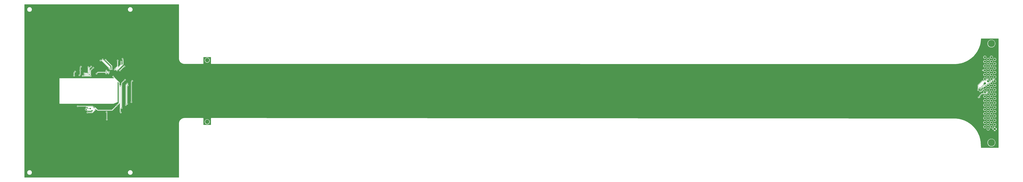
<source format=gbl>
G04 #@! TF.GenerationSoftware,KiCad,Pcbnew,6.0.5*
G04 #@! TF.CreationDate,2022-08-08T14:50:08-05:00*
G04 #@! TF.ProjectId,8ch_mas_flex,3863685f-6d61-4735-9f66-6c65782e6b69,rev?*
G04 #@! TF.SameCoordinates,Original*
G04 #@! TF.FileFunction,Copper,L2,Bot*
G04 #@! TF.FilePolarity,Positive*
%FSLAX46Y46*%
G04 Gerber Fmt 4.6, Leading zero omitted, Abs format (unit mm)*
G04 Created by KiCad (PCBNEW 6.0.5) date 2022-08-08 14:50:08*
%MOMM*%
%LPD*%
G01*
G04 APERTURE LIST*
G04 #@! TA.AperFunction,ComponentPad*
%ADD10C,1.350000*%
G04 #@! TD*
G04 #@! TA.AperFunction,ComponentPad*
%ADD11C,4.150000*%
G04 #@! TD*
G04 #@! TA.AperFunction,ViaPad*
%ADD12C,2.500000*%
G04 #@! TD*
G04 #@! TA.AperFunction,ViaPad*
%ADD13C,0.500000*%
G04 #@! TD*
G04 #@! TA.AperFunction,ViaPad*
%ADD14C,0.800000*%
G04 #@! TD*
G04 #@! TA.AperFunction,Conductor*
%ADD15C,0.101600*%
G04 #@! TD*
G04 #@! TA.AperFunction,Conductor*
%ADD16C,0.127000*%
G04 #@! TD*
G04 #@! TA.AperFunction,Conductor*
%ADD17C,0.152400*%
G04 #@! TD*
G04 #@! TA.AperFunction,Conductor*
%ADD18C,0.200000*%
G04 #@! TD*
G04 #@! TA.AperFunction,Conductor*
%ADD19C,0.150000*%
G04 #@! TD*
G04 APERTURE END LIST*
D10*
G04 #@! TO.P,J1,1,1*
G04 #@! TO.N,unconnected-(J1-Pad1)*
X411164516Y-78183542D03*
G04 #@! TO.P,J1,2,2*
G04 #@! TO.N,unconnected-(J1-Pad2)*
X413069516Y-79453542D03*
G04 #@! TO.P,J1,3,3*
G04 #@! TO.N,unconnected-(J1-Pad3)*
X411164516Y-80723542D03*
G04 #@! TO.P,J1,4,4*
G04 #@! TO.N,unconnected-(J1-Pad4)*
X413069516Y-81993542D03*
G04 #@! TO.P,J1,5,5*
G04 #@! TO.N,unconnected-(J1-Pad5)*
X411164516Y-83263542D03*
G04 #@! TO.P,J1,6,6*
G04 #@! TO.N,unconnected-(J1-Pad6)*
X413069516Y-84533542D03*
G04 #@! TO.P,J1,7,7*
G04 #@! TO.N,V2*
X411164516Y-85803542D03*
G04 #@! TO.P,J1,8,8*
G04 #@! TO.N,unconnected-(J1-Pad8)*
X413069516Y-87073542D03*
G04 #@! TO.P,J1,9,9*
G04 #@! TO.N,TG-B*
X411164516Y-88343542D03*
G04 #@! TO.P,J1,10,10*
G04 #@! TO.N,RG-A*
X413069516Y-89613542D03*
G04 #@! TO.P,J1,11,11*
G04 #@! TO.N,unconnected-(J1-Pad11)*
X411164516Y-90883542D03*
G04 #@! TO.P,J1,12,12*
G04 #@! TO.N,unconnected-(J1-Pad12)*
X413069516Y-92153542D03*
G04 #@! TO.P,J1,13,13*
G04 #@! TO.N,SW-A*
X411164516Y-93423542D03*
G04 #@! TO.P,J1,14,14*
G04 #@! TO.N,H2*
X413069516Y-94693542D03*
G04 #@! TO.P,J1,15,15*
G04 #@! TO.N,VSUB*
X411164516Y-95963542D03*
G04 #@! TO.P,J1,16,16*
G04 #@! TO.N,H3-B*
X413069516Y-97233542D03*
G04 #@! TO.P,J1,17,17*
G04 #@! TO.N,unconnected-(J1-Pad17)*
X411164516Y-98503542D03*
G04 #@! TO.P,J1,18,18*
G04 #@! TO.N,DG-B*
X413069516Y-99773542D03*
G04 #@! TO.P,J1,19,19*
G04 #@! TO.N,unconnected-(J1-Pad19)*
X411164516Y-101043542D03*
G04 #@! TO.P,J1,20,20*
G04 #@! TO.N,VOUT-U2*
X413069516Y-102313542D03*
G04 #@! TO.P,J1,21,21*
G04 #@! TO.N,unconnected-(J1-Pad21)*
X411164516Y-103583542D03*
G04 #@! TO.P,J1,22,22*
G04 #@! TO.N,unconnected-(J1-Pad22)*
X413069516Y-104853542D03*
G04 #@! TO.P,J1,23,23*
G04 #@! TO.N,unconnected-(J1-Pad23)*
X411164516Y-106123542D03*
G04 #@! TO.P,J1,24,24*
G04 #@! TO.N,V1-A*
X413069516Y-107393542D03*
G04 #@! TO.P,J1,25,25*
G04 #@! TO.N,VOUT-U1*
X411164516Y-108663542D03*
G04 #@! TO.P,J1,26,26*
G04 #@! TO.N,unconnected-(J1-Pad26)*
X413069516Y-109933542D03*
G04 #@! TO.P,J1,27,27*
G04 #@! TO.N,unconnected-(J1-Pad27)*
X411164516Y-111203542D03*
G04 #@! TO.P,J1,28,28*
G04 #@! TO.N,OG-B*
X413069516Y-112473542D03*
G04 #@! TO.P,J1,29,29*
G04 #@! TO.N,unconnected-(J1-Pad29)*
X411164516Y-113743542D03*
G04 #@! TO.P,J1,30,30*
G04 #@! TO.N,unconnected-(J1-Pad30)*
X413069516Y-115013542D03*
G04 #@! TO.P,J1,31,31*
G04 #@! TO.N,VOUT-L2-5*
X411164516Y-116283542D03*
G04 #@! TO.P,J1,32,32*
G04 #@! TO.N,VOUT-L2-6*
X413069516Y-117553542D03*
G04 #@! TO.P,J1,33,33*
G04 #@! TO.N,VOUT-L2-7*
X411164516Y-118823542D03*
G04 #@! TO.P,J1,34,34*
G04 #@! TO.N,VOUT-L2-4*
X413069516Y-120093542D03*
G04 #@! TO.P,J1,35,35*
G04 #@! TO.N,unconnected-(J1-Pad35)*
X414974516Y-78183542D03*
G04 #@! TO.P,J1,36,36*
G04 #@! TO.N,unconnected-(J1-Pad36)*
X416879516Y-79453542D03*
G04 #@! TO.P,J1,37,37*
G04 #@! TO.N,unconnected-(J1-Pad37)*
X414974516Y-80723542D03*
G04 #@! TO.P,J1,38,38*
G04 #@! TO.N,VOUT-L1*
X416879516Y-81993542D03*
G04 #@! TO.P,J1,39,39*
G04 #@! TO.N,unconnected-(J1-Pad39)*
X414974516Y-83263542D03*
G04 #@! TO.P,J1,40,40*
G04 #@! TO.N,V3-B*
X416879516Y-84533542D03*
G04 #@! TO.P,J1,41,41*
G04 #@! TO.N,V1-B*
X414974516Y-85803542D03*
G04 #@! TO.P,J1,42,42*
G04 #@! TO.N,P+*
X416879516Y-87073542D03*
G04 #@! TO.P,J1,43,43*
G04 #@! TO.N,VOUT-L2*
X414974516Y-88343542D03*
G04 #@! TO.P,J1,44,44*
G04 #@! TO.N,RD-L2*
X416879516Y-89613542D03*
G04 #@! TO.P,J1,45,45*
G04 #@! TO.N,DG-A*
X414974516Y-90883542D03*
G04 #@! TO.P,J1,46,46*
G04 #@! TO.N,OG-A*
X416879516Y-92153542D03*
G04 #@! TO.P,J1,47,47*
G04 #@! TO.N,H3-A*
X414974516Y-93423542D03*
G04 #@! TO.P,J1,48,48*
G04 #@! TO.N,H1-A*
X416879516Y-94693542D03*
G04 #@! TO.P,J1,49,49*
G04 #@! TO.N,H1-B*
X414974516Y-95963542D03*
G04 #@! TO.P,J1,50,50*
G04 #@! TO.N,unconnected-(J1-Pad50)*
X416879516Y-97233542D03*
G04 #@! TO.P,J1,51,51*
G04 #@! TO.N,unconnected-(J1-Pad51)*
X414974516Y-98503542D03*
G04 #@! TO.P,J1,52,52*
G04 #@! TO.N,unconnected-(J1-Pad52)*
X416879516Y-99773542D03*
G04 #@! TO.P,J1,53,53*
G04 #@! TO.N,RG-B*
X414974516Y-101043542D03*
G04 #@! TO.P,J1,54,54*
G04 #@! TO.N,unconnected-(J1-Pad54)*
X416879516Y-102313542D03*
G04 #@! TO.P,J1,55,55*
G04 #@! TO.N,N+*
X414974516Y-103583542D03*
G04 #@! TO.P,J1,56,56*
G04 #@! TO.N,unconnected-(J1-Pad56)*
X416879516Y-104853542D03*
G04 #@! TO.P,J1,57,57*
G04 #@! TO.N,unconnected-(J1-Pad57)*
X414974516Y-106123542D03*
G04 #@! TO.P,J1,58,58*
G04 #@! TO.N,unconnected-(J1-Pad58)*
X416879516Y-107393542D03*
G04 #@! TO.P,J1,59,59*
G04 #@! TO.N,unconnected-(J1-Pad59)*
X414974516Y-108663542D03*
G04 #@! TO.P,J1,60,60*
G04 #@! TO.N,VDD*
X416879516Y-109933542D03*
G04 #@! TO.P,J1,61,61*
G04 #@! TO.N,DRAIN*
X414974516Y-111203542D03*
G04 #@! TO.P,J1,62,62*
G04 #@! TO.N,SW-B*
X416879516Y-112473542D03*
G04 #@! TO.P,J1,63,63*
G04 #@! TO.N,unconnected-(J1-Pad63)*
X414974516Y-113743542D03*
G04 #@! TO.P,J1,64,64*
G04 #@! TO.N,unconnected-(J1-Pad64)*
X416879516Y-115013542D03*
G04 #@! TO.P,J1,65,65*
G04 #@! TO.N,unconnected-(J1-Pad65)*
X414974516Y-116283542D03*
G04 #@! TO.P,J1,66,66*
G04 #@! TO.N,VOUT-U2-CCD*
X416879516Y-117553542D03*
G04 #@! TO.P,J1,67,67*
G04 #@! TO.N,VOUT-CMR*
X414974516Y-118823542D03*
G04 #@! TO.P,J1,68,68*
G04 #@! TO.N,BIAS_GRD*
X416879516Y-120093542D03*
D11*
G04 #@! TO.P,J1,69*
G04 #@! TO.N,N/C*
X414974516Y-128093542D03*
G04 #@! TO.P,J1,70*
X414974516Y-70183542D03*
G04 #@! TD*
D12*
G04 #@! TO.N,*
X-41666800Y-79900800D03*
X-41666800Y-115900800D03*
D13*
G04 #@! TO.N,DRAIN*
X-85815632Y-104400000D03*
X-100415632Y-86000000D03*
X-85315632Y-92000000D03*
X-98843743Y-86728111D03*
G04 #@! TO.N,VDD*
X-92300000Y-95000000D03*
X-92015632Y-110400000D03*
D14*
G04 #@! TO.N,V2*
X-111715132Y-107639500D03*
D13*
X-113099696Y-88388000D03*
X-110299696Y-88388000D03*
D14*
X-109715132Y-108139500D03*
D13*
X-109315632Y-83600000D03*
G04 #@! TO.N,N+*
X-118599696Y-86588000D03*
X-100515632Y-87600000D03*
X-119199696Y-88888000D03*
X-106115632Y-87800000D03*
G04 #@! TO.N,TG-B*
X-106815632Y-108700000D03*
X-111415632Y-110500000D03*
G04 #@! TO.N,H1-A*
X-89515632Y-91400000D03*
X-91508795Y-107862934D03*
G04 #@! TO.N,H2*
X-89015632Y-106100000D03*
X-88213485Y-93597853D03*
G04 #@! TO.N,VSUB*
X408349580Y-98093632D03*
G04 #@! TO.N,H3-A*
X-87915632Y-94600000D03*
X-88315632Y-105400000D03*
G04 #@! TO.N,P+*
X-107515632Y-107700000D03*
X-96415632Y-89500000D03*
X-115215632Y-83700000D03*
X-115599696Y-85888000D03*
X-117115632Y-106800000D03*
X-116099696Y-88688000D03*
X-94215632Y-106300000D03*
D14*
G04 #@! TO.N,V1-B*
X-108715132Y-109389500D03*
X-112215132Y-108639500D03*
D13*
X-109599696Y-89188000D03*
X-108015632Y-84300000D03*
X-114099696Y-89088000D03*
G04 #@! TO.N,H3-B*
X407549580Y-101593632D03*
G04 #@! TO.N,SW-A*
X408049580Y-96093632D03*
G04 #@! TO.N,RG-A*
X407249580Y-97293632D03*
G04 #@! TO.N,V3-B*
X-113199696Y-87488000D03*
X-110915632Y-83900000D03*
X-110999696Y-87488000D03*
G04 #@! TO.N,RD-L2*
X408749580Y-96593632D03*
G04 #@! TO.N,DG-A*
X-99215632Y-87600000D03*
X-100515632Y-86800000D03*
G04 #@! TO.N,VOUT-L2-4*
X-95015632Y-84700000D03*
X-93815632Y-80100000D03*
G04 #@! TO.N,VOUT-CMR*
X-90962832Y-79146400D03*
X-94215632Y-85800000D03*
G04 #@! TO.N,VOUT-U2-CCD*
X-100215632Y-110200000D03*
X-100106832Y-114604800D03*
G04 #@! TO.N,VOUT-L2-7*
X-100815632Y-79700000D03*
X-97215632Y-85100000D03*
G04 #@! TO.N,VOUT-L2-6*
X-98215632Y-85200000D03*
X-102515632Y-79500000D03*
G04 #@! TO.N,VOUT-L1*
X-92517779Y-85902147D03*
X-89896032Y-83464400D03*
G04 #@! TO.N,VOUT-L2-5*
X-103815632Y-80100000D03*
X-98815632Y-84600000D03*
G04 #@! TO.N,VOUT-U1*
X-95534832Y-85445600D03*
X-91775632Y-80772000D03*
G04 #@! TD*
D15*
G04 #@! TO.N,DRAIN*
X-98843743Y-86728111D02*
X-99687521Y-86728111D01*
X-99687521Y-86728111D02*
X-100415632Y-86000000D01*
D16*
X-85815632Y-104400000D02*
X-85815632Y-92500000D01*
X-85815632Y-92500000D02*
X-85315632Y-92000000D01*
D15*
G04 #@! TO.N,VDD*
X-92300000Y-110115632D02*
X-92300000Y-95000000D01*
X-92015632Y-110400000D02*
X-92300000Y-110115632D01*
D16*
G04 #@! TO.N,V2*
X-110299696Y-88388000D02*
X-110299696Y-84584064D01*
X-110299696Y-84584064D02*
X-109315632Y-83600000D01*
X-111715132Y-107639500D02*
X-111215132Y-108139500D01*
X-111215132Y-108139500D02*
X-109715132Y-108139500D01*
X-110299696Y-88388000D02*
X-113099696Y-88388000D01*
D15*
G04 #@! TO.N,N+*
X-104515632Y-87000000D02*
X-105315632Y-87000000D01*
D16*
X-119199696Y-88888000D02*
X-119199696Y-87188000D01*
D15*
X-100515632Y-87600000D02*
X-101115632Y-87000000D01*
D16*
X-119199696Y-87188000D02*
X-118599696Y-86588000D01*
D15*
X-105315632Y-87000000D02*
X-106115632Y-87800000D01*
X-101115632Y-87000000D02*
X-104515632Y-87000000D01*
G04 #@! TO.N,TG-B*
X-106815632Y-108800000D02*
X-106815632Y-108700000D01*
X-108515632Y-110500000D02*
X-106815632Y-108800000D01*
X-111415632Y-110500000D02*
X-108515632Y-110500000D01*
D16*
G04 #@! TO.N,H1-A*
X-91508795Y-107862934D02*
X-91508795Y-93393163D01*
X-91508795Y-93393163D02*
X-89515632Y-91400000D01*
G04 #@! TO.N,H2*
X-89015632Y-106100000D02*
X-89015632Y-94400000D01*
X-89015632Y-94400000D02*
X-88213485Y-93597853D01*
D17*
G04 #@! TO.N,VSUB*
X409034426Y-98093632D02*
X408349580Y-98093632D01*
X411164516Y-95963542D02*
X409034426Y-98093632D01*
D16*
G04 #@! TO.N,H3-A*
X-88315632Y-95000000D02*
X-87915632Y-94600000D01*
X-88315632Y-105400000D02*
X-88315632Y-95000000D01*
D15*
G04 #@! TO.N,P+*
X-105315632Y-109200000D02*
X-106815632Y-107700000D01*
D16*
X-117115632Y-106800000D02*
X-108415632Y-106800000D01*
X-108415632Y-106800000D02*
X-107515632Y-107700000D01*
X-115599696Y-85888000D02*
X-115599696Y-88188000D01*
X-115599696Y-85888000D02*
X-115599696Y-84084064D01*
X-115599696Y-88188000D02*
X-116099696Y-88688000D01*
X-115599696Y-84084064D02*
X-115215632Y-83700000D01*
D15*
X-94215632Y-106300000D02*
X-93000000Y-105084368D01*
X-97115632Y-109200000D02*
X-105315632Y-109200000D01*
X-106815632Y-107700000D02*
X-107515632Y-107700000D01*
X-93000000Y-105084368D02*
X-93000000Y-92915632D01*
X-93000000Y-92915632D02*
X-96415632Y-89500000D01*
X-94215632Y-106300000D02*
X-97115632Y-109200000D01*
D16*
G04 #@! TO.N,V1-B*
X-111465132Y-109389500D02*
X-112215132Y-108639500D01*
X-109599696Y-85884064D02*
X-108015632Y-84300000D01*
X-109599696Y-89188000D02*
X-113999696Y-89188000D01*
X-108715132Y-109389500D02*
X-111465132Y-109389500D01*
X-109599696Y-89188000D02*
X-109599696Y-85884064D01*
X-113999696Y-89188000D02*
X-114099696Y-89088000D01*
D17*
G04 #@! TO.N,H3-B*
X413069516Y-97973696D02*
X411649580Y-99393632D01*
X411649580Y-99393632D02*
X411549580Y-99493632D01*
X408049580Y-101593632D02*
X407549580Y-101593632D01*
X411549580Y-99493632D02*
X409349580Y-99493632D01*
X408149580Y-101493632D02*
X408049580Y-101593632D01*
X413069516Y-97233542D02*
X413069516Y-97973696D01*
X409349580Y-99493632D02*
X408149580Y-100693632D01*
X408149580Y-100693632D02*
X408149580Y-101493632D01*
G04 #@! TO.N,SW-A*
X411164516Y-93423542D02*
X408494426Y-96093632D01*
X408494426Y-96093632D02*
X408049580Y-96093632D01*
D18*
G04 #@! TO.N,RG-A*
X413069516Y-90573696D02*
X412049580Y-91593632D01*
X410649580Y-91993632D02*
X409749580Y-91993632D01*
X413069516Y-89613542D02*
X413069516Y-90573696D01*
X408949580Y-92793632D02*
X407249580Y-94493632D01*
X411649580Y-91993632D02*
X410649580Y-91993632D01*
X407249580Y-94493632D02*
X407249580Y-97293632D01*
X412049580Y-91593632D02*
X411649580Y-91993632D01*
X409749580Y-91993632D02*
X408949580Y-92793632D01*
D16*
G04 #@! TO.N,V3-B*
X-110999696Y-87488000D02*
X-113199696Y-87488000D01*
X-110999696Y-87488000D02*
X-111015632Y-87472064D01*
X-111015632Y-84200000D02*
X-111015632Y-84000000D01*
X-111015632Y-87472064D02*
X-111015632Y-84200000D01*
X-111015632Y-84000000D02*
X-110915632Y-83900000D01*
D19*
G04 #@! TO.N,RD-L2*
X413349580Y-93393632D02*
X412949580Y-93393632D01*
X408849580Y-96593632D02*
X408749580Y-96593632D01*
X411049580Y-94593632D02*
X410849580Y-94593632D01*
X410049580Y-95393632D02*
X408849580Y-96593632D01*
X415049580Y-92193632D02*
X414749580Y-92193632D01*
X416879516Y-89613542D02*
X416879516Y-90363696D01*
X412949580Y-93393632D02*
X412349580Y-93993632D01*
X415249580Y-91993632D02*
X415049580Y-92193632D01*
X414549580Y-92193632D02*
X413349580Y-93393632D01*
X410849580Y-94593632D02*
X410049580Y-95393632D01*
X416879516Y-90363696D02*
X415249580Y-91993632D01*
X412349580Y-93993632D02*
X411749580Y-94593632D01*
X414749580Y-92193632D02*
X414549580Y-92193632D01*
X411749580Y-94593632D02*
X411049580Y-94593632D01*
D15*
G04 #@! TO.N,DG-A*
X-100015632Y-86800000D02*
X-100515632Y-86800000D01*
X-99215632Y-87600000D02*
X-100015632Y-86800000D01*
G04 #@! TO.N,VOUT-L2-4*
X-93815632Y-83500000D02*
X-93815632Y-80100000D01*
X-95015632Y-84700000D02*
X-93815632Y-83500000D01*
G04 #@! TO.N,VOUT-CMR*
X-90715632Y-79393600D02*
X-90962832Y-79146400D01*
X-94215632Y-85800000D02*
X-90715632Y-82300000D01*
X-90715632Y-82300000D02*
X-90715632Y-80300000D01*
X-90715632Y-80300000D02*
X-90715632Y-79393600D01*
D16*
G04 #@! TO.N,VOUT-U2-CCD*
X-100106832Y-110308800D02*
X-100106832Y-114604800D01*
X-100215632Y-110200000D02*
X-100106832Y-110308800D01*
D15*
G04 #@! TO.N,VOUT-L2-7*
X-100815632Y-79700000D02*
X-97215632Y-83300000D01*
X-97215632Y-83300000D02*
X-97215632Y-85100000D01*
G04 #@! TO.N,VOUT-L2-6*
X-102515632Y-79500000D02*
X-98215632Y-83800000D01*
X-98215632Y-83800000D02*
X-98215632Y-85200000D01*
G04 #@! TO.N,VOUT-L1*
X-89988032Y-83372400D02*
X-92517779Y-85902147D01*
X-89988032Y-83372400D02*
X-89896032Y-83464400D01*
G04 #@! TO.N,VOUT-L2-5*
X-103815632Y-80100000D02*
X-103015632Y-80100000D01*
X-98815632Y-84300000D02*
X-98815632Y-84600000D01*
X-103015632Y-80100000D02*
X-98815632Y-84300000D01*
G04 #@! TO.N,VOUT-U1*
X-91775632Y-82448400D02*
X-91775632Y-80772000D01*
X-95534832Y-85445600D02*
X-94772832Y-85445600D01*
X-94772832Y-85445600D02*
X-91775632Y-82448400D01*
G04 #@! TD*
G04 #@! TA.AperFunction,Conductor*
G04 #@! TO.N,V2*
G36*
X-112983238Y-88166974D02*
G01*
X-112946816Y-88186309D01*
X-112946120Y-88186709D01*
X-112909269Y-88209642D01*
X-112908801Y-88209950D01*
X-112876457Y-88232296D01*
X-112876374Y-88232354D01*
X-112846528Y-88253588D01*
X-112817330Y-88273038D01*
X-112786763Y-88290145D01*
X-112752770Y-88304377D01*
X-112713298Y-88315201D01*
X-112687297Y-88319009D01*
X-112666594Y-88322042D01*
X-112666590Y-88322042D01*
X-112666292Y-88322086D01*
X-112665989Y-88322099D01*
X-112665988Y-88322099D01*
X-112660507Y-88322333D01*
X-112620896Y-88324022D01*
X-112612778Y-88327798D01*
X-112609696Y-88335711D01*
X-112609696Y-88440289D01*
X-112613123Y-88448562D01*
X-112620897Y-88451978D01*
X-112658312Y-88453573D01*
X-112665989Y-88453900D01*
X-112665991Y-88453900D01*
X-112666292Y-88453913D01*
X-112666591Y-88453957D01*
X-112666593Y-88453957D01*
X-112677351Y-88455533D01*
X-112713298Y-88460798D01*
X-112752770Y-88471622D01*
X-112786763Y-88485854D01*
X-112817330Y-88502961D01*
X-112846528Y-88522411D01*
X-112876374Y-88543645D01*
X-112876457Y-88543703D01*
X-112908801Y-88566049D01*
X-112909269Y-88566357D01*
X-112946120Y-88589290D01*
X-112946816Y-88589690D01*
X-112983238Y-88609026D01*
X-112992152Y-88609879D01*
X-112996832Y-88607126D01*
X-113215927Y-88396433D01*
X-113219515Y-88388229D01*
X-113215927Y-88379567D01*
X-113170322Y-88335711D01*
X-112996833Y-88168875D01*
X-112988495Y-88165610D01*
X-112983238Y-88166974D01*
G37*
G04 #@! TD.AperFunction*
G04 #@! TD*
G04 #@! TA.AperFunction,Conductor*
G04 #@! TO.N,VOUT-L2-4*
G36*
X-93807199Y-79983769D02*
G01*
X-93596545Y-80202823D01*
X-93593280Y-80211162D01*
X-93594677Y-80216482D01*
X-93614688Y-80253630D01*
X-93615174Y-80254450D01*
X-93639221Y-80291506D01*
X-93639623Y-80292086D01*
X-93663383Y-80324268D01*
X-93663553Y-80324493D01*
X-93686445Y-80353987D01*
X-93707675Y-80382757D01*
X-93726510Y-80412865D01*
X-93742296Y-80446477D01*
X-93754380Y-80485760D01*
X-93762110Y-80532879D01*
X-93762125Y-80533202D01*
X-93764301Y-80578857D01*
X-93768118Y-80586958D01*
X-93775988Y-80590000D01*
X-93855276Y-80590000D01*
X-93863549Y-80586573D01*
X-93866963Y-80578857D01*
X-93869138Y-80533202D01*
X-93869153Y-80532879D01*
X-93876883Y-80485760D01*
X-93888967Y-80446477D01*
X-93904753Y-80412865D01*
X-93923588Y-80382757D01*
X-93944818Y-80353987D01*
X-93967710Y-80324493D01*
X-93967880Y-80324268D01*
X-93991640Y-80292086D01*
X-93992042Y-80291506D01*
X-94016089Y-80254450D01*
X-94016574Y-80253630D01*
X-94036586Y-80216482D01*
X-94037493Y-80207573D01*
X-94034719Y-80202823D01*
X-93824065Y-79983769D01*
X-93815861Y-79980181D01*
X-93807199Y-79983769D01*
G37*
G04 #@! TD.AperFunction*
G04 #@! TD*
G04 #@! TA.AperFunction,Conductor*
G04 #@! TO.N,V1-B*
G36*
X-113908942Y-88928355D02*
G01*
X-113904755Y-88931590D01*
X-113882635Y-88958672D01*
X-113882398Y-88958974D01*
X-113858631Y-88990231D01*
X-113858601Y-88990270D01*
X-113836866Y-89019104D01*
X-113836852Y-89019122D01*
X-113836796Y-89019196D01*
X-113815638Y-89045272D01*
X-113793651Y-89068188D01*
X-113769362Y-89087632D01*
X-113741297Y-89103296D01*
X-113707980Y-89114869D01*
X-113686564Y-89118704D01*
X-113668297Y-89121976D01*
X-113668292Y-89121977D01*
X-113667938Y-89122040D01*
X-113667579Y-89122058D01*
X-113667573Y-89122059D01*
X-113630800Y-89123934D01*
X-113622712Y-89127778D01*
X-113619696Y-89135619D01*
X-113619696Y-89240183D01*
X-113623123Y-89248456D01*
X-113631006Y-89251877D01*
X-113685108Y-89253680D01*
X-113685120Y-89253681D01*
X-113685303Y-89253687D01*
X-113740422Y-89259662D01*
X-113740626Y-89259701D01*
X-113740636Y-89259702D01*
X-113770815Y-89265402D01*
X-113787433Y-89268540D01*
X-113828717Y-89279438D01*
X-113828839Y-89279477D01*
X-113828847Y-89279479D01*
X-113841244Y-89283412D01*
X-113866655Y-89291474D01*
X-113866709Y-89291492D01*
X-113866731Y-89291499D01*
X-113878758Y-89295497D01*
X-113903525Y-89303728D01*
X-113903741Y-89303797D01*
X-113941689Y-89315323D01*
X-113942330Y-89315498D01*
X-113970203Y-89322202D01*
X-113983757Y-89325462D01*
X-113984641Y-89325639D01*
X-113995288Y-89327346D01*
X-114032111Y-89333248D01*
X-114033020Y-89333355D01*
X-114081020Y-89337126D01*
X-114089536Y-89334358D01*
X-114092736Y-89329962D01*
X-114124519Y-89253687D01*
X-114178587Y-89123934D01*
X-114209649Y-89049391D01*
X-114209668Y-89040437D01*
X-114202924Y-89033923D01*
X-113917891Y-88928024D01*
X-113908942Y-88928355D01*
G37*
G04 #@! TD.AperFunction*
G04 #@! TD*
G04 #@! TA.AperFunction,Conductor*
G04 #@! TO.N,VOUT-U1*
G36*
X-91767199Y-80655769D02*
G01*
X-91556545Y-80874823D01*
X-91553280Y-80883162D01*
X-91554677Y-80888482D01*
X-91574688Y-80925630D01*
X-91575174Y-80926450D01*
X-91599221Y-80963506D01*
X-91599623Y-80964086D01*
X-91623383Y-80996268D01*
X-91623553Y-80996493D01*
X-91646445Y-81025987D01*
X-91667675Y-81054757D01*
X-91686510Y-81084865D01*
X-91702296Y-81118477D01*
X-91714380Y-81157760D01*
X-91722110Y-81204879D01*
X-91722125Y-81205202D01*
X-91724301Y-81250857D01*
X-91728118Y-81258958D01*
X-91735988Y-81262000D01*
X-91815276Y-81262000D01*
X-91823549Y-81258573D01*
X-91826963Y-81250857D01*
X-91829138Y-81205202D01*
X-91829153Y-81204879D01*
X-91836883Y-81157760D01*
X-91848967Y-81118477D01*
X-91864753Y-81084865D01*
X-91883588Y-81054757D01*
X-91904818Y-81025987D01*
X-91927710Y-80996493D01*
X-91927880Y-80996268D01*
X-91951640Y-80964086D01*
X-91952042Y-80963506D01*
X-91976089Y-80926450D01*
X-91976574Y-80925630D01*
X-91996586Y-80888482D01*
X-91997493Y-80879573D01*
X-91994719Y-80874823D01*
X-91784065Y-80655769D01*
X-91775861Y-80652181D01*
X-91767199Y-80655769D01*
G37*
G04 #@! TD.AperFunction*
G04 #@! TD*
G04 #@! TA.AperFunction,Conductor*
G04 #@! TO.N,RD-L2*
G36*
X409101455Y-96251539D02*
G01*
X409191574Y-96341658D01*
X409195001Y-96349931D01*
X409191825Y-96357946D01*
X409156206Y-96395825D01*
X409122416Y-96437286D01*
X409096188Y-96475220D01*
X409096087Y-96475393D01*
X409096079Y-96475406D01*
X409075578Y-96510615D01*
X409075482Y-96510780D01*
X409058259Y-96545119D01*
X409058215Y-96545215D01*
X409042492Y-96579369D01*
X409042481Y-96579392D01*
X409026196Y-96614566D01*
X409026021Y-96614928D01*
X409007250Y-96652068D01*
X409006940Y-96652641D01*
X408983614Y-96693031D01*
X408983215Y-96693673D01*
X408957714Y-96731897D01*
X408950272Y-96736878D01*
X408944905Y-96736692D01*
X408774928Y-96690349D01*
X408651601Y-96656724D01*
X408644521Y-96651242D01*
X408643520Y-96641920D01*
X408734913Y-96351894D01*
X408740668Y-96345033D01*
X408745772Y-96343714D01*
X408782161Y-96342782D01*
X408782504Y-96342778D01*
X408822715Y-96343091D01*
X408822780Y-96343092D01*
X408859367Y-96343580D01*
X408859381Y-96343580D01*
X408859461Y-96343581D01*
X408893517Y-96342958D01*
X408907388Y-96341658D01*
X408925475Y-96339963D01*
X408925479Y-96339962D01*
X408925814Y-96339931D01*
X408926140Y-96339861D01*
X408926149Y-96339860D01*
X408945008Y-96335832D01*
X408957284Y-96333211D01*
X408988859Y-96321509D01*
X408989234Y-96321302D01*
X408989239Y-96321300D01*
X409021133Y-96303721D01*
X409021136Y-96303719D01*
X409021470Y-96303535D01*
X409056050Y-96278000D01*
X409085273Y-96251190D01*
X409093685Y-96248123D01*
X409101455Y-96251539D01*
G37*
G04 #@! TD.AperFunction*
G04 #@! TD*
G04 #@! TA.AperFunction,Conductor*
G04 #@! TO.N,VDD*
G36*
X-92291567Y-94883769D02*
G01*
X-92080913Y-95102823D01*
X-92077648Y-95111162D01*
X-92079045Y-95116482D01*
X-92099056Y-95153630D01*
X-92099542Y-95154450D01*
X-92123589Y-95191506D01*
X-92123991Y-95192086D01*
X-92147751Y-95224268D01*
X-92147921Y-95224493D01*
X-92170813Y-95253987D01*
X-92192043Y-95282757D01*
X-92210878Y-95312865D01*
X-92226664Y-95346477D01*
X-92238748Y-95385760D01*
X-92246478Y-95432879D01*
X-92246493Y-95433202D01*
X-92248669Y-95478857D01*
X-92252486Y-95486958D01*
X-92260356Y-95490000D01*
X-92339644Y-95490000D01*
X-92347917Y-95486573D01*
X-92351331Y-95478857D01*
X-92353506Y-95433202D01*
X-92353521Y-95432879D01*
X-92361251Y-95385760D01*
X-92373335Y-95346477D01*
X-92389121Y-95312865D01*
X-92407956Y-95282757D01*
X-92429186Y-95253987D01*
X-92452078Y-95224493D01*
X-92452248Y-95224268D01*
X-92476008Y-95192086D01*
X-92476410Y-95191506D01*
X-92500457Y-95154450D01*
X-92500942Y-95153630D01*
X-92520954Y-95116482D01*
X-92521861Y-95107573D01*
X-92519087Y-95102823D01*
X-92308433Y-94883769D01*
X-92300229Y-94880181D01*
X-92291567Y-94883769D01*
G37*
G04 #@! TD.AperFunction*
G04 #@! TD*
G04 #@! TA.AperFunction,Conductor*
G04 #@! TO.N,H1-A*
G36*
X-91448233Y-107376361D02*
G01*
X-91444817Y-107384134D01*
X-91442881Y-107429530D01*
X-91435996Y-107476536D01*
X-91425172Y-107516008D01*
X-91410940Y-107550001D01*
X-91393833Y-107580568D01*
X-91374383Y-107609766D01*
X-91353149Y-107639612D01*
X-91353091Y-107639695D01*
X-91330745Y-107672039D01*
X-91330437Y-107672507D01*
X-91307504Y-107709358D01*
X-91307104Y-107710054D01*
X-91287769Y-107746476D01*
X-91286917Y-107755390D01*
X-91289669Y-107760070D01*
X-91500362Y-107979165D01*
X-91508566Y-107982753D01*
X-91517228Y-107979165D01*
X-91727920Y-107760071D01*
X-91731185Y-107751733D01*
X-91729821Y-107746476D01*
X-91710485Y-107710054D01*
X-91710085Y-107709358D01*
X-91687152Y-107672507D01*
X-91686844Y-107672039D01*
X-91664498Y-107639695D01*
X-91664440Y-107639612D01*
X-91643206Y-107609766D01*
X-91623756Y-107580568D01*
X-91606649Y-107550001D01*
X-91592417Y-107516008D01*
X-91581593Y-107476536D01*
X-91574708Y-107429530D01*
X-91572773Y-107384135D01*
X-91568997Y-107376016D01*
X-91561084Y-107372934D01*
X-91456506Y-107372934D01*
X-91448233Y-107376361D01*
G37*
G04 #@! TD.AperFunction*
G04 #@! TD*
G04 #@! TA.AperFunction,Conductor*
G04 #@! TO.N,RG-A*
G36*
X413075344Y-89286861D02*
G01*
X413077329Y-89289380D01*
X413542349Y-90083218D01*
X413543574Y-90092089D01*
X413540709Y-90097220D01*
X413456106Y-90185661D01*
X413456037Y-90185741D01*
X413456032Y-90185746D01*
X413447681Y-90195371D01*
X413382838Y-90270099D01*
X413382756Y-90270204D01*
X413382748Y-90270213D01*
X413322387Y-90346991D01*
X413322372Y-90347011D01*
X413322313Y-90347086D01*
X413269836Y-90419552D01*
X413269785Y-90419626D01*
X413220737Y-90490394D01*
X413220711Y-90490431D01*
X413170342Y-90562510D01*
X413170163Y-90562760D01*
X413113865Y-90638974D01*
X413113575Y-90639349D01*
X413046666Y-90722638D01*
X413046324Y-90723045D01*
X412963994Y-90816499D01*
X412963649Y-90816874D01*
X412869299Y-90915003D01*
X412861095Y-90918592D01*
X412852592Y-90915167D01*
X412727082Y-90789657D01*
X412723655Y-90781384D01*
X412726287Y-90773991D01*
X412794941Y-90689777D01*
X412794943Y-90689774D01*
X412795445Y-90689158D01*
X412833410Y-90602242D01*
X412836203Y-90562652D01*
X412839172Y-90520546D01*
X412839172Y-90520545D01*
X412839238Y-90519607D01*
X412818664Y-90439430D01*
X412777425Y-90359886D01*
X412768594Y-90347192D01*
X412721338Y-90279262D01*
X412721327Y-90279247D01*
X412721258Y-90279148D01*
X412655897Y-90195392D01*
X412587262Y-90107030D01*
X412586914Y-90106558D01*
X412570612Y-90083218D01*
X412520856Y-90011979D01*
X412520269Y-90011047D01*
X412466293Y-89915350D01*
X412465214Y-89906460D01*
X412468051Y-89901492D01*
X413058801Y-89287184D01*
X413067005Y-89283596D01*
X413075344Y-89286861D01*
G37*
G04 #@! TD.AperFunction*
G04 #@! TD*
G04 #@! TA.AperFunction,Conductor*
G04 #@! TO.N,P+*
G36*
X-116999174Y-106578974D02*
G01*
X-116962752Y-106598309D01*
X-116962056Y-106598709D01*
X-116925205Y-106621642D01*
X-116924737Y-106621950D01*
X-116892393Y-106644296D01*
X-116892310Y-106644354D01*
X-116862464Y-106665588D01*
X-116833266Y-106685038D01*
X-116802699Y-106702145D01*
X-116768706Y-106716377D01*
X-116729234Y-106727201D01*
X-116703233Y-106731009D01*
X-116682530Y-106734042D01*
X-116682526Y-106734042D01*
X-116682228Y-106734086D01*
X-116681925Y-106734099D01*
X-116681924Y-106734099D01*
X-116676443Y-106734333D01*
X-116636832Y-106736022D01*
X-116628714Y-106739798D01*
X-116625632Y-106747711D01*
X-116625632Y-106852289D01*
X-116629059Y-106860562D01*
X-116636833Y-106863978D01*
X-116674248Y-106865573D01*
X-116681925Y-106865900D01*
X-116681927Y-106865900D01*
X-116682228Y-106865913D01*
X-116682527Y-106865957D01*
X-116682529Y-106865957D01*
X-116693287Y-106867533D01*
X-116729234Y-106872798D01*
X-116768706Y-106883622D01*
X-116802699Y-106897854D01*
X-116833266Y-106914961D01*
X-116862464Y-106934411D01*
X-116892310Y-106955645D01*
X-116892393Y-106955703D01*
X-116924737Y-106978049D01*
X-116925205Y-106978357D01*
X-116962056Y-107001290D01*
X-116962752Y-107001690D01*
X-116999174Y-107021026D01*
X-117008088Y-107021879D01*
X-117012768Y-107019126D01*
X-117231863Y-106808433D01*
X-117235451Y-106800229D01*
X-117231863Y-106791567D01*
X-117186258Y-106747711D01*
X-117012769Y-106580875D01*
X-117004431Y-106577610D01*
X-116999174Y-106578974D01*
G37*
G04 #@! TD.AperFunction*
G04 #@! TD*
G04 #@! TA.AperFunction,Conductor*
G04 #@! TO.N,H3-A*
G36*
X-88255070Y-104913427D02*
G01*
X-88251654Y-104921200D01*
X-88249718Y-104966596D01*
X-88242833Y-105013602D01*
X-88232009Y-105053074D01*
X-88217777Y-105087067D01*
X-88200670Y-105117634D01*
X-88181220Y-105146832D01*
X-88159986Y-105176678D01*
X-88159928Y-105176761D01*
X-88137582Y-105209105D01*
X-88137274Y-105209573D01*
X-88114341Y-105246424D01*
X-88113941Y-105247120D01*
X-88094606Y-105283542D01*
X-88093754Y-105292456D01*
X-88096506Y-105297136D01*
X-88307199Y-105516231D01*
X-88315403Y-105519819D01*
X-88324065Y-105516231D01*
X-88534757Y-105297137D01*
X-88538022Y-105288799D01*
X-88536658Y-105283542D01*
X-88517322Y-105247120D01*
X-88516922Y-105246424D01*
X-88493989Y-105209573D01*
X-88493681Y-105209105D01*
X-88471335Y-105176761D01*
X-88471277Y-105176678D01*
X-88450043Y-105146832D01*
X-88430593Y-105117634D01*
X-88413486Y-105087067D01*
X-88399254Y-105053074D01*
X-88388430Y-105013602D01*
X-88381545Y-104966596D01*
X-88379610Y-104921201D01*
X-88375834Y-104913082D01*
X-88367921Y-104910000D01*
X-88263343Y-104910000D01*
X-88255070Y-104913427D01*
G37*
G04 #@! TD.AperFunction*
G04 #@! TD*
G04 #@! TA.AperFunction,Conductor*
G04 #@! TO.N,P+*
G36*
X-107399151Y-107479045D02*
G01*
X-107374633Y-107492252D01*
X-107362001Y-107499056D01*
X-107361181Y-107499542D01*
X-107324125Y-107523589D01*
X-107323545Y-107523991D01*
X-107291363Y-107547751D01*
X-107291138Y-107547921D01*
X-107261644Y-107570813D01*
X-107232874Y-107592043D01*
X-107202766Y-107610878D01*
X-107202448Y-107611027D01*
X-107202445Y-107611029D01*
X-107169529Y-107626488D01*
X-107169154Y-107626664D01*
X-107129871Y-107638748D01*
X-107129487Y-107638811D01*
X-107083070Y-107646426D01*
X-107083067Y-107646426D01*
X-107082752Y-107646478D01*
X-107037822Y-107648619D01*
X-107036775Y-107648669D01*
X-107028674Y-107652486D01*
X-107025632Y-107660356D01*
X-107025632Y-107739644D01*
X-107029059Y-107747917D01*
X-107036775Y-107751331D01*
X-107082752Y-107753521D01*
X-107083067Y-107753573D01*
X-107083070Y-107753573D01*
X-107129487Y-107761188D01*
X-107129871Y-107761251D01*
X-107169154Y-107773335D01*
X-107169528Y-107773510D01*
X-107169529Y-107773511D01*
X-107202445Y-107788970D01*
X-107202448Y-107788972D01*
X-107202766Y-107789121D01*
X-107232874Y-107807956D01*
X-107261644Y-107829186D01*
X-107261690Y-107829222D01*
X-107291138Y-107852078D01*
X-107291363Y-107852248D01*
X-107323545Y-107876008D01*
X-107324125Y-107876410D01*
X-107361181Y-107900457D01*
X-107362001Y-107900943D01*
X-107399151Y-107920955D01*
X-107408059Y-107921861D01*
X-107412809Y-107919087D01*
X-107549648Y-107787495D01*
X-107640632Y-107700000D01*
X-107432878Y-107500213D01*
X-107412808Y-107480913D01*
X-107404471Y-107477648D01*
X-107399151Y-107479045D01*
G37*
G04 #@! TD.AperFunction*
G04 #@! TD*
G04 #@! TA.AperFunction,Conductor*
G04 #@! TO.N,SW-A*
G36*
X408166219Y-95873202D02*
G01*
X408196047Y-95890981D01*
X408197336Y-95891871D01*
X408231154Y-95918745D01*
X408231835Y-95919330D01*
X408263589Y-95948854D01*
X408263756Y-95949014D01*
X408293970Y-95978463D01*
X408323177Y-96005002D01*
X408352053Y-96025916D01*
X408381364Y-96038576D01*
X408382386Y-96038636D01*
X408382388Y-96038636D01*
X408410684Y-96040286D01*
X408410686Y-96040286D01*
X408411873Y-96040355D01*
X408412990Y-96039951D01*
X408412992Y-96039951D01*
X408431168Y-96033383D01*
X408444345Y-96028622D01*
X408452982Y-96021784D01*
X408471377Y-96007219D01*
X408479991Y-96004770D01*
X408486913Y-96008119D01*
X408578406Y-96099612D01*
X408581833Y-96107885D01*
X408577780Y-96116740D01*
X408547169Y-96143175D01*
X408545632Y-96144296D01*
X408509882Y-96166140D01*
X408508388Y-96167053D01*
X408506650Y-96167926D01*
X408471044Y-96182228D01*
X408469501Y-96182726D01*
X408434806Y-96191313D01*
X408433834Y-96191511D01*
X408399312Y-96197001D01*
X408399229Y-96197013D01*
X408364859Y-96201971D01*
X408330694Y-96209065D01*
X408296450Y-96221015D01*
X408296002Y-96221268D01*
X408296001Y-96221268D01*
X408262259Y-96240285D01*
X408262257Y-96240287D01*
X408261784Y-96240553D01*
X408261364Y-96240907D01*
X408232676Y-96265082D01*
X408224142Y-96267793D01*
X408219225Y-96266230D01*
X407964028Y-96116740D01*
X407937918Y-96101445D01*
X407932512Y-96094307D01*
X407933737Y-96085436D01*
X407935722Y-96082917D01*
X407980402Y-96039951D01*
X408016974Y-96004781D01*
X408152119Y-95874819D01*
X408160458Y-95871554D01*
X408166219Y-95873202D01*
G37*
G04 #@! TD.AperFunction*
G04 #@! TD*
G04 #@! TA.AperFunction,Conductor*
G04 #@! TO.N,N+*
G36*
X-100817939Y-87225100D02*
G01*
X-100783877Y-87256063D01*
X-100745093Y-87283916D01*
X-100744744Y-87284101D01*
X-100744742Y-87284102D01*
X-100709139Y-87302954D01*
X-100709135Y-87302956D01*
X-100708772Y-87303148D01*
X-100699281Y-87306573D01*
X-100674187Y-87315629D01*
X-100674180Y-87315631D01*
X-100673842Y-87315753D01*
X-100639235Y-87323724D01*
X-100616220Y-87327194D01*
X-100603974Y-87329041D01*
X-100603961Y-87329043D01*
X-100603880Y-87329055D01*
X-100566825Y-87333725D01*
X-100566623Y-87333753D01*
X-100526982Y-87339721D01*
X-100526317Y-87339841D01*
X-100493270Y-87346876D01*
X-100483093Y-87349043D01*
X-100482169Y-87349280D01*
X-100441760Y-87361396D01*
X-100434819Y-87367054D01*
X-100433422Y-87372373D01*
X-100431384Y-87476617D01*
X-100427482Y-87676223D01*
X-100430747Y-87684562D01*
X-100439409Y-87688150D01*
X-100554764Y-87685895D01*
X-100743259Y-87682210D01*
X-100751462Y-87678622D01*
X-100754236Y-87673872D01*
X-100766351Y-87633463D01*
X-100766588Y-87632539D01*
X-100775787Y-87589328D01*
X-100775913Y-87588634D01*
X-100781874Y-87549040D01*
X-100781912Y-87548761D01*
X-100786565Y-87511839D01*
X-100786576Y-87511751D01*
X-100791907Y-87476396D01*
X-100799878Y-87441789D01*
X-100812483Y-87406859D01*
X-100831715Y-87370538D01*
X-100859568Y-87331754D01*
X-100862011Y-87329066D01*
X-100890530Y-87297695D01*
X-100893560Y-87289268D01*
X-100890146Y-87281552D01*
X-100834080Y-87225486D01*
X-100825807Y-87222059D01*
X-100817939Y-87225100D01*
G37*
G04 #@! TD.AperFunction*
G04 #@! TD*
G04 #@! TA.AperFunction,Conductor*
G04 #@! TO.N,SW-A*
G36*
X411399338Y-93188397D02*
G01*
X411402926Y-93197059D01*
X411386202Y-94052555D01*
X411382614Y-94060759D01*
X411377771Y-94063560D01*
X411246600Y-94101698D01*
X411245484Y-94101963D01*
X411170623Y-94115859D01*
X411120610Y-94125142D01*
X411119712Y-94125272D01*
X411005696Y-94137395D01*
X411005248Y-94137434D01*
X410980773Y-94139089D01*
X410898983Y-94144619D01*
X410797759Y-94152994D01*
X410698850Y-94168715D01*
X410646287Y-94184154D01*
X410599739Y-94197825D01*
X410599736Y-94197826D01*
X410599304Y-94197953D01*
X410496171Y-94246879D01*
X410495794Y-94247136D01*
X410495789Y-94247139D01*
X410387889Y-94320718D01*
X410386500Y-94321665D01*
X410337242Y-94365820D01*
X410275589Y-94421086D01*
X410267141Y-94424057D01*
X410259506Y-94420647D01*
X410167411Y-94328552D01*
X410163984Y-94320279D01*
X410166972Y-94312470D01*
X410266131Y-94201849D01*
X410266136Y-94201842D01*
X410266392Y-94201557D01*
X410288715Y-94168821D01*
X410340918Y-94092268D01*
X410340921Y-94092263D01*
X410341178Y-94091886D01*
X410390104Y-93988753D01*
X410419342Y-93889207D01*
X410435063Y-93790298D01*
X410443438Y-93689074D01*
X410450623Y-93582809D01*
X410450662Y-93582361D01*
X410462785Y-93468345D01*
X410462915Y-93467447D01*
X410486092Y-93342583D01*
X410486361Y-93341451D01*
X410524498Y-93210287D01*
X410530099Y-93203300D01*
X410535504Y-93201856D01*
X411390999Y-93185132D01*
X411399338Y-93188397D01*
G37*
G04 #@! TD.AperFunction*
G04 #@! TD*
G04 #@! TA.AperFunction,Conductor*
G04 #@! TO.N,VSUB*
G36*
X411399338Y-95728397D02*
G01*
X411402926Y-95737059D01*
X411386202Y-96592555D01*
X411382614Y-96600759D01*
X411377771Y-96603560D01*
X411246600Y-96641698D01*
X411245484Y-96641963D01*
X411170623Y-96655859D01*
X411120610Y-96665142D01*
X411119712Y-96665272D01*
X411005696Y-96677395D01*
X411005248Y-96677434D01*
X410980773Y-96679089D01*
X410898983Y-96684619D01*
X410797759Y-96692994D01*
X410698850Y-96708715D01*
X410646287Y-96724154D01*
X410599739Y-96737825D01*
X410599736Y-96737826D01*
X410599304Y-96737953D01*
X410496171Y-96786879D01*
X410495794Y-96787136D01*
X410495789Y-96787139D01*
X410387889Y-96860718D01*
X410386500Y-96861665D01*
X410337242Y-96905820D01*
X410275589Y-96961086D01*
X410267141Y-96964057D01*
X410259506Y-96960647D01*
X410167411Y-96868552D01*
X410163984Y-96860279D01*
X410166972Y-96852470D01*
X410266131Y-96741849D01*
X410266136Y-96741842D01*
X410266392Y-96741557D01*
X410288715Y-96708821D01*
X410340918Y-96632268D01*
X410340921Y-96632263D01*
X410341178Y-96631886D01*
X410390104Y-96528753D01*
X410419342Y-96429207D01*
X410435063Y-96330298D01*
X410443438Y-96229074D01*
X410450623Y-96122809D01*
X410450662Y-96122361D01*
X410462785Y-96008345D01*
X410462915Y-96007447D01*
X410486092Y-95882583D01*
X410486361Y-95881451D01*
X410524498Y-95750287D01*
X410530099Y-95743300D01*
X410535504Y-95741856D01*
X411390999Y-95725132D01*
X411399338Y-95728397D01*
G37*
G04 #@! TD.AperFunction*
G04 #@! TD*
G04 #@! TA.AperFunction,Conductor*
G04 #@! TO.N,DRAIN*
G36*
X-100376500Y-85914105D02*
G01*
X-100188005Y-85917790D01*
X-100179802Y-85921378D01*
X-100177028Y-85926128D01*
X-100164912Y-85966537D01*
X-100164675Y-85967461D01*
X-100155476Y-86010671D01*
X-100155350Y-86011365D01*
X-100149389Y-86050959D01*
X-100149357Y-86051193D01*
X-100144687Y-86088248D01*
X-100139356Y-86123603D01*
X-100131385Y-86158210D01*
X-100118780Y-86193140D01*
X-100099548Y-86229461D01*
X-100099315Y-86229785D01*
X-100073106Y-86266280D01*
X-100071695Y-86268245D01*
X-100040732Y-86302307D01*
X-100037704Y-86310732D01*
X-100041118Y-86318448D01*
X-100097184Y-86374514D01*
X-100105457Y-86377941D01*
X-100113327Y-86374898D01*
X-100147127Y-86344171D01*
X-100147131Y-86344167D01*
X-100147386Y-86343936D01*
X-100186170Y-86316083D01*
X-100186521Y-86315897D01*
X-100222124Y-86297045D01*
X-100222128Y-86297043D01*
X-100222491Y-86296851D01*
X-100231982Y-86293426D01*
X-100257076Y-86284370D01*
X-100257083Y-86284368D01*
X-100257421Y-86284246D01*
X-100292028Y-86276275D01*
X-100315043Y-86272805D01*
X-100327289Y-86270958D01*
X-100327302Y-86270956D01*
X-100327383Y-86270944D01*
X-100364438Y-86266274D01*
X-100364640Y-86266246D01*
X-100404281Y-86260278D01*
X-100404946Y-86260158D01*
X-100448173Y-86250956D01*
X-100449095Y-86250719D01*
X-100489504Y-86238604D01*
X-100496445Y-86232946D01*
X-100497842Y-86227626D01*
X-100499875Y-86123603D01*
X-100503782Y-85923777D01*
X-100500517Y-85915438D01*
X-100491855Y-85911850D01*
X-100376500Y-85914105D01*
G37*
G04 #@! TD.AperFunction*
G04 #@! TD*
G04 #@! TA.AperFunction,Conductor*
G04 #@! TO.N,VOUT-L1*
G36*
X-90065031Y-83291428D02*
G01*
X-89786562Y-83427639D01*
X-89780636Y-83434352D01*
X-89781193Y-83443290D01*
X-89781751Y-83444300D01*
X-89818886Y-83504381D01*
X-89939725Y-83699885D01*
X-89941223Y-83702308D01*
X-89948487Y-83707544D01*
X-89953785Y-83707562D01*
X-89987132Y-83699923D01*
X-89987510Y-83699829D01*
X-90025310Y-83689796D01*
X-90025329Y-83689791D01*
X-90031372Y-83688176D01*
X-90038008Y-83686403D01*
X-90060258Y-83680457D01*
X-90060264Y-83680456D01*
X-90060382Y-83680424D01*
X-90083214Y-83675284D01*
X-90092977Y-83673086D01*
X-90092981Y-83673085D01*
X-90093240Y-83673027D01*
X-90093498Y-83672993D01*
X-90093508Y-83672991D01*
X-90124183Y-83668921D01*
X-90124188Y-83668921D01*
X-90124608Y-83668865D01*
X-90146250Y-83669100D01*
X-90154670Y-83669191D01*
X-90154672Y-83669191D01*
X-90155210Y-83669197D01*
X-90185771Y-83675284D01*
X-90186308Y-83675509D01*
X-90186311Y-83675510D01*
X-90216522Y-83688176D01*
X-90216525Y-83688177D01*
X-90217015Y-83688383D01*
X-90217461Y-83688675D01*
X-90217463Y-83688676D01*
X-90249304Y-83709517D01*
X-90249308Y-83709520D01*
X-90249667Y-83709755D01*
X-90249993Y-83710045D01*
X-90276205Y-83733334D01*
X-90284666Y-83736268D01*
X-90292249Y-83732861D01*
X-90348260Y-83676850D01*
X-90351687Y-83668577D01*
X-90348502Y-83660553D01*
X-90311636Y-83621435D01*
X-90311635Y-83621434D01*
X-90311506Y-83621297D01*
X-90311391Y-83621158D01*
X-90276523Y-83578912D01*
X-90276513Y-83578899D01*
X-90276414Y-83578779D01*
X-90248750Y-83540171D01*
X-90226249Y-83504381D01*
X-90206645Y-83470316D01*
X-90191882Y-83444300D01*
X-90187768Y-83437051D01*
X-90187590Y-83436747D01*
X-90167240Y-83403272D01*
X-90166875Y-83402710D01*
X-90142799Y-83367880D01*
X-90142303Y-83367217D01*
X-90112169Y-83329788D01*
X-90111604Y-83329136D01*
X-90094915Y-83311278D01*
X-90078719Y-83293948D01*
X-90070568Y-83290245D01*
X-90065031Y-83291428D01*
G37*
G04 #@! TD.AperFunction*
G04 #@! TD*
G04 #@! TA.AperFunction,Conductor*
G04 #@! TO.N,V2*
G36*
X-110176491Y-88386274D02*
G01*
X-110177724Y-88389423D01*
X-110180509Y-88393590D01*
X-110238418Y-88449278D01*
X-110238424Y-88449284D01*
X-110360014Y-88566212D01*
X-110402559Y-88607125D01*
X-110410897Y-88610390D01*
X-110416154Y-88609026D01*
X-110419734Y-88607125D01*
X-110452575Y-88589690D01*
X-110453271Y-88589290D01*
X-110490122Y-88566357D01*
X-110490590Y-88566049D01*
X-110522934Y-88543703D01*
X-110523017Y-88543645D01*
X-110552863Y-88522411D01*
X-110582061Y-88502961D01*
X-110612628Y-88485854D01*
X-110646621Y-88471622D01*
X-110686093Y-88460798D01*
X-110722040Y-88455533D01*
X-110732798Y-88453957D01*
X-110732800Y-88453957D01*
X-110733099Y-88453913D01*
X-110733400Y-88453900D01*
X-110733402Y-88453900D01*
X-110740964Y-88453578D01*
X-110778495Y-88451978D01*
X-110786614Y-88448202D01*
X-110789696Y-88440289D01*
X-110789696Y-88335711D01*
X-110786269Y-88327438D01*
X-110778496Y-88324022D01*
X-110738753Y-88322327D01*
X-110733403Y-88322099D01*
X-110733402Y-88322099D01*
X-110733099Y-88322086D01*
X-110732801Y-88322042D01*
X-110732797Y-88322042D01*
X-110712094Y-88319009D01*
X-110686093Y-88315201D01*
X-110646621Y-88304377D01*
X-110612628Y-88290145D01*
X-110582061Y-88273038D01*
X-110552863Y-88253588D01*
X-110522979Y-88232327D01*
X-110490581Y-88209942D01*
X-110490121Y-88209641D01*
X-110483823Y-88205722D01*
X-110483822Y-88205721D01*
X-110452937Y-88186501D01*
X-110408668Y-88163000D01*
X-110176491Y-88386274D01*
G37*
G04 #@! TD.AperFunction*
G04 #@! TD*
G04 #@! TA.AperFunction,Conductor*
G04 #@! TO.N,VOUT-L2-7*
G36*
X-97167715Y-84613427D02*
G01*
X-97164301Y-84621143D01*
X-97162110Y-84667120D01*
X-97154380Y-84714239D01*
X-97142296Y-84753522D01*
X-97126510Y-84787134D01*
X-97107675Y-84817242D01*
X-97086445Y-84846012D01*
X-97086409Y-84846058D01*
X-97063553Y-84875506D01*
X-97063383Y-84875731D01*
X-97039623Y-84907913D01*
X-97039221Y-84908493D01*
X-97015174Y-84945549D01*
X-97014688Y-84946369D01*
X-96994677Y-84983518D01*
X-96993771Y-84992427D01*
X-96996545Y-84997177D01*
X-97207199Y-85216231D01*
X-97215403Y-85219819D01*
X-97224065Y-85216231D01*
X-97434719Y-84997177D01*
X-97437984Y-84988838D01*
X-97436587Y-84983518D01*
X-97416575Y-84946369D01*
X-97416089Y-84945549D01*
X-97392042Y-84908493D01*
X-97391640Y-84907913D01*
X-97367880Y-84875731D01*
X-97367710Y-84875506D01*
X-97344854Y-84846058D01*
X-97344818Y-84846012D01*
X-97323588Y-84817242D01*
X-97304753Y-84787134D01*
X-97288967Y-84753522D01*
X-97276883Y-84714239D01*
X-97269153Y-84667120D01*
X-97266963Y-84621143D01*
X-97263146Y-84613043D01*
X-97255276Y-84610000D01*
X-97175988Y-84610000D01*
X-97167715Y-84613427D01*
G37*
G04 #@! TD.AperFunction*
G04 #@! TD*
G04 #@! TA.AperFunction,Conductor*
G04 #@! TO.N,VOUT-L2-6*
G36*
X-98167715Y-84713427D02*
G01*
X-98164301Y-84721143D01*
X-98162110Y-84767120D01*
X-98154380Y-84814239D01*
X-98142296Y-84853522D01*
X-98126510Y-84887134D01*
X-98107675Y-84917242D01*
X-98086445Y-84946012D01*
X-98086409Y-84946058D01*
X-98063553Y-84975506D01*
X-98063383Y-84975731D01*
X-98039623Y-85007913D01*
X-98039221Y-85008493D01*
X-98015174Y-85045549D01*
X-98014688Y-85046369D01*
X-97994677Y-85083518D01*
X-97993771Y-85092427D01*
X-97996545Y-85097177D01*
X-98207199Y-85316231D01*
X-98215403Y-85319819D01*
X-98224065Y-85316231D01*
X-98434719Y-85097177D01*
X-98437984Y-85088838D01*
X-98436587Y-85083518D01*
X-98416575Y-85046369D01*
X-98416089Y-85045549D01*
X-98392042Y-85008493D01*
X-98391640Y-85007913D01*
X-98367880Y-84975731D01*
X-98367710Y-84975506D01*
X-98344854Y-84946058D01*
X-98344818Y-84946012D01*
X-98323588Y-84917242D01*
X-98304753Y-84887134D01*
X-98288967Y-84853522D01*
X-98276883Y-84814239D01*
X-98269153Y-84767120D01*
X-98266963Y-84721143D01*
X-98263146Y-84713043D01*
X-98255276Y-84710000D01*
X-98175988Y-84710000D01*
X-98167715Y-84713427D01*
G37*
G04 #@! TD.AperFunction*
G04 #@! TD*
G04 #@! TA.AperFunction,Conductor*
G04 #@! TO.N,DRAIN*
G36*
X-85755070Y-103913427D02*
G01*
X-85751654Y-103921200D01*
X-85749718Y-103966596D01*
X-85742833Y-104013602D01*
X-85732009Y-104053074D01*
X-85717777Y-104087067D01*
X-85700670Y-104117634D01*
X-85681220Y-104146832D01*
X-85659986Y-104176678D01*
X-85659928Y-104176761D01*
X-85637582Y-104209105D01*
X-85637274Y-104209573D01*
X-85614341Y-104246424D01*
X-85613941Y-104247120D01*
X-85594606Y-104283542D01*
X-85593754Y-104292456D01*
X-85596506Y-104297136D01*
X-85807199Y-104516231D01*
X-85815403Y-104519819D01*
X-85824065Y-104516231D01*
X-86034757Y-104297137D01*
X-86038022Y-104288799D01*
X-86036658Y-104283542D01*
X-86017322Y-104247120D01*
X-86016922Y-104246424D01*
X-85993989Y-104209573D01*
X-85993681Y-104209105D01*
X-85971335Y-104176761D01*
X-85971277Y-104176678D01*
X-85950043Y-104146832D01*
X-85930593Y-104117634D01*
X-85913486Y-104087067D01*
X-85899254Y-104053074D01*
X-85888430Y-104013602D01*
X-85881545Y-103966596D01*
X-85879610Y-103921201D01*
X-85875834Y-103913082D01*
X-85867921Y-103910000D01*
X-85763343Y-103910000D01*
X-85755070Y-103913427D01*
G37*
G04 #@! TD.AperFunction*
G04 #@! TD*
G04 #@! TA.AperFunction,Conductor*
G04 #@! TO.N,H2*
G36*
X-88128923Y-93512968D02*
G01*
X-88125335Y-93521630D01*
X-88131276Y-93825532D01*
X-88134864Y-93833736D01*
X-88139546Y-93836490D01*
X-88178987Y-93848576D01*
X-88179762Y-93848784D01*
X-88222014Y-93858620D01*
X-88222563Y-93858734D01*
X-88244177Y-93862685D01*
X-88261263Y-93865808D01*
X-88261322Y-93865819D01*
X-88282040Y-93869312D01*
X-88297335Y-93871890D01*
X-88297351Y-93871893D01*
X-88297458Y-93871911D01*
X-88297565Y-93871933D01*
X-88297568Y-93871933D01*
X-88331629Y-93878758D01*
X-88331637Y-93878760D01*
X-88331857Y-93878804D01*
X-88365568Y-93888322D01*
X-88380830Y-93894576D01*
X-88399312Y-93902148D01*
X-88399319Y-93902151D01*
X-88399667Y-93902294D01*
X-88399991Y-93902479D01*
X-88399994Y-93902480D01*
X-88434922Y-93922374D01*
X-88434927Y-93922377D01*
X-88435232Y-93922551D01*
X-88473339Y-93950921D01*
X-88495147Y-93970945D01*
X-88506807Y-93981652D01*
X-88515218Y-93984723D01*
X-88522993Y-93981307D01*
X-88596939Y-93907361D01*
X-88600366Y-93899088D01*
X-88597284Y-93891175D01*
X-88573997Y-93865814D01*
X-88566553Y-93857707D01*
X-88538183Y-93819600D01*
X-88517926Y-93784035D01*
X-88517783Y-93783687D01*
X-88517780Y-93783680D01*
X-88504079Y-93750240D01*
X-88503954Y-93749936D01*
X-88494436Y-93716225D01*
X-88487543Y-93681826D01*
X-88481446Y-93645662D01*
X-88474366Y-93606931D01*
X-88474252Y-93606382D01*
X-88464416Y-93564130D01*
X-88464208Y-93563355D01*
X-88452122Y-93523914D01*
X-88446421Y-93517008D01*
X-88441165Y-93515644D01*
X-88243849Y-93511787D01*
X-88137262Y-93509703D01*
X-88128923Y-93512968D01*
G37*
G04 #@! TD.AperFunction*
G04 #@! TD*
G04 #@! TA.AperFunction,Conductor*
G04 #@! TO.N,H2*
G36*
X-88955070Y-105613427D02*
G01*
X-88951654Y-105621200D01*
X-88949718Y-105666596D01*
X-88942833Y-105713602D01*
X-88932009Y-105753074D01*
X-88917777Y-105787067D01*
X-88900670Y-105817634D01*
X-88881220Y-105846832D01*
X-88859986Y-105876678D01*
X-88859928Y-105876761D01*
X-88837582Y-105909105D01*
X-88837274Y-105909573D01*
X-88814341Y-105946424D01*
X-88813941Y-105947120D01*
X-88794606Y-105983542D01*
X-88793754Y-105992456D01*
X-88796506Y-105997136D01*
X-89007199Y-106216231D01*
X-89015403Y-106219819D01*
X-89024065Y-106216231D01*
X-89234757Y-105997137D01*
X-89238022Y-105988799D01*
X-89236658Y-105983542D01*
X-89217322Y-105947120D01*
X-89216922Y-105946424D01*
X-89193989Y-105909573D01*
X-89193681Y-105909105D01*
X-89171335Y-105876761D01*
X-89171277Y-105876678D01*
X-89150043Y-105846832D01*
X-89130593Y-105817634D01*
X-89113486Y-105787067D01*
X-89099254Y-105753074D01*
X-89088430Y-105713602D01*
X-89081545Y-105666596D01*
X-89079610Y-105621201D01*
X-89075834Y-105613082D01*
X-89067921Y-105610000D01*
X-88963343Y-105610000D01*
X-88955070Y-105613427D01*
G37*
G04 #@! TD.AperFunction*
G04 #@! TD*
G04 #@! TA.AperFunction,Conductor*
G04 #@! TO.N,P+*
G36*
X-93897183Y-105925487D02*
G01*
X-93841119Y-105981551D01*
X-93837692Y-105989824D01*
X-93840734Y-105997694D01*
X-93869229Y-106029041D01*
X-93871695Y-106031754D01*
X-93871892Y-106032028D01*
X-93871895Y-106032032D01*
X-93877505Y-106039844D01*
X-93899548Y-106070538D01*
X-93918780Y-106106859D01*
X-93931385Y-106141789D01*
X-93939356Y-106176396D01*
X-93944687Y-106211751D01*
X-93944818Y-106212795D01*
X-93949351Y-106248761D01*
X-93949389Y-106249040D01*
X-93955350Y-106288634D01*
X-93955476Y-106289328D01*
X-93964675Y-106332538D01*
X-93964912Y-106333462D01*
X-93977028Y-106373872D01*
X-93982686Y-106380813D01*
X-93988005Y-106382210D01*
X-94130634Y-106384998D01*
X-94304020Y-106388388D01*
X-94300566Y-106211751D01*
X-94297842Y-106072373D01*
X-94294254Y-106064170D01*
X-94289504Y-106061396D01*
X-94249094Y-106049280D01*
X-94248170Y-106049043D01*
X-94237993Y-106046876D01*
X-94204946Y-106039841D01*
X-94204281Y-106039721D01*
X-94164640Y-106033753D01*
X-94164438Y-106033725D01*
X-94127383Y-106029055D01*
X-94127302Y-106029043D01*
X-94127289Y-106029041D01*
X-94115043Y-106027194D01*
X-94092028Y-106023724D01*
X-94057421Y-106015753D01*
X-94057083Y-106015631D01*
X-94057076Y-106015629D01*
X-94031982Y-106006573D01*
X-94022491Y-106003148D01*
X-94022128Y-106002956D01*
X-94022124Y-106002954D01*
X-93986521Y-105984102D01*
X-93986519Y-105984101D01*
X-93986170Y-105983916D01*
X-93947386Y-105956063D01*
X-93913750Y-105925487D01*
X-93913326Y-105925102D01*
X-93904899Y-105922073D01*
X-93897183Y-105925487D01*
G37*
G04 #@! TD.AperFunction*
G04 #@! TD*
G04 #@! TA.AperFunction,Conductor*
G04 #@! TO.N,VOUT-U2-CCD*
G36*
X-99973568Y-110198793D02*
G01*
X-99967039Y-110204922D01*
X-99966012Y-110210253D01*
X-99968157Y-110259004D01*
X-99968236Y-110259937D01*
X-99974236Y-110308091D01*
X-99974384Y-110308993D01*
X-99983009Y-110351082D01*
X-99983176Y-110351784D01*
X-99993584Y-110390315D01*
X-99993680Y-110390652D01*
X-100005046Y-110428144D01*
X-100016414Y-110466763D01*
X-100026833Y-110508746D01*
X-100035395Y-110556485D01*
X-100041196Y-110612372D01*
X-100041798Y-110631101D01*
X-100042968Y-110667476D01*
X-100046659Y-110675635D01*
X-100054662Y-110678800D01*
X-100159223Y-110678800D01*
X-100167496Y-110675373D01*
X-100170907Y-110667706D01*
X-100172785Y-110631476D01*
X-100172804Y-110631101D01*
X-100180019Y-110591498D01*
X-100191672Y-110558564D01*
X-100207461Y-110530874D01*
X-100227081Y-110507004D01*
X-100250230Y-110485526D01*
X-100250419Y-110485379D01*
X-100276520Y-110465079D01*
X-100276540Y-110465064D01*
X-100276602Y-110465016D01*
X-100291132Y-110454615D01*
X-100305893Y-110444049D01*
X-100305895Y-110444048D01*
X-100337683Y-110421285D01*
X-100337976Y-110421067D01*
X-100365393Y-110400110D01*
X-100369885Y-110392364D01*
X-100369387Y-110387113D01*
X-100357367Y-110351082D01*
X-100273162Y-110098656D01*
X-100267293Y-110091892D01*
X-100257930Y-110091412D01*
X-99973568Y-110198793D01*
G37*
G04 #@! TD.AperFunction*
G04 #@! TD*
G04 #@! TA.AperFunction,Conductor*
G04 #@! TO.N,RD-L2*
G36*
X416885344Y-89286861D02*
G01*
X416887329Y-89289380D01*
X417352179Y-90082928D01*
X417353404Y-90091799D01*
X417350240Y-90097230D01*
X417257234Y-90187667D01*
X417256974Y-90187913D01*
X417178892Y-90259310D01*
X417169890Y-90267541D01*
X417169621Y-90267779D01*
X417091535Y-90334885D01*
X417091308Y-90335076D01*
X417018611Y-90394421D01*
X417018489Y-90394519D01*
X416947801Y-90450663D01*
X416875683Y-90508221D01*
X416831872Y-90544411D01*
X416799924Y-90570802D01*
X416798769Y-90571756D01*
X416713620Y-90645888D01*
X416616796Y-90735235D01*
X416616753Y-90735277D01*
X416616707Y-90735320D01*
X416513131Y-90836350D01*
X416504815Y-90839674D01*
X416496688Y-90836248D01*
X416406402Y-90745962D01*
X416402975Y-90737689D01*
X416405740Y-90730136D01*
X416471411Y-90652450D01*
X416471816Y-90651971D01*
X416474995Y-90645985D01*
X416514381Y-90571806D01*
X416515279Y-90570115D01*
X416533127Y-90491364D01*
X416533088Y-90490571D01*
X416529334Y-90414955D01*
X416529333Y-90414952D01*
X416529301Y-90414298D01*
X416507745Y-90337497D01*
X416506648Y-90335076D01*
X416472508Y-90259777D01*
X416472401Y-90259541D01*
X416456334Y-90230907D01*
X416427267Y-90179105D01*
X416427250Y-90179076D01*
X416427213Y-90179010D01*
X416376124Y-90094484D01*
X416376113Y-90094465D01*
X416323217Y-90004778D01*
X416322947Y-90004294D01*
X416275961Y-89915243D01*
X416275131Y-89906327D01*
X416277876Y-89901673D01*
X416868801Y-89287184D01*
X416877005Y-89283596D01*
X416885344Y-89286861D01*
G37*
G04 #@! TD.AperFunction*
G04 #@! TD*
G04 #@! TA.AperFunction,Conductor*
G04 #@! TO.N,VOUT-L1*
G36*
X-92199330Y-85527634D02*
G01*
X-92143266Y-85583698D01*
X-92139839Y-85591971D01*
X-92142881Y-85599841D01*
X-92171376Y-85631188D01*
X-92173842Y-85633901D01*
X-92174039Y-85634175D01*
X-92174042Y-85634179D01*
X-92179652Y-85641991D01*
X-92201695Y-85672685D01*
X-92220927Y-85709006D01*
X-92233532Y-85743936D01*
X-92241503Y-85778543D01*
X-92246834Y-85813898D01*
X-92246845Y-85813986D01*
X-92251498Y-85850908D01*
X-92251536Y-85851187D01*
X-92257497Y-85890781D01*
X-92257623Y-85891475D01*
X-92266822Y-85934685D01*
X-92267059Y-85935609D01*
X-92279175Y-85976019D01*
X-92284833Y-85982960D01*
X-92290152Y-85984357D01*
X-92478647Y-85988042D01*
X-92594002Y-85990297D01*
X-92602341Y-85987032D01*
X-92605929Y-85978370D01*
X-92602027Y-85778764D01*
X-92599989Y-85674520D01*
X-92596401Y-85666317D01*
X-92591651Y-85663543D01*
X-92551241Y-85651427D01*
X-92550317Y-85651190D01*
X-92540140Y-85649023D01*
X-92507093Y-85641988D01*
X-92506428Y-85641868D01*
X-92466787Y-85635900D01*
X-92466585Y-85635872D01*
X-92429530Y-85631202D01*
X-92429449Y-85631190D01*
X-92429436Y-85631188D01*
X-92417190Y-85629341D01*
X-92394175Y-85625871D01*
X-92359568Y-85617900D01*
X-92359230Y-85617778D01*
X-92359223Y-85617776D01*
X-92334129Y-85608720D01*
X-92324638Y-85605295D01*
X-92324275Y-85605103D01*
X-92324271Y-85605101D01*
X-92288668Y-85586249D01*
X-92288666Y-85586248D01*
X-92288317Y-85586063D01*
X-92249533Y-85558210D01*
X-92215897Y-85527634D01*
X-92215473Y-85527249D01*
X-92207046Y-85524220D01*
X-92199330Y-85527634D01*
G37*
G04 #@! TD.AperFunction*
G04 #@! TD*
G04 #@! TA.AperFunction,Conductor*
G04 #@! TO.N,P+*
G36*
X-115790188Y-88304546D02*
G01*
X-115716242Y-88378492D01*
X-115712815Y-88386765D01*
X-115715897Y-88394678D01*
X-115727006Y-88406777D01*
X-115746627Y-88428145D01*
X-115774997Y-88466252D01*
X-115795254Y-88501817D01*
X-115795397Y-88502165D01*
X-115795400Y-88502172D01*
X-115802972Y-88520654D01*
X-115809226Y-88535916D01*
X-115818744Y-88569627D01*
X-115825637Y-88604026D01*
X-115825655Y-88604133D01*
X-115825658Y-88604149D01*
X-115831721Y-88640115D01*
X-115831749Y-88640274D01*
X-115838814Y-88678921D01*
X-115838928Y-88679470D01*
X-115848764Y-88721722D01*
X-115848972Y-88722497D01*
X-115861059Y-88761940D01*
X-115866759Y-88768845D01*
X-115872015Y-88770209D01*
X-116073545Y-88774149D01*
X-116175919Y-88776150D01*
X-116184258Y-88772885D01*
X-116187846Y-88764223D01*
X-116181905Y-88460320D01*
X-116178317Y-88452116D01*
X-116173637Y-88449363D01*
X-116134193Y-88437276D01*
X-116133418Y-88437068D01*
X-116091166Y-88427232D01*
X-116090617Y-88427118D01*
X-116069003Y-88423167D01*
X-116051917Y-88420044D01*
X-116051858Y-88420033D01*
X-116031140Y-88416540D01*
X-116015845Y-88413962D01*
X-116015829Y-88413959D01*
X-116015722Y-88413941D01*
X-116015612Y-88413919D01*
X-115981551Y-88407094D01*
X-115981543Y-88407092D01*
X-115981323Y-88407048D01*
X-115947612Y-88397530D01*
X-115932350Y-88391276D01*
X-115913868Y-88383704D01*
X-115913861Y-88383701D01*
X-115913513Y-88383558D01*
X-115913186Y-88383372D01*
X-115878258Y-88363478D01*
X-115878253Y-88363475D01*
X-115877948Y-88363301D01*
X-115839841Y-88334931D01*
X-115806375Y-88304201D01*
X-115797963Y-88301130D01*
X-115790188Y-88304546D01*
G37*
G04 #@! TD.AperFunction*
G04 #@! TD*
G04 #@! TA.AperFunction,Conductor*
G04 #@! TO.N,V1-B*
G36*
X-107931070Y-84215115D02*
G01*
X-107927482Y-84223777D01*
X-107933423Y-84527679D01*
X-107937011Y-84535883D01*
X-107941693Y-84538637D01*
X-107981134Y-84550723D01*
X-107981909Y-84550931D01*
X-108024161Y-84560767D01*
X-108024710Y-84560881D01*
X-108046324Y-84564832D01*
X-108063410Y-84567955D01*
X-108063469Y-84567966D01*
X-108084187Y-84571459D01*
X-108099482Y-84574037D01*
X-108099498Y-84574040D01*
X-108099605Y-84574058D01*
X-108099712Y-84574080D01*
X-108099715Y-84574080D01*
X-108133776Y-84580905D01*
X-108133784Y-84580907D01*
X-108134004Y-84580951D01*
X-108167715Y-84590469D01*
X-108182977Y-84596723D01*
X-108201459Y-84604295D01*
X-108201466Y-84604298D01*
X-108201814Y-84604441D01*
X-108202138Y-84604626D01*
X-108202141Y-84604627D01*
X-108237069Y-84624521D01*
X-108237074Y-84624524D01*
X-108237379Y-84624698D01*
X-108275486Y-84653068D01*
X-108297294Y-84673092D01*
X-108308954Y-84683799D01*
X-108317365Y-84686870D01*
X-108325140Y-84683454D01*
X-108399086Y-84609508D01*
X-108402513Y-84601235D01*
X-108399431Y-84593322D01*
X-108376144Y-84567961D01*
X-108368700Y-84559854D01*
X-108340330Y-84521747D01*
X-108320073Y-84486182D01*
X-108319930Y-84485834D01*
X-108319927Y-84485827D01*
X-108306226Y-84452387D01*
X-108306101Y-84452083D01*
X-108296583Y-84418372D01*
X-108289690Y-84383973D01*
X-108283593Y-84347809D01*
X-108276513Y-84309078D01*
X-108276399Y-84308529D01*
X-108266563Y-84266277D01*
X-108266355Y-84265502D01*
X-108254269Y-84226061D01*
X-108248568Y-84219155D01*
X-108243312Y-84217791D01*
X-108045996Y-84213934D01*
X-107939409Y-84211850D01*
X-107931070Y-84215115D01*
G37*
G04 #@! TD.AperFunction*
G04 #@! TD*
G04 #@! TA.AperFunction,Conductor*
G04 #@! TO.N,VOUT-L2-4*
G36*
X-94697183Y-84325487D02*
G01*
X-94641119Y-84381551D01*
X-94637692Y-84389824D01*
X-94640734Y-84397694D01*
X-94669229Y-84429041D01*
X-94671695Y-84431754D01*
X-94671892Y-84432028D01*
X-94671895Y-84432032D01*
X-94677505Y-84439844D01*
X-94699548Y-84470538D01*
X-94718780Y-84506859D01*
X-94731385Y-84541789D01*
X-94739356Y-84576396D01*
X-94744687Y-84611751D01*
X-94744698Y-84611839D01*
X-94749351Y-84648761D01*
X-94749389Y-84649040D01*
X-94755350Y-84688634D01*
X-94755476Y-84689328D01*
X-94764675Y-84732538D01*
X-94764912Y-84733462D01*
X-94777028Y-84773872D01*
X-94782686Y-84780813D01*
X-94788005Y-84782210D01*
X-94976500Y-84785895D01*
X-95091855Y-84788150D01*
X-95100194Y-84784885D01*
X-95103782Y-84776223D01*
X-95099880Y-84576617D01*
X-95097842Y-84472373D01*
X-95094254Y-84464170D01*
X-95089504Y-84461396D01*
X-95049094Y-84449280D01*
X-95048170Y-84449043D01*
X-95037993Y-84446876D01*
X-95004946Y-84439841D01*
X-95004281Y-84439721D01*
X-94964640Y-84433753D01*
X-94964438Y-84433725D01*
X-94927383Y-84429055D01*
X-94927302Y-84429043D01*
X-94927289Y-84429041D01*
X-94915043Y-84427194D01*
X-94892028Y-84423724D01*
X-94857421Y-84415753D01*
X-94857083Y-84415631D01*
X-94857076Y-84415629D01*
X-94831982Y-84406573D01*
X-94822491Y-84403148D01*
X-94822128Y-84402956D01*
X-94822124Y-84402954D01*
X-94786521Y-84384102D01*
X-94786519Y-84384101D01*
X-94786170Y-84383916D01*
X-94747386Y-84356063D01*
X-94713750Y-84325487D01*
X-94713326Y-84325102D01*
X-94704899Y-84322073D01*
X-94697183Y-84325487D01*
G37*
G04 #@! TD.AperFunction*
G04 #@! TD*
G04 #@! TA.AperFunction,Conductor*
G04 #@! TO.N,V2*
G36*
X-109231070Y-83515115D02*
G01*
X-109227482Y-83523777D01*
X-109233423Y-83827679D01*
X-109237011Y-83835883D01*
X-109241693Y-83838637D01*
X-109281134Y-83850723D01*
X-109281909Y-83850931D01*
X-109324161Y-83860767D01*
X-109324710Y-83860881D01*
X-109346324Y-83864832D01*
X-109363410Y-83867955D01*
X-109363469Y-83867966D01*
X-109384187Y-83871459D01*
X-109399482Y-83874037D01*
X-109399498Y-83874040D01*
X-109399605Y-83874058D01*
X-109399712Y-83874080D01*
X-109399715Y-83874080D01*
X-109433776Y-83880905D01*
X-109433784Y-83880907D01*
X-109434004Y-83880951D01*
X-109467715Y-83890469D01*
X-109482977Y-83896723D01*
X-109501459Y-83904295D01*
X-109501466Y-83904298D01*
X-109501814Y-83904441D01*
X-109502138Y-83904626D01*
X-109502141Y-83904627D01*
X-109537069Y-83924521D01*
X-109537074Y-83924524D01*
X-109537379Y-83924698D01*
X-109575486Y-83953068D01*
X-109597294Y-83973092D01*
X-109608954Y-83983799D01*
X-109617365Y-83986870D01*
X-109625140Y-83983454D01*
X-109699086Y-83909508D01*
X-109702513Y-83901235D01*
X-109699431Y-83893322D01*
X-109676144Y-83867961D01*
X-109668700Y-83859854D01*
X-109640330Y-83821747D01*
X-109620073Y-83786182D01*
X-109619930Y-83785834D01*
X-109619927Y-83785827D01*
X-109606226Y-83752387D01*
X-109606101Y-83752083D01*
X-109596583Y-83718372D01*
X-109589690Y-83683973D01*
X-109583593Y-83647809D01*
X-109576513Y-83609078D01*
X-109576399Y-83608529D01*
X-109566563Y-83566277D01*
X-109566355Y-83565502D01*
X-109554269Y-83526061D01*
X-109548568Y-83519155D01*
X-109543312Y-83517791D01*
X-109345996Y-83513934D01*
X-109239409Y-83511850D01*
X-109231070Y-83515115D01*
G37*
G04 #@! TD.AperFunction*
G04 #@! TD*
G04 #@! TA.AperFunction,Conductor*
G04 #@! TO.N,DRAIN*
G36*
X-85231070Y-91915115D02*
G01*
X-85227482Y-91923777D01*
X-85233423Y-92227679D01*
X-85237011Y-92235883D01*
X-85241693Y-92238637D01*
X-85281134Y-92250723D01*
X-85281909Y-92250931D01*
X-85324161Y-92260767D01*
X-85324710Y-92260881D01*
X-85346324Y-92264832D01*
X-85363410Y-92267955D01*
X-85363469Y-92267966D01*
X-85384187Y-92271459D01*
X-85399482Y-92274037D01*
X-85399498Y-92274040D01*
X-85399605Y-92274058D01*
X-85399712Y-92274080D01*
X-85399715Y-92274080D01*
X-85433776Y-92280905D01*
X-85433784Y-92280907D01*
X-85434004Y-92280951D01*
X-85467715Y-92290469D01*
X-85482977Y-92296723D01*
X-85501459Y-92304295D01*
X-85501466Y-92304298D01*
X-85501814Y-92304441D01*
X-85502138Y-92304626D01*
X-85502141Y-92304627D01*
X-85537069Y-92324521D01*
X-85537074Y-92324524D01*
X-85537379Y-92324698D01*
X-85575486Y-92353068D01*
X-85597294Y-92373092D01*
X-85608954Y-92383799D01*
X-85617365Y-92386870D01*
X-85625140Y-92383454D01*
X-85699086Y-92309508D01*
X-85702513Y-92301235D01*
X-85699431Y-92293322D01*
X-85676144Y-92267961D01*
X-85668700Y-92259854D01*
X-85640330Y-92221747D01*
X-85620073Y-92186182D01*
X-85619930Y-92185834D01*
X-85619927Y-92185827D01*
X-85606226Y-92152387D01*
X-85606101Y-92152083D01*
X-85596583Y-92118372D01*
X-85589690Y-92083973D01*
X-85583593Y-92047809D01*
X-85576513Y-92009078D01*
X-85576399Y-92008529D01*
X-85566563Y-91966277D01*
X-85566355Y-91965502D01*
X-85554269Y-91926061D01*
X-85548568Y-91919155D01*
X-85543312Y-91917791D01*
X-85345996Y-91913934D01*
X-85239409Y-91911850D01*
X-85231070Y-91915115D01*
G37*
G04 #@! TD.AperFunction*
G04 #@! TD*
G04 #@! TA.AperFunction,Conductor*
G04 #@! TO.N,V1-B*
G36*
X-109539134Y-88701427D02*
G01*
X-109535718Y-88709200D01*
X-109533782Y-88754596D01*
X-109526897Y-88801602D01*
X-109516073Y-88841074D01*
X-109501841Y-88875067D01*
X-109484734Y-88905634D01*
X-109465284Y-88934832D01*
X-109444050Y-88964678D01*
X-109443992Y-88964761D01*
X-109421646Y-88997105D01*
X-109421338Y-88997573D01*
X-109398405Y-89034424D01*
X-109398005Y-89035120D01*
X-109378670Y-89071542D01*
X-109377818Y-89080456D01*
X-109380570Y-89085136D01*
X-109538412Y-89249272D01*
X-109538418Y-89249278D01*
X-109538493Y-89249356D01*
X-109594105Y-89307186D01*
X-109598272Y-89309970D01*
X-109601423Y-89311204D01*
X-109824696Y-89079028D01*
X-109801194Y-89034758D01*
X-109781974Y-89003873D01*
X-109781973Y-89003872D01*
X-109778054Y-88997574D01*
X-109777753Y-88997114D01*
X-109755368Y-88964716D01*
X-109734107Y-88934832D01*
X-109714657Y-88905634D01*
X-109697550Y-88875067D01*
X-109683318Y-88841074D01*
X-109672494Y-88801602D01*
X-109665609Y-88754596D01*
X-109663674Y-88709201D01*
X-109659898Y-88701082D01*
X-109651985Y-88698000D01*
X-109547407Y-88698000D01*
X-109539134Y-88701427D01*
G37*
G04 #@! TD.AperFunction*
G04 #@! TD*
G04 #@! TA.AperFunction,Conductor*
G04 #@! TO.N,H1-A*
G36*
X-89431070Y-91315115D02*
G01*
X-89427482Y-91323777D01*
X-89433423Y-91627679D01*
X-89437011Y-91635883D01*
X-89441693Y-91638637D01*
X-89481134Y-91650723D01*
X-89481909Y-91650931D01*
X-89524161Y-91660767D01*
X-89524710Y-91660881D01*
X-89546324Y-91664832D01*
X-89563410Y-91667955D01*
X-89563469Y-91667966D01*
X-89584187Y-91671459D01*
X-89599482Y-91674037D01*
X-89599498Y-91674040D01*
X-89599605Y-91674058D01*
X-89599712Y-91674080D01*
X-89599715Y-91674080D01*
X-89633776Y-91680905D01*
X-89633784Y-91680907D01*
X-89634004Y-91680951D01*
X-89667715Y-91690469D01*
X-89682977Y-91696723D01*
X-89701459Y-91704295D01*
X-89701466Y-91704298D01*
X-89701814Y-91704441D01*
X-89702138Y-91704626D01*
X-89702141Y-91704627D01*
X-89737069Y-91724521D01*
X-89737074Y-91724524D01*
X-89737379Y-91724698D01*
X-89775486Y-91753068D01*
X-89797294Y-91773092D01*
X-89808954Y-91783799D01*
X-89817365Y-91786870D01*
X-89825140Y-91783454D01*
X-89899086Y-91709508D01*
X-89902513Y-91701235D01*
X-89899431Y-91693322D01*
X-89876144Y-91667961D01*
X-89868700Y-91659854D01*
X-89840330Y-91621747D01*
X-89820073Y-91586182D01*
X-89819930Y-91585834D01*
X-89819927Y-91585827D01*
X-89806226Y-91552387D01*
X-89806101Y-91552083D01*
X-89796583Y-91518372D01*
X-89789690Y-91483973D01*
X-89783593Y-91447809D01*
X-89776513Y-91409078D01*
X-89776399Y-91408529D01*
X-89766563Y-91366277D01*
X-89766355Y-91365502D01*
X-89754269Y-91326061D01*
X-89748568Y-91319155D01*
X-89743312Y-91317791D01*
X-89545996Y-91313934D01*
X-89439409Y-91311850D01*
X-89431070Y-91315115D01*
G37*
G04 #@! TD.AperFunction*
G04 #@! TD*
G04 #@! TA.AperFunction,Conductor*
G04 #@! TO.N,P+*
G36*
X-94130634Y-106384998D02*
G01*
X-94130697Y-106388248D01*
X-94133422Y-106527626D01*
X-94137010Y-106535830D01*
X-94141759Y-106538604D01*
X-94182168Y-106550719D01*
X-94183090Y-106550956D01*
X-94226317Y-106560158D01*
X-94226982Y-106560278D01*
X-94266623Y-106566246D01*
X-94266825Y-106566274D01*
X-94303880Y-106570944D01*
X-94303961Y-106570956D01*
X-94303974Y-106570958D01*
X-94316220Y-106572805D01*
X-94339235Y-106576275D01*
X-94373842Y-106584246D01*
X-94374180Y-106584368D01*
X-94374187Y-106584370D01*
X-94399281Y-106593426D01*
X-94408772Y-106596851D01*
X-94409135Y-106597043D01*
X-94409139Y-106597045D01*
X-94444742Y-106615897D01*
X-94445093Y-106616083D01*
X-94483877Y-106643936D01*
X-94484126Y-106644163D01*
X-94484128Y-106644164D01*
X-94517938Y-106674898D01*
X-94526365Y-106677927D01*
X-94534081Y-106674513D01*
X-94590145Y-106618449D01*
X-94593572Y-106610176D01*
X-94590530Y-106602306D01*
X-94559796Y-106568496D01*
X-94559795Y-106568494D01*
X-94559568Y-106568245D01*
X-94558156Y-106566280D01*
X-94531948Y-106529785D01*
X-94531715Y-106529461D01*
X-94512483Y-106493140D01*
X-94499878Y-106458210D01*
X-94491907Y-106423603D01*
X-94486576Y-106388248D01*
X-94481906Y-106351193D01*
X-94481874Y-106350959D01*
X-94475913Y-106311365D01*
X-94475787Y-106310671D01*
X-94466588Y-106267460D01*
X-94466351Y-106266536D01*
X-94454236Y-106226128D01*
X-94448578Y-106219187D01*
X-94443259Y-106217790D01*
X-94300630Y-106215002D01*
X-94127244Y-106211612D01*
X-94130634Y-106384998D01*
G37*
G04 #@! TD.AperFunction*
G04 #@! TD*
G04 #@! TA.AperFunction,Conductor*
G04 #@! TO.N,P+*
G36*
X-115380571Y-85990863D02*
G01*
X-115377306Y-85999201D01*
X-115378670Y-86004458D01*
X-115398005Y-86040879D01*
X-115398405Y-86041575D01*
X-115421338Y-86078426D01*
X-115421646Y-86078894D01*
X-115443992Y-86111238D01*
X-115444023Y-86111283D01*
X-115465284Y-86141167D01*
X-115484734Y-86170365D01*
X-115501841Y-86200932D01*
X-115516073Y-86234925D01*
X-115526897Y-86274397D01*
X-115533782Y-86321403D01*
X-115533795Y-86321706D01*
X-115533795Y-86321707D01*
X-115535718Y-86366799D01*
X-115539494Y-86374918D01*
X-115547407Y-86378000D01*
X-115651985Y-86378000D01*
X-115660258Y-86374573D01*
X-115663674Y-86366798D01*
X-115665596Y-86321706D01*
X-115665596Y-86321704D01*
X-115665609Y-86321403D01*
X-115672494Y-86274397D01*
X-115683318Y-86234925D01*
X-115697550Y-86200932D01*
X-115714657Y-86170365D01*
X-115734107Y-86141167D01*
X-115755368Y-86111283D01*
X-115755399Y-86111238D01*
X-115777745Y-86078894D01*
X-115778053Y-86078426D01*
X-115800986Y-86041575D01*
X-115801386Y-86040879D01*
X-115820722Y-86004458D01*
X-115821575Y-85995544D01*
X-115818822Y-85990864D01*
X-115599696Y-85763000D01*
X-115380571Y-85990863D01*
G37*
G04 #@! TD.AperFunction*
G04 #@! TD*
G04 #@! TA.AperFunction,Conductor*
G04 #@! TO.N,V3-B*
G36*
X-110861556Y-83796772D02*
G01*
X-110755657Y-84081804D01*
X-110755987Y-84090753D01*
X-110759223Y-84094941D01*
X-110768839Y-84102795D01*
X-110786304Y-84117059D01*
X-110786587Y-84117282D01*
X-110804998Y-84131282D01*
X-110817863Y-84141064D01*
X-110817902Y-84141094D01*
X-110846736Y-84162829D01*
X-110846754Y-84162843D01*
X-110846828Y-84162899D01*
X-110872904Y-84184057D01*
X-110895820Y-84206044D01*
X-110915264Y-84230333D01*
X-110930928Y-84258398D01*
X-110942501Y-84291715D01*
X-110949672Y-84331757D01*
X-110949690Y-84332116D01*
X-110949691Y-84332122D01*
X-110951566Y-84368896D01*
X-110955410Y-84376984D01*
X-110963251Y-84380000D01*
X-111067815Y-84380000D01*
X-111076088Y-84376573D01*
X-111079509Y-84368690D01*
X-111081312Y-84314587D01*
X-111081313Y-84314575D01*
X-111081319Y-84314392D01*
X-111087294Y-84259273D01*
X-111087366Y-84258889D01*
X-111096132Y-84212475D01*
X-111096172Y-84212262D01*
X-111107070Y-84170978D01*
X-111119106Y-84133040D01*
X-111131360Y-84096170D01*
X-111131429Y-84095954D01*
X-111142955Y-84058006D01*
X-111143133Y-84057354D01*
X-111153094Y-84015938D01*
X-111153271Y-84015054D01*
X-111154978Y-84004407D01*
X-111160880Y-83967584D01*
X-111160987Y-83966675D01*
X-111164758Y-83918676D01*
X-111161990Y-83910160D01*
X-111157594Y-83906960D01*
X-110877023Y-83790047D01*
X-110868069Y-83790028D01*
X-110861556Y-83796772D01*
G37*
G04 #@! TD.AperFunction*
G04 #@! TD*
G04 #@! TA.AperFunction,Conductor*
G04 #@! TO.N,V3-B*
G36*
X-110955088Y-86985491D02*
G01*
X-110951671Y-86993283D01*
X-110950291Y-87026849D01*
X-110949772Y-87039468D01*
X-110942985Y-87087238D01*
X-110942893Y-87087580D01*
X-110942892Y-87087586D01*
X-110941588Y-87092444D01*
X-110932209Y-87127397D01*
X-110932061Y-87127754D01*
X-110932060Y-87127757D01*
X-110929472Y-87134000D01*
X-110917882Y-87161967D01*
X-110917715Y-87162265D01*
X-110917711Y-87162272D01*
X-110912712Y-87171158D01*
X-110900443Y-87192969D01*
X-110900302Y-87193175D01*
X-110900298Y-87193182D01*
X-110892813Y-87204144D01*
X-110880330Y-87222427D01*
X-110880244Y-87222542D01*
X-110857990Y-87252350D01*
X-110857986Y-87252366D01*
X-110857981Y-87252362D01*
X-110833954Y-87284637D01*
X-110833712Y-87284975D01*
X-110808515Y-87321486D01*
X-110808165Y-87322025D01*
X-110786284Y-87358045D01*
X-110784918Y-87366895D01*
X-110787363Y-87371689D01*
X-110936477Y-87547412D01*
X-110936659Y-87547627D01*
X-110936667Y-87547635D01*
X-110984976Y-87604565D01*
X-110992942Y-87608656D01*
X-110996991Y-87608109D01*
X-111231033Y-87393221D01*
X-111209296Y-87344951D01*
X-111187738Y-87304313D01*
X-111187471Y-87303836D01*
X-111166538Y-87268463D01*
X-111166444Y-87268307D01*
X-111156670Y-87252366D01*
X-111146481Y-87235746D01*
X-111128101Y-87203972D01*
X-111111879Y-87170891D01*
X-111098344Y-87134332D01*
X-111088022Y-87092122D01*
X-111081442Y-87042090D01*
X-111079565Y-86993314D01*
X-111075823Y-86985179D01*
X-111067874Y-86982064D01*
X-110963361Y-86982064D01*
X-110955088Y-86985491D01*
G37*
G04 #@! TD.AperFunction*
G04 #@! TD*
G04 #@! TA.AperFunction,Conductor*
G04 #@! TO.N,P+*
G36*
X-107808954Y-107316201D02*
G01*
X-107808578Y-107316546D01*
X-107775486Y-107346931D01*
X-107737379Y-107375301D01*
X-107737074Y-107375475D01*
X-107737069Y-107375478D01*
X-107702141Y-107395372D01*
X-107701814Y-107395558D01*
X-107701466Y-107395701D01*
X-107701459Y-107395704D01*
X-107682977Y-107403276D01*
X-107667715Y-107409530D01*
X-107634004Y-107419048D01*
X-107633784Y-107419092D01*
X-107633776Y-107419094D01*
X-107599715Y-107425919D01*
X-107599605Y-107425941D01*
X-107599498Y-107425959D01*
X-107599482Y-107425962D01*
X-107584187Y-107428540D01*
X-107563469Y-107432033D01*
X-107563410Y-107432044D01*
X-107546324Y-107435167D01*
X-107524710Y-107439118D01*
X-107524161Y-107439232D01*
X-107481910Y-107449068D01*
X-107481135Y-107449276D01*
X-107464696Y-107454313D01*
X-107441692Y-107461363D01*
X-107434787Y-107467063D01*
X-107433423Y-107472319D01*
X-107427244Y-107788388D01*
X-107743312Y-107782209D01*
X-107751515Y-107778621D01*
X-107754269Y-107773939D01*
X-107766355Y-107734497D01*
X-107766563Y-107733722D01*
X-107776399Y-107691470D01*
X-107776513Y-107690921D01*
X-107783578Y-107652274D01*
X-107783606Y-107652115D01*
X-107789669Y-107616149D01*
X-107789672Y-107616133D01*
X-107789690Y-107616026D01*
X-107796583Y-107581627D01*
X-107806101Y-107547916D01*
X-107812355Y-107532654D01*
X-107819927Y-107514172D01*
X-107819930Y-107514165D01*
X-107820073Y-107513817D01*
X-107820259Y-107513490D01*
X-107840153Y-107478562D01*
X-107840156Y-107478557D01*
X-107840330Y-107478252D01*
X-107868700Y-107440145D01*
X-107899431Y-107406678D01*
X-107902502Y-107398267D01*
X-107899086Y-107390492D01*
X-107825140Y-107316546D01*
X-107816867Y-107313119D01*
X-107808954Y-107316201D01*
G37*
G04 #@! TD.AperFunction*
G04 #@! TD*
G04 #@! TA.AperFunction,Conductor*
G04 #@! TO.N,VOUT-CMR*
G36*
X-93897183Y-85425487D02*
G01*
X-93841119Y-85481551D01*
X-93837692Y-85489824D01*
X-93840734Y-85497694D01*
X-93869229Y-85529041D01*
X-93871695Y-85531754D01*
X-93871892Y-85532028D01*
X-93871895Y-85532032D01*
X-93877505Y-85539844D01*
X-93899548Y-85570538D01*
X-93918780Y-85606859D01*
X-93931385Y-85641789D01*
X-93939356Y-85676396D01*
X-93944687Y-85711751D01*
X-93944698Y-85711839D01*
X-93949351Y-85748761D01*
X-93949389Y-85749040D01*
X-93955350Y-85788634D01*
X-93955476Y-85789328D01*
X-93964675Y-85832538D01*
X-93964912Y-85833462D01*
X-93977028Y-85873872D01*
X-93982686Y-85880813D01*
X-93988005Y-85882210D01*
X-94176500Y-85885895D01*
X-94291855Y-85888150D01*
X-94300194Y-85884885D01*
X-94303782Y-85876223D01*
X-94299880Y-85676617D01*
X-94297842Y-85572373D01*
X-94294254Y-85564170D01*
X-94289504Y-85561396D01*
X-94249094Y-85549280D01*
X-94248170Y-85549043D01*
X-94237993Y-85546876D01*
X-94204946Y-85539841D01*
X-94204281Y-85539721D01*
X-94164640Y-85533753D01*
X-94164438Y-85533725D01*
X-94127383Y-85529055D01*
X-94127302Y-85529043D01*
X-94127289Y-85529041D01*
X-94115043Y-85527194D01*
X-94092028Y-85523724D01*
X-94057421Y-85515753D01*
X-94057083Y-85515631D01*
X-94057076Y-85515629D01*
X-94031982Y-85506573D01*
X-94022491Y-85503148D01*
X-94022128Y-85502956D01*
X-94022124Y-85502954D01*
X-93986521Y-85484102D01*
X-93986519Y-85484101D01*
X-93986170Y-85483916D01*
X-93947386Y-85456063D01*
X-93913750Y-85425487D01*
X-93913326Y-85425102D01*
X-93904899Y-85422073D01*
X-93897183Y-85425487D01*
G37*
G04 #@! TD.AperFunction*
G04 #@! TD*
G04 #@! TA.AperFunction,Conductor*
G04 #@! TO.N,V3-B*
G36*
X-110880030Y-87482871D02*
G01*
X-110879617Y-87491024D01*
X-110882529Y-87495532D01*
X-110901447Y-87513725D01*
X-110998323Y-87606886D01*
X-110999863Y-87608367D01*
X-110999865Y-87608368D01*
X-111036576Y-87643672D01*
X-111102559Y-87707125D01*
X-111110897Y-87710390D01*
X-111116154Y-87709026D01*
X-111119734Y-87707125D01*
X-111152575Y-87689690D01*
X-111153271Y-87689290D01*
X-111190122Y-87666357D01*
X-111190590Y-87666049D01*
X-111222934Y-87643703D01*
X-111223017Y-87643645D01*
X-111252863Y-87622411D01*
X-111282061Y-87602961D01*
X-111312628Y-87585854D01*
X-111346621Y-87571622D01*
X-111386093Y-87560798D01*
X-111422040Y-87555533D01*
X-111432798Y-87553957D01*
X-111432800Y-87553957D01*
X-111433099Y-87553913D01*
X-111433400Y-87553900D01*
X-111433402Y-87553900D01*
X-111440964Y-87553578D01*
X-111478495Y-87551978D01*
X-111486614Y-87548202D01*
X-111489696Y-87540289D01*
X-111489696Y-87435711D01*
X-111486269Y-87427438D01*
X-111478496Y-87424022D01*
X-111438753Y-87422327D01*
X-111433403Y-87422099D01*
X-111433402Y-87422099D01*
X-111433099Y-87422086D01*
X-111432801Y-87422042D01*
X-111432797Y-87422042D01*
X-111412094Y-87419009D01*
X-111386093Y-87415201D01*
X-111346621Y-87404377D01*
X-111312628Y-87390145D01*
X-111282061Y-87373038D01*
X-111252863Y-87353588D01*
X-111222979Y-87332327D01*
X-111207676Y-87321754D01*
X-111190807Y-87310099D01*
X-111190807Y-87310098D01*
X-111190356Y-87309787D01*
X-111152937Y-87286501D01*
X-111108668Y-87263000D01*
X-110880030Y-87482871D01*
G37*
G04 #@! TD.AperFunction*
G04 #@! TD*
G04 #@! TA.AperFunction,Conductor*
G04 #@! TO.N,V2*
G36*
X-109883311Y-107785439D02*
G01*
X-109578206Y-108078844D01*
X-109523901Y-108131067D01*
X-109520313Y-108139271D01*
X-109523901Y-108147933D01*
X-109847694Y-108459310D01*
X-109883310Y-108493560D01*
X-109891649Y-108496825D01*
X-109897013Y-108495404D01*
X-109962879Y-108459560D01*
X-109963786Y-108459011D01*
X-110024413Y-108418503D01*
X-110025070Y-108418031D01*
X-110077248Y-108377686D01*
X-110077535Y-108377456D01*
X-110124763Y-108338508D01*
X-110124778Y-108338496D01*
X-110124842Y-108338443D01*
X-110124870Y-108338421D01*
X-110124898Y-108338398D01*
X-110170628Y-108302169D01*
X-110170634Y-108302165D01*
X-110170790Y-108302041D01*
X-110170946Y-108301936D01*
X-110170955Y-108301929D01*
X-110218566Y-108269772D01*
X-110218569Y-108269771D01*
X-110218858Y-108269575D01*
X-110272688Y-108242242D01*
X-110335917Y-108221238D01*
X-110336344Y-108221163D01*
X-110336350Y-108221161D01*
X-110395006Y-108210794D01*
X-110412185Y-108207758D01*
X-110412547Y-108207739D01*
X-110412551Y-108207739D01*
X-110494030Y-108203568D01*
X-110502117Y-108199722D01*
X-110505132Y-108191883D01*
X-110505132Y-108087117D01*
X-110501705Y-108078844D01*
X-110494030Y-108075432D01*
X-110412551Y-108071260D01*
X-110412547Y-108071260D01*
X-110412185Y-108071241D01*
X-110395006Y-108068205D01*
X-110336350Y-108057838D01*
X-110336344Y-108057836D01*
X-110335917Y-108057761D01*
X-110272688Y-108036757D01*
X-110218858Y-108009424D01*
X-110218566Y-108009227D01*
X-110170955Y-107977070D01*
X-110170946Y-107977063D01*
X-110170790Y-107976958D01*
X-110170628Y-107976830D01*
X-110124898Y-107940601D01*
X-110124870Y-107940578D01*
X-110124842Y-107940556D01*
X-110124763Y-107940491D01*
X-110077535Y-107901543D01*
X-110077248Y-107901313D01*
X-110025070Y-107860968D01*
X-110024413Y-107860496D01*
X-109963782Y-107819985D01*
X-109962883Y-107819441D01*
X-109897012Y-107783595D01*
X-109888109Y-107782651D01*
X-109883311Y-107785439D01*
G37*
G04 #@! TD.AperFunction*
G04 #@! TD*
G04 #@! TA.AperFunction,Conductor*
G04 #@! TO.N,DRAIN*
G36*
X-98946567Y-86509024D02*
G01*
X-98768570Y-86680194D01*
X-98727512Y-86719678D01*
X-98723924Y-86727882D01*
X-98727512Y-86736544D01*
X-98946566Y-86947198D01*
X-98954905Y-86950463D01*
X-98960225Y-86949065D01*
X-98997373Y-86929053D01*
X-98998193Y-86928568D01*
X-99035249Y-86904521D01*
X-99035829Y-86904119D01*
X-99068011Y-86880359D01*
X-99068236Y-86880189D01*
X-99097684Y-86857333D01*
X-99097730Y-86857297D01*
X-99126500Y-86836067D01*
X-99156608Y-86817232D01*
X-99156926Y-86817083D01*
X-99156929Y-86817081D01*
X-99189845Y-86801622D01*
X-99189846Y-86801621D01*
X-99190220Y-86801446D01*
X-99229503Y-86789362D01*
X-99229887Y-86789299D01*
X-99276304Y-86781684D01*
X-99276307Y-86781684D01*
X-99276622Y-86781632D01*
X-99322600Y-86779442D01*
X-99330700Y-86775625D01*
X-99333743Y-86767755D01*
X-99333743Y-86688467D01*
X-99330316Y-86680194D01*
X-99322600Y-86676780D01*
X-99322610Y-86676780D01*
X-99276622Y-86674589D01*
X-99276307Y-86674537D01*
X-99276304Y-86674537D01*
X-99229887Y-86666922D01*
X-99229503Y-86666859D01*
X-99190220Y-86654775D01*
X-99189845Y-86654599D01*
X-99156929Y-86639140D01*
X-99156926Y-86639138D01*
X-99156608Y-86638989D01*
X-99126500Y-86620154D01*
X-99097730Y-86598924D01*
X-99068236Y-86576032D01*
X-99068011Y-86575862D01*
X-99035829Y-86552102D01*
X-99035249Y-86551700D01*
X-98998193Y-86527653D01*
X-98997373Y-86527167D01*
X-98986547Y-86521335D01*
X-98960224Y-86507156D01*
X-98951316Y-86506250D01*
X-98946567Y-86509024D01*
G37*
G04 #@! TD.AperFunction*
G04 #@! TD*
G04 #@! TA.AperFunction,Conductor*
G04 #@! TO.N,H3-A*
G36*
X-87831070Y-94515115D02*
G01*
X-87827482Y-94523777D01*
X-87833423Y-94827679D01*
X-87837011Y-94835883D01*
X-87841693Y-94838637D01*
X-87881134Y-94850723D01*
X-87881909Y-94850931D01*
X-87924161Y-94860767D01*
X-87924710Y-94860881D01*
X-87946324Y-94864832D01*
X-87963410Y-94867955D01*
X-87963469Y-94867966D01*
X-87984187Y-94871459D01*
X-87999482Y-94874037D01*
X-87999498Y-94874040D01*
X-87999605Y-94874058D01*
X-87999712Y-94874080D01*
X-87999715Y-94874080D01*
X-88033776Y-94880905D01*
X-88033784Y-94880907D01*
X-88034004Y-94880951D01*
X-88067715Y-94890469D01*
X-88082977Y-94896723D01*
X-88101459Y-94904295D01*
X-88101466Y-94904298D01*
X-88101814Y-94904441D01*
X-88102138Y-94904626D01*
X-88102141Y-94904627D01*
X-88137069Y-94924521D01*
X-88137074Y-94924524D01*
X-88137379Y-94924698D01*
X-88175486Y-94953068D01*
X-88197294Y-94973092D01*
X-88208954Y-94983799D01*
X-88217365Y-94986870D01*
X-88225140Y-94983454D01*
X-88299086Y-94909508D01*
X-88302513Y-94901235D01*
X-88299431Y-94893322D01*
X-88276144Y-94867961D01*
X-88268700Y-94859854D01*
X-88240330Y-94821747D01*
X-88220073Y-94786182D01*
X-88219930Y-94785834D01*
X-88219927Y-94785827D01*
X-88206226Y-94752387D01*
X-88206101Y-94752083D01*
X-88196583Y-94718372D01*
X-88189690Y-94683973D01*
X-88183593Y-94647809D01*
X-88176513Y-94609078D01*
X-88176399Y-94608529D01*
X-88166563Y-94566277D01*
X-88166355Y-94565502D01*
X-88154269Y-94526061D01*
X-88148568Y-94519155D01*
X-88143312Y-94517791D01*
X-87945996Y-94513934D01*
X-87839409Y-94511850D01*
X-87831070Y-94515115D01*
G37*
G04 #@! TD.AperFunction*
G04 #@! TD*
G04 #@! TA.AperFunction,Conductor*
G04 #@! TO.N,H3-B*
G36*
X407666013Y-101372533D02*
G01*
X407688343Y-101384208D01*
X407701699Y-101391191D01*
X407702264Y-101391506D01*
X407738894Y-101413317D01*
X407739242Y-101413533D01*
X407769126Y-101432776D01*
X407771698Y-101434432D01*
X407801851Y-101453982D01*
X407831467Y-101471654D01*
X407852301Y-101481984D01*
X407862199Y-101486892D01*
X407862203Y-101486894D01*
X407862490Y-101487036D01*
X407882085Y-101494264D01*
X407896549Y-101499599D01*
X407896554Y-101499600D01*
X407896867Y-101499716D01*
X407936544Y-101509284D01*
X407983466Y-101515326D01*
X408028320Y-101517009D01*
X408036458Y-101520744D01*
X408039580Y-101528701D01*
X408039580Y-101658562D01*
X408036153Y-101666835D01*
X408028319Y-101670254D01*
X407999681Y-101671329D01*
X407983466Y-101671937D01*
X407936544Y-101677979D01*
X407896867Y-101687547D01*
X407896554Y-101687663D01*
X407896549Y-101687664D01*
X407882085Y-101692999D01*
X407862490Y-101700227D01*
X407862203Y-101700369D01*
X407862199Y-101700371D01*
X407852301Y-101705279D01*
X407831467Y-101715609D01*
X407801851Y-101733281D01*
X407801734Y-101733357D01*
X407771729Y-101752811D01*
X407771698Y-101752831D01*
X407739242Y-101773730D01*
X407738894Y-101773946D01*
X407702264Y-101795757D01*
X407701699Y-101796072D01*
X407666013Y-101814731D01*
X407657095Y-101815528D01*
X407652483Y-101812796D01*
X407611860Y-101773730D01*
X407433349Y-101602065D01*
X407429761Y-101593861D01*
X407433349Y-101585199D01*
X407500374Y-101520744D01*
X407652483Y-101374468D01*
X407660822Y-101371203D01*
X407666013Y-101372533D01*
G37*
G04 #@! TD.AperFunction*
G04 #@! TD*
G04 #@! TA.AperFunction,Conductor*
G04 #@! TO.N,N+*
G36*
X-105797183Y-87425487D02*
G01*
X-105741119Y-87481551D01*
X-105737692Y-87489824D01*
X-105740734Y-87497694D01*
X-105769229Y-87529041D01*
X-105771695Y-87531754D01*
X-105771892Y-87532028D01*
X-105771895Y-87532032D01*
X-105777505Y-87539844D01*
X-105799548Y-87570538D01*
X-105818780Y-87606859D01*
X-105831385Y-87641789D01*
X-105839356Y-87676396D01*
X-105844687Y-87711751D01*
X-105844698Y-87711839D01*
X-105849351Y-87748761D01*
X-105849389Y-87749040D01*
X-105855350Y-87788634D01*
X-105855476Y-87789328D01*
X-105864675Y-87832538D01*
X-105864912Y-87833462D01*
X-105877028Y-87873872D01*
X-105882686Y-87880813D01*
X-105888005Y-87882210D01*
X-106076500Y-87885895D01*
X-106191855Y-87888150D01*
X-106200194Y-87884885D01*
X-106203782Y-87876223D01*
X-106199880Y-87676617D01*
X-106197842Y-87572373D01*
X-106194254Y-87564170D01*
X-106189504Y-87561396D01*
X-106149094Y-87549280D01*
X-106148170Y-87549043D01*
X-106137993Y-87546876D01*
X-106104946Y-87539841D01*
X-106104281Y-87539721D01*
X-106064640Y-87533753D01*
X-106064438Y-87533725D01*
X-106027383Y-87529055D01*
X-106027302Y-87529043D01*
X-106027289Y-87529041D01*
X-106015043Y-87527194D01*
X-105992028Y-87523724D01*
X-105957421Y-87515753D01*
X-105957083Y-87515631D01*
X-105957076Y-87515629D01*
X-105931982Y-87506573D01*
X-105922491Y-87503148D01*
X-105922128Y-87502956D01*
X-105922124Y-87502954D01*
X-105886521Y-87484102D01*
X-105886519Y-87484101D01*
X-105886170Y-87483916D01*
X-105847386Y-87456063D01*
X-105813750Y-87425487D01*
X-105813326Y-87425102D01*
X-105804899Y-87422073D01*
X-105797183Y-87425487D01*
G37*
G04 #@! TD.AperFunction*
G04 #@! TD*
G04 #@! TA.AperFunction,Conductor*
G04 #@! TO.N,V2*
G36*
X-110239134Y-87901427D02*
G01*
X-110235718Y-87909200D01*
X-110233782Y-87954596D01*
X-110226897Y-88001602D01*
X-110216073Y-88041074D01*
X-110201841Y-88075067D01*
X-110184734Y-88105634D01*
X-110165284Y-88134832D01*
X-110144050Y-88164678D01*
X-110143992Y-88164761D01*
X-110121646Y-88197105D01*
X-110121338Y-88197573D01*
X-110098405Y-88234424D01*
X-110098005Y-88235120D01*
X-110078670Y-88271542D01*
X-110077818Y-88280456D01*
X-110080570Y-88285136D01*
X-110238412Y-88449272D01*
X-110238418Y-88449278D01*
X-110238493Y-88449356D01*
X-110294105Y-88507186D01*
X-110298272Y-88509970D01*
X-110301423Y-88511204D01*
X-110524696Y-88279028D01*
X-110501194Y-88234758D01*
X-110481974Y-88203873D01*
X-110481973Y-88203872D01*
X-110478054Y-88197574D01*
X-110477753Y-88197114D01*
X-110455368Y-88164716D01*
X-110434107Y-88134832D01*
X-110414657Y-88105634D01*
X-110397550Y-88075067D01*
X-110383318Y-88041074D01*
X-110372494Y-88001602D01*
X-110365609Y-87954596D01*
X-110363674Y-87909201D01*
X-110359898Y-87901082D01*
X-110351985Y-87898000D01*
X-110247407Y-87898000D01*
X-110239134Y-87901427D01*
G37*
G04 #@! TD.AperFunction*
G04 #@! TD*
G04 #@! TA.AperFunction,Conductor*
G04 #@! TO.N,P+*
G36*
X-96376500Y-89414105D02*
G01*
X-96188005Y-89417790D01*
X-96179802Y-89421378D01*
X-96177028Y-89426128D01*
X-96164912Y-89466537D01*
X-96164675Y-89467461D01*
X-96155476Y-89510671D01*
X-96155350Y-89511365D01*
X-96149389Y-89550959D01*
X-96149357Y-89551193D01*
X-96144687Y-89588248D01*
X-96139356Y-89623603D01*
X-96131385Y-89658210D01*
X-96118780Y-89693140D01*
X-96099548Y-89729461D01*
X-96099315Y-89729785D01*
X-96073106Y-89766280D01*
X-96071695Y-89768245D01*
X-96040732Y-89802307D01*
X-96037704Y-89810732D01*
X-96041118Y-89818448D01*
X-96097184Y-89874514D01*
X-96105457Y-89877941D01*
X-96113327Y-89874898D01*
X-96147127Y-89844171D01*
X-96147131Y-89844167D01*
X-96147386Y-89843936D01*
X-96186170Y-89816083D01*
X-96186521Y-89815897D01*
X-96222124Y-89797045D01*
X-96222128Y-89797043D01*
X-96222491Y-89796851D01*
X-96231982Y-89793426D01*
X-96257076Y-89784370D01*
X-96257083Y-89784368D01*
X-96257421Y-89784246D01*
X-96292028Y-89776275D01*
X-96315043Y-89772805D01*
X-96327289Y-89770958D01*
X-96327302Y-89770956D01*
X-96327383Y-89770944D01*
X-96364438Y-89766274D01*
X-96364640Y-89766246D01*
X-96404281Y-89760278D01*
X-96404946Y-89760158D01*
X-96448173Y-89750956D01*
X-96449095Y-89750719D01*
X-96489504Y-89738604D01*
X-96496445Y-89732946D01*
X-96497842Y-89727626D01*
X-96499875Y-89623603D01*
X-96503782Y-89423777D01*
X-96500517Y-89415438D01*
X-96491855Y-89411850D01*
X-96376500Y-89414105D01*
G37*
G04 #@! TD.AperFunction*
G04 #@! TD*
G04 #@! TA.AperFunction,NonConductor*
G36*
X410365778Y-85580692D02*
G01*
X410366280Y-85589207D01*
X410352705Y-85630986D01*
X410334569Y-85803542D01*
X410352705Y-85976098D01*
X410352895Y-85976682D01*
X410366280Y-86017877D01*
X410365578Y-86026805D01*
X410358769Y-86032620D01*
X410350253Y-86032118D01*
X410273587Y-85996763D01*
X410273579Y-85996760D01*
X410273378Y-85996667D01*
X410273170Y-85996591D01*
X410273159Y-85996587D01*
X410181231Y-85963223D01*
X410181232Y-85963223D01*
X410181008Y-85963142D01*
X410180788Y-85963082D01*
X410180778Y-85963079D01*
X410085356Y-85937131D01*
X410085352Y-85937130D01*
X410085120Y-85937067D01*
X410084892Y-85937024D01*
X410084882Y-85937022D01*
X410013177Y-85923588D01*
X409985714Y-85918442D01*
X409985504Y-85918419D01*
X409985496Y-85918418D01*
X409944806Y-85914000D01*
X409882791Y-85907267D01*
X409851551Y-85906174D01*
X409787642Y-85903937D01*
X409779494Y-85900223D01*
X409776351Y-85892244D01*
X409776351Y-85714840D01*
X409779778Y-85706567D01*
X409787642Y-85703147D01*
X409821009Y-85701980D01*
X409882791Y-85699818D01*
X409944806Y-85693085D01*
X409985496Y-85688667D01*
X409985504Y-85688666D01*
X409985714Y-85688643D01*
X410013177Y-85683497D01*
X410084882Y-85670063D01*
X410084892Y-85670061D01*
X410085120Y-85670018D01*
X410085352Y-85669955D01*
X410085356Y-85669954D01*
X410180778Y-85644006D01*
X410180788Y-85644003D01*
X410181008Y-85643943D01*
X410191356Y-85640187D01*
X410273159Y-85610498D01*
X410273170Y-85610494D01*
X410273378Y-85610418D01*
X410273579Y-85610325D01*
X410273587Y-85610322D01*
X410350253Y-85574967D01*
X410359201Y-85574615D01*
X410365778Y-85580692D01*
G37*
G04 #@! TD.AperFunction*
G04 #@! TA.AperFunction,Conductor*
G04 #@! TO.N,VSUB*
G36*
X408466013Y-97872533D02*
G01*
X408488343Y-97884208D01*
X408501699Y-97891191D01*
X408502264Y-97891506D01*
X408538894Y-97913317D01*
X408539242Y-97913533D01*
X408569126Y-97932776D01*
X408571698Y-97934432D01*
X408601851Y-97953982D01*
X408631467Y-97971654D01*
X408652301Y-97981984D01*
X408662199Y-97986892D01*
X408662203Y-97986894D01*
X408662490Y-97987036D01*
X408682085Y-97994264D01*
X408696549Y-97999599D01*
X408696554Y-97999600D01*
X408696867Y-97999716D01*
X408736544Y-98009284D01*
X408783466Y-98015326D01*
X408828320Y-98017009D01*
X408836458Y-98020744D01*
X408839580Y-98028701D01*
X408839580Y-98158562D01*
X408836153Y-98166835D01*
X408828319Y-98170254D01*
X408799681Y-98171329D01*
X408783466Y-98171937D01*
X408736544Y-98177979D01*
X408696867Y-98187547D01*
X408696554Y-98187663D01*
X408696549Y-98187664D01*
X408682085Y-98192999D01*
X408662490Y-98200227D01*
X408662203Y-98200369D01*
X408662199Y-98200371D01*
X408652301Y-98205279D01*
X408631467Y-98215609D01*
X408601851Y-98233281D01*
X408601734Y-98233357D01*
X408571729Y-98252811D01*
X408571698Y-98252831D01*
X408539242Y-98273730D01*
X408538894Y-98273946D01*
X408502264Y-98295757D01*
X408501699Y-98296072D01*
X408466013Y-98314731D01*
X408457095Y-98315528D01*
X408452483Y-98312796D01*
X408411860Y-98273730D01*
X408233349Y-98102065D01*
X408229761Y-98093861D01*
X408233349Y-98085199D01*
X408300374Y-98020744D01*
X408452483Y-97874468D01*
X408460822Y-97871203D01*
X408466013Y-97872533D01*
G37*
G04 #@! TD.AperFunction*
G04 #@! TD*
G04 #@! TA.AperFunction,Conductor*
G04 #@! TO.N,V2*
G36*
X-111690893Y-107501317D02*
G01*
X-111346255Y-107508055D01*
X-111338051Y-107511643D01*
X-111335128Y-107516938D01*
X-111318334Y-107584701D01*
X-111318047Y-107586367D01*
X-111310405Y-107663790D01*
X-111310349Y-107664810D01*
X-111309500Y-107742107D01*
X-111309502Y-107742481D01*
X-111311095Y-107817236D01*
X-111310681Y-107886864D01*
X-111303795Y-107948912D01*
X-111303588Y-107949517D01*
X-111303588Y-107949519D01*
X-111286315Y-108000109D01*
X-111286314Y-108000111D01*
X-111285971Y-108001115D01*
X-111285294Y-108001932D01*
X-111254161Y-108039499D01*
X-111252746Y-108041207D01*
X-111251619Y-108041753D01*
X-111200536Y-108066498D01*
X-111200535Y-108066498D01*
X-111199656Y-108066924D01*
X-111133225Y-108074712D01*
X-111132577Y-108074788D01*
X-111124759Y-108079154D01*
X-111122239Y-108086408D01*
X-111122239Y-108190645D01*
X-111125666Y-108198918D01*
X-111134575Y-108202328D01*
X-111205536Y-108198460D01*
X-111206951Y-108198295D01*
X-111275247Y-108186123D01*
X-111276677Y-108185775D01*
X-111334104Y-108167870D01*
X-111335294Y-108167426D01*
X-111385374Y-108145609D01*
X-111386089Y-108145269D01*
X-111432393Y-108121249D01*
X-111477943Y-108097051D01*
X-111525694Y-108074815D01*
X-111578944Y-108056503D01*
X-111640991Y-108044077D01*
X-111641378Y-108044053D01*
X-111641379Y-108044053D01*
X-111706675Y-108040021D01*
X-111714721Y-108036091D01*
X-111717274Y-108031300D01*
X-111852646Y-107513036D01*
X-111851421Y-107504165D01*
X-111844283Y-107498759D01*
X-111841098Y-107498381D01*
X-111690893Y-107501317D01*
G37*
G04 #@! TD.AperFunction*
G04 #@! TD*
G04 #@! TA.AperFunction,Conductor*
G04 #@! TO.N,VOUT-U2-CCD*
G36*
X-100046270Y-114118227D02*
G01*
X-100042854Y-114126000D01*
X-100040918Y-114171396D01*
X-100034033Y-114218402D01*
X-100023209Y-114257874D01*
X-100008977Y-114291867D01*
X-99991870Y-114322434D01*
X-99972420Y-114351632D01*
X-99951186Y-114381478D01*
X-99951128Y-114381561D01*
X-99928782Y-114413905D01*
X-99928474Y-114414373D01*
X-99905541Y-114451224D01*
X-99905141Y-114451920D01*
X-99885806Y-114488342D01*
X-99884954Y-114497256D01*
X-99887706Y-114501936D01*
X-100098399Y-114721031D01*
X-100106603Y-114724619D01*
X-100115265Y-114721031D01*
X-100325957Y-114501937D01*
X-100329222Y-114493599D01*
X-100327858Y-114488342D01*
X-100308522Y-114451920D01*
X-100308122Y-114451224D01*
X-100285189Y-114414373D01*
X-100284881Y-114413905D01*
X-100262535Y-114381561D01*
X-100262477Y-114381478D01*
X-100241243Y-114351632D01*
X-100221793Y-114322434D01*
X-100204686Y-114291867D01*
X-100190454Y-114257874D01*
X-100179630Y-114218402D01*
X-100172745Y-114171396D01*
X-100170810Y-114126001D01*
X-100167034Y-114117882D01*
X-100159121Y-114114800D01*
X-100054543Y-114114800D01*
X-100046270Y-114118227D01*
G37*
G04 #@! TD.AperFunction*
G04 #@! TD*
G04 #@! TA.AperFunction,Conductor*
G04 #@! TO.N,RG-A*
G36*
X407346472Y-96807059D02*
G01*
X407349895Y-96815008D01*
X407351113Y-96858963D01*
X407355588Y-96905816D01*
X407362814Y-96945934D01*
X407372604Y-96981062D01*
X407384768Y-97012943D01*
X407399116Y-97043320D01*
X407415461Y-97073936D01*
X407415499Y-97074004D01*
X407415507Y-97074019D01*
X407433557Y-97106437D01*
X407433612Y-97106536D01*
X407453304Y-97142718D01*
X407453462Y-97143019D01*
X407470821Y-97177248D01*
X407471506Y-97186177D01*
X407468819Y-97190650D01*
X407258013Y-97409863D01*
X407249809Y-97413451D01*
X407241147Y-97409863D01*
X407030341Y-97190650D01*
X407027076Y-97182311D01*
X407028339Y-97177248D01*
X407045698Y-97143019D01*
X407045856Y-97142718D01*
X407065547Y-97106536D01*
X407065602Y-97106437D01*
X407083652Y-97074019D01*
X407083660Y-97074004D01*
X407083698Y-97073936D01*
X407100043Y-97043320D01*
X407114391Y-97012943D01*
X407126555Y-96981062D01*
X407136345Y-96945934D01*
X407143571Y-96905816D01*
X407148046Y-96858963D01*
X407149265Y-96815008D01*
X407152920Y-96806833D01*
X407160961Y-96803632D01*
X407338199Y-96803632D01*
X407346472Y-96807059D01*
G37*
G04 #@! TD.AperFunction*
G04 #@! TD*
G04 #@! TA.AperFunction,Conductor*
G04 #@! TO.N,N+*
G36*
X-118515134Y-86503115D02*
G01*
X-118511546Y-86511777D01*
X-118517487Y-86815679D01*
X-118521075Y-86823883D01*
X-118525757Y-86826637D01*
X-118565198Y-86838723D01*
X-118565973Y-86838931D01*
X-118608225Y-86848767D01*
X-118608774Y-86848881D01*
X-118630388Y-86852832D01*
X-118647474Y-86855955D01*
X-118647533Y-86855966D01*
X-118668251Y-86859459D01*
X-118683546Y-86862037D01*
X-118683562Y-86862040D01*
X-118683669Y-86862058D01*
X-118683776Y-86862080D01*
X-118683779Y-86862080D01*
X-118717840Y-86868905D01*
X-118717848Y-86868907D01*
X-118718068Y-86868951D01*
X-118751779Y-86878469D01*
X-118767041Y-86884723D01*
X-118785523Y-86892295D01*
X-118785530Y-86892298D01*
X-118785878Y-86892441D01*
X-118786202Y-86892626D01*
X-118786205Y-86892627D01*
X-118821133Y-86912521D01*
X-118821138Y-86912524D01*
X-118821443Y-86912698D01*
X-118859550Y-86941068D01*
X-118881358Y-86961092D01*
X-118893018Y-86971799D01*
X-118901429Y-86974870D01*
X-118909204Y-86971454D01*
X-118983150Y-86897508D01*
X-118986577Y-86889235D01*
X-118983495Y-86881322D01*
X-118960208Y-86855961D01*
X-118952764Y-86847854D01*
X-118924394Y-86809747D01*
X-118904137Y-86774182D01*
X-118903994Y-86773834D01*
X-118903991Y-86773827D01*
X-118890290Y-86740387D01*
X-118890165Y-86740083D01*
X-118880647Y-86706372D01*
X-118873754Y-86671973D01*
X-118867657Y-86635809D01*
X-118860577Y-86597078D01*
X-118860463Y-86596529D01*
X-118850627Y-86554277D01*
X-118850419Y-86553502D01*
X-118838333Y-86514061D01*
X-118832632Y-86507155D01*
X-118827376Y-86505791D01*
X-118630060Y-86501934D01*
X-118523473Y-86499850D01*
X-118515134Y-86503115D01*
G37*
G04 #@! TD.AperFunction*
G04 #@! TD*
G04 #@! TA.AperFunction,Conductor*
G04 #@! TO.N,BIAS_GRD*
G36*
X-58158379Y-47320502D02*
G01*
X-58111886Y-47374158D01*
X-58100500Y-47426500D01*
X-58100500Y-78862629D01*
X-58103755Y-78891082D01*
X-58104043Y-78892324D01*
X-58104044Y-78892331D01*
X-58105655Y-78899282D01*
X-58105656Y-78900000D01*
X-58105171Y-78902127D01*
X-58105431Y-78904388D01*
X-58104664Y-78904348D01*
X-58087335Y-79235002D01*
X-58086822Y-79238242D01*
X-58086821Y-79238250D01*
X-58074230Y-79317744D01*
X-58034857Y-79566334D01*
X-57948033Y-79890366D01*
X-57946848Y-79893454D01*
X-57946847Y-79893456D01*
X-57906074Y-79999674D01*
X-57827814Y-80203547D01*
X-57675518Y-80502446D01*
X-57492812Y-80783788D01*
X-57281699Y-81044491D01*
X-57044491Y-81281699D01*
X-56783788Y-81492812D01*
X-56502446Y-81675518D01*
X-56203547Y-81827814D01*
X-56134181Y-81854441D01*
X-55932852Y-81931724D01*
X-55890366Y-81948033D01*
X-55566334Y-82034857D01*
X-55401602Y-82060948D01*
X-55238250Y-82086821D01*
X-55238242Y-82086822D01*
X-55235002Y-82087335D01*
X-54923594Y-82103655D01*
X-54905181Y-82104620D01*
X-54905224Y-82105434D01*
X-54902827Y-82105166D01*
X-54900718Y-82105655D01*
X-54900000Y-82105656D01*
X-54891225Y-82103654D01*
X-54863210Y-82100500D01*
X-44065892Y-82100500D01*
X-44028626Y-82100533D01*
X-44028624Y-82100533D01*
X-44014437Y-82100545D01*
X-44001646Y-82094403D01*
X-43996733Y-82093287D01*
X-43989183Y-82090650D01*
X-43984649Y-82088468D01*
X-43970815Y-82085312D01*
X-43959720Y-82076471D01*
X-43954846Y-82074125D01*
X-43948994Y-82070454D01*
X-43944762Y-82067088D01*
X-43931976Y-82060948D01*
X-43923116Y-82049869D01*
X-43919176Y-82046735D01*
X-43913515Y-82041084D01*
X-43910373Y-82037148D01*
X-43899276Y-82028305D01*
X-43893111Y-82015523D01*
X-43889737Y-82011296D01*
X-43886058Y-82005453D01*
X-43883707Y-82000590D01*
X-43874844Y-81989508D01*
X-43871664Y-81975680D01*
X-43869474Y-81971149D01*
X-43866824Y-81963603D01*
X-43865700Y-81958693D01*
X-43859535Y-81945913D01*
X-43859515Y-81922845D01*
X-43857490Y-81922847D01*
X-43857474Y-81922781D01*
X-43859500Y-81922781D01*
X-43859500Y-81905733D01*
X-43859455Y-81854437D01*
X-43854658Y-81854441D01*
X-43854652Y-81854343D01*
X-43859500Y-81854343D01*
X-43859500Y-79864872D01*
X-43136884Y-79864872D01*
X-43136587Y-79870024D01*
X-43136587Y-79870028D01*
X-43130655Y-79972902D01*
X-43123012Y-80105457D01*
X-43121875Y-80110503D01*
X-43121874Y-80110509D01*
X-43100256Y-80206432D01*
X-43070032Y-80340546D01*
X-43005485Y-80499507D01*
X-42988834Y-80540513D01*
X-42979368Y-80563826D01*
X-42853454Y-80769299D01*
X-42850073Y-80773202D01*
X-42708160Y-80937031D01*
X-42695671Y-80951449D01*
X-42691702Y-80954744D01*
X-42691699Y-80954747D01*
X-42583601Y-81044491D01*
X-42510257Y-81105382D01*
X-42302192Y-81226965D01*
X-42297367Y-81228807D01*
X-42297366Y-81228808D01*
X-42252633Y-81245890D01*
X-42077063Y-81312934D01*
X-42071995Y-81313965D01*
X-42071992Y-81313966D01*
X-41966384Y-81335452D01*
X-41840916Y-81360979D01*
X-41835743Y-81361169D01*
X-41835740Y-81361169D01*
X-41605257Y-81369620D01*
X-41605253Y-81369620D01*
X-41600093Y-81369809D01*
X-41594973Y-81369153D01*
X-41594971Y-81369153D01*
X-41366188Y-81339846D01*
X-41366185Y-81339845D01*
X-41361061Y-81339189D01*
X-41348605Y-81335452D01*
X-41135195Y-81271426D01*
X-41135190Y-81271424D01*
X-41130240Y-81269939D01*
X-40913829Y-81163920D01*
X-40909624Y-81160920D01*
X-40909618Y-81160917D01*
X-40721844Y-81026979D01*
X-40721842Y-81026977D01*
X-40717640Y-81023980D01*
X-40546940Y-80853875D01*
X-40484646Y-80767184D01*
X-40409334Y-80662375D01*
X-40406316Y-80658175D01*
X-40375060Y-80594935D01*
X-40301836Y-80446778D01*
X-40301835Y-80446776D01*
X-40299542Y-80442136D01*
X-40234946Y-80229526D01*
X-40230989Y-80216502D01*
X-40230989Y-80216501D01*
X-40229487Y-80211558D01*
X-40228432Y-80203547D01*
X-40198470Y-79975957D01*
X-40198470Y-79975951D01*
X-40198033Y-79972635D01*
X-40197809Y-79963488D01*
X-40196359Y-79904164D01*
X-40196359Y-79904160D01*
X-40196277Y-79900800D01*
X-40203455Y-79813489D01*
X-40215599Y-79665776D01*
X-40215600Y-79665770D01*
X-40216023Y-79660625D01*
X-40274730Y-79426901D01*
X-40370823Y-79205903D01*
X-40400435Y-79160129D01*
X-40498910Y-79007911D01*
X-40498912Y-79007908D01*
X-40501720Y-79003568D01*
X-40530778Y-78971633D01*
X-40660428Y-78829150D01*
X-40660430Y-78829148D01*
X-40663906Y-78825328D01*
X-40667957Y-78822129D01*
X-40667961Y-78822125D01*
X-40816785Y-78704591D01*
X-40853025Y-78675970D01*
X-40857541Y-78673477D01*
X-40857544Y-78673475D01*
X-41059475Y-78562003D01*
X-41059479Y-78562001D01*
X-41063999Y-78559506D01*
X-41068868Y-78557782D01*
X-41068872Y-78557780D01*
X-41286286Y-78480790D01*
X-41286290Y-78480789D01*
X-41291161Y-78479064D01*
X-41296254Y-78478157D01*
X-41296257Y-78478156D01*
X-41523323Y-78437709D01*
X-41523329Y-78437708D01*
X-41528412Y-78436803D01*
X-41608363Y-78435826D01*
X-41764208Y-78433922D01*
X-41764210Y-78433922D01*
X-41769378Y-78433859D01*
X-42007591Y-78470311D01*
X-42236651Y-78545179D01*
X-42241239Y-78547567D01*
X-42241243Y-78547569D01*
X-42378443Y-78618991D01*
X-42450407Y-78656453D01*
X-42454540Y-78659556D01*
X-42454543Y-78659558D01*
X-42638984Y-78798041D01*
X-42643119Y-78801146D01*
X-42809611Y-78975370D01*
X-42812525Y-78979642D01*
X-42812526Y-78979643D01*
X-42888980Y-79091721D01*
X-42945412Y-79174447D01*
X-42962211Y-79210637D01*
X-43044699Y-79388340D01*
X-43044701Y-79388345D01*
X-43046876Y-79393031D01*
X-43111276Y-79625251D01*
X-43136884Y-79864872D01*
X-43859500Y-79864872D01*
X-43859500Y-78226500D01*
X-43839498Y-78158379D01*
X-43785842Y-78111886D01*
X-43733500Y-78100500D01*
X-39586500Y-78100500D01*
X-39518379Y-78120502D01*
X-39471886Y-78174158D01*
X-39460500Y-78226500D01*
X-39460500Y-81895078D01*
X-39460526Y-81922847D01*
X-39460548Y-81945548D01*
X-39454407Y-81958339D01*
X-39453294Y-81963239D01*
X-39450643Y-81970831D01*
X-39448467Y-81975352D01*
X-39445312Y-81989185D01*
X-39436471Y-82000280D01*
X-39434120Y-82005165D01*
X-39430476Y-82010975D01*
X-39427098Y-82015222D01*
X-39420958Y-82028012D01*
X-39409878Y-82036874D01*
X-39406755Y-82040801D01*
X-39401067Y-82046499D01*
X-39397147Y-82049628D01*
X-39388305Y-82060724D01*
X-39375524Y-82066889D01*
X-39371287Y-82070271D01*
X-39365481Y-82073927D01*
X-39360604Y-82076285D01*
X-39349522Y-82085149D01*
X-39335695Y-82088329D01*
X-39331177Y-82090514D01*
X-39323590Y-82093178D01*
X-39318696Y-82094299D01*
X-39305913Y-82100465D01*
X-39282852Y-82100485D01*
X-39282854Y-82102509D01*
X-39282796Y-82102522D01*
X-39282796Y-82100498D01*
X-39266880Y-82100499D01*
X-39266777Y-82100499D01*
X-39214437Y-82100545D01*
X-39214441Y-82105378D01*
X-39214350Y-82105383D01*
X-39214350Y-82100503D01*
X393571735Y-82133629D01*
X393600902Y-82137054D01*
X393601191Y-82137123D01*
X393601195Y-82137124D01*
X393608150Y-82138779D01*
X393608868Y-82138784D01*
X393611727Y-82138149D01*
X393611924Y-82138137D01*
X394354648Y-82124340D01*
X394356194Y-82124235D01*
X394356205Y-82124235D01*
X394864548Y-82089863D01*
X395098853Y-82074021D01*
X395786850Y-81993542D01*
X412189194Y-81993542D01*
X412189884Y-82000107D01*
X412204402Y-82138233D01*
X412208431Y-82176571D01*
X412265302Y-82351601D01*
X412268605Y-82357323D01*
X412268606Y-82357324D01*
X412285093Y-82385880D01*
X412357321Y-82510982D01*
X412480466Y-82647749D01*
X412485808Y-82651630D01*
X412485810Y-82651632D01*
X412624013Y-82752042D01*
X412629355Y-82755923D01*
X412635383Y-82758607D01*
X412635385Y-82758608D01*
X412791451Y-82828093D01*
X412797482Y-82830778D01*
X412887490Y-82849910D01*
X412971040Y-82867670D01*
X412971045Y-82867670D01*
X412977497Y-82869042D01*
X413161535Y-82869042D01*
X413167987Y-82867670D01*
X413167992Y-82867670D01*
X413251543Y-82849910D01*
X413341550Y-82830778D01*
X413347581Y-82828093D01*
X413503647Y-82758608D01*
X413503649Y-82758607D01*
X413509677Y-82755923D01*
X413515019Y-82752042D01*
X413653222Y-82651632D01*
X413653224Y-82651630D01*
X413658566Y-82647749D01*
X413781711Y-82510982D01*
X413853939Y-82385880D01*
X413870426Y-82357324D01*
X413870427Y-82357323D01*
X413873730Y-82351601D01*
X413930601Y-82176571D01*
X413934631Y-82138233D01*
X413949148Y-82000107D01*
X413949838Y-81993542D01*
X415999194Y-81993542D01*
X415999884Y-82000107D01*
X416014402Y-82138233D01*
X416018431Y-82176571D01*
X416075302Y-82351601D01*
X416078605Y-82357323D01*
X416078606Y-82357324D01*
X416095093Y-82385880D01*
X416167321Y-82510982D01*
X416290466Y-82647749D01*
X416295808Y-82651630D01*
X416295810Y-82651632D01*
X416434013Y-82752042D01*
X416439355Y-82755923D01*
X416445383Y-82758607D01*
X416445385Y-82758608D01*
X416601451Y-82828093D01*
X416607482Y-82830778D01*
X416697490Y-82849910D01*
X416781040Y-82867670D01*
X416781045Y-82867670D01*
X416787497Y-82869042D01*
X416971535Y-82869042D01*
X416977987Y-82867670D01*
X416977992Y-82867670D01*
X417061543Y-82849910D01*
X417151550Y-82830778D01*
X417157581Y-82828093D01*
X417313647Y-82758608D01*
X417313649Y-82758607D01*
X417319677Y-82755923D01*
X417325019Y-82752042D01*
X417463222Y-82651632D01*
X417463224Y-82651630D01*
X417468566Y-82647749D01*
X417591711Y-82510982D01*
X417663939Y-82385880D01*
X417680426Y-82357324D01*
X417680427Y-82357323D01*
X417683730Y-82351601D01*
X417740601Y-82176571D01*
X417744631Y-82138233D01*
X417759148Y-82000107D01*
X417759838Y-81993542D01*
X417752408Y-81922847D01*
X417741291Y-81817077D01*
X417741291Y-81817076D01*
X417740601Y-81810513D01*
X417715296Y-81732631D01*
X417685772Y-81641768D01*
X417683730Y-81635483D01*
X417591711Y-81476102D01*
X417566666Y-81448286D01*
X417472988Y-81344246D01*
X417472987Y-81344245D01*
X417468566Y-81339335D01*
X417463224Y-81335454D01*
X417463222Y-81335452D01*
X417325019Y-81235042D01*
X417325018Y-81235041D01*
X417319677Y-81231161D01*
X417313649Y-81228477D01*
X417313647Y-81228476D01*
X417157581Y-81158991D01*
X417157580Y-81158991D01*
X417151550Y-81156306D01*
X417061542Y-81137174D01*
X416977992Y-81119414D01*
X416977987Y-81119414D01*
X416971535Y-81118042D01*
X416787497Y-81118042D01*
X416781045Y-81119414D01*
X416781040Y-81119414D01*
X416697490Y-81137174D01*
X416607482Y-81156306D01*
X416601452Y-81158991D01*
X416601451Y-81158991D01*
X416445385Y-81228476D01*
X416445383Y-81228477D01*
X416439355Y-81231161D01*
X416434014Y-81235041D01*
X416434013Y-81235042D01*
X416295810Y-81335452D01*
X416295808Y-81335454D01*
X416290466Y-81339335D01*
X416286045Y-81344245D01*
X416286044Y-81344246D01*
X416192367Y-81448286D01*
X416167321Y-81476102D01*
X416075302Y-81635483D01*
X416073260Y-81641768D01*
X416043737Y-81732631D01*
X416018431Y-81810513D01*
X416017741Y-81817076D01*
X416017741Y-81817077D01*
X416006624Y-81922847D01*
X415999194Y-81993542D01*
X413949838Y-81993542D01*
X413942408Y-81922847D01*
X413931291Y-81817077D01*
X413931291Y-81817076D01*
X413930601Y-81810513D01*
X413905296Y-81732631D01*
X413875772Y-81641768D01*
X413873730Y-81635483D01*
X413781711Y-81476102D01*
X413756666Y-81448286D01*
X413662988Y-81344246D01*
X413662987Y-81344245D01*
X413658566Y-81339335D01*
X413653224Y-81335454D01*
X413653222Y-81335452D01*
X413515019Y-81235042D01*
X413515018Y-81235041D01*
X413509677Y-81231161D01*
X413503649Y-81228477D01*
X413503647Y-81228476D01*
X413347581Y-81158991D01*
X413347580Y-81158991D01*
X413341550Y-81156306D01*
X413251542Y-81137174D01*
X413167992Y-81119414D01*
X413167987Y-81119414D01*
X413161535Y-81118042D01*
X412977497Y-81118042D01*
X412971045Y-81119414D01*
X412971040Y-81119414D01*
X412887490Y-81137174D01*
X412797482Y-81156306D01*
X412791452Y-81158991D01*
X412791451Y-81158991D01*
X412635385Y-81228476D01*
X412635383Y-81228477D01*
X412629355Y-81231161D01*
X412624014Y-81235041D01*
X412624013Y-81235042D01*
X412485810Y-81335452D01*
X412485808Y-81335454D01*
X412480466Y-81339335D01*
X412476045Y-81344245D01*
X412476044Y-81344246D01*
X412382367Y-81448286D01*
X412357321Y-81476102D01*
X412265302Y-81635483D01*
X412263260Y-81641768D01*
X412233737Y-81732631D01*
X412208431Y-81810513D01*
X412207741Y-81817076D01*
X412207741Y-81817077D01*
X412196624Y-81922847D01*
X412189194Y-81993542D01*
X395786850Y-81993542D01*
X395839707Y-81987359D01*
X395841222Y-81987106D01*
X395841230Y-81987105D01*
X396226620Y-81922781D01*
X396575434Y-81864562D01*
X396576921Y-81864238D01*
X396576928Y-81864237D01*
X397302740Y-81706256D01*
X397302753Y-81706253D01*
X397304273Y-81705922D01*
X397305766Y-81705520D01*
X397305785Y-81705515D01*
X397911011Y-81542401D01*
X398024481Y-81511820D01*
X398466525Y-81369153D01*
X398732866Y-81283193D01*
X398732873Y-81283191D01*
X398734331Y-81282720D01*
X398735770Y-81282176D01*
X398735780Y-81282173D01*
X399072669Y-81154934D01*
X399432125Y-81019172D01*
X400112195Y-80723542D01*
X410284194Y-80723542D01*
X410303431Y-80906571D01*
X410360302Y-81081601D01*
X410363605Y-81087323D01*
X410363606Y-81087324D01*
X410381341Y-81118042D01*
X410452321Y-81240982D01*
X410456739Y-81245889D01*
X410456740Y-81245890D01*
X410540878Y-81339335D01*
X410575466Y-81377749D01*
X410580808Y-81381630D01*
X410580810Y-81381632D01*
X410719013Y-81482042D01*
X410724355Y-81485923D01*
X410730383Y-81488607D01*
X410730385Y-81488608D01*
X410886451Y-81558093D01*
X410892482Y-81560778D01*
X410982490Y-81579910D01*
X411066040Y-81597670D01*
X411066045Y-81597670D01*
X411072497Y-81599042D01*
X411256535Y-81599042D01*
X411262987Y-81597670D01*
X411262992Y-81597670D01*
X411346543Y-81579910D01*
X411436550Y-81560778D01*
X411442581Y-81558093D01*
X411598647Y-81488608D01*
X411598649Y-81488607D01*
X411604677Y-81485923D01*
X411610019Y-81482042D01*
X411748222Y-81381632D01*
X411748224Y-81381630D01*
X411753566Y-81377749D01*
X411788154Y-81339335D01*
X411872292Y-81245890D01*
X411872293Y-81245889D01*
X411876711Y-81240982D01*
X411947691Y-81118042D01*
X411965426Y-81087324D01*
X411965427Y-81087323D01*
X411968730Y-81081601D01*
X412025601Y-80906571D01*
X412044838Y-80723542D01*
X414094194Y-80723542D01*
X414113431Y-80906571D01*
X414170302Y-81081601D01*
X414173605Y-81087323D01*
X414173606Y-81087324D01*
X414191341Y-81118042D01*
X414262321Y-81240982D01*
X414266739Y-81245889D01*
X414266740Y-81245890D01*
X414350878Y-81339335D01*
X414385466Y-81377749D01*
X414390808Y-81381630D01*
X414390810Y-81381632D01*
X414529013Y-81482042D01*
X414534355Y-81485923D01*
X414540383Y-81488607D01*
X414540385Y-81488608D01*
X414696451Y-81558093D01*
X414702482Y-81560778D01*
X414792490Y-81579910D01*
X414876040Y-81597670D01*
X414876045Y-81597670D01*
X414882497Y-81599042D01*
X415066535Y-81599042D01*
X415072987Y-81597670D01*
X415072992Y-81597670D01*
X415156543Y-81579910D01*
X415246550Y-81560778D01*
X415252581Y-81558093D01*
X415408647Y-81488608D01*
X415408649Y-81488607D01*
X415414677Y-81485923D01*
X415420019Y-81482042D01*
X415558222Y-81381632D01*
X415558224Y-81381630D01*
X415563566Y-81377749D01*
X415598154Y-81339335D01*
X415682292Y-81245890D01*
X415682293Y-81245889D01*
X415686711Y-81240982D01*
X415757691Y-81118042D01*
X415775426Y-81087324D01*
X415775427Y-81087323D01*
X415778730Y-81081601D01*
X415835601Y-80906571D01*
X415854838Y-80723542D01*
X415845945Y-80638932D01*
X415836291Y-80547077D01*
X415836291Y-80547076D01*
X415835601Y-80540513D01*
X415832266Y-80530247D01*
X415798198Y-80425399D01*
X415778730Y-80365483D01*
X415774867Y-80358791D01*
X415711737Y-80249449D01*
X415686711Y-80206102D01*
X415653721Y-80169462D01*
X415567988Y-80074246D01*
X415567987Y-80074245D01*
X415563566Y-80069335D01*
X415558224Y-80065454D01*
X415558222Y-80065452D01*
X415420019Y-79965042D01*
X415420018Y-79965041D01*
X415414677Y-79961161D01*
X415408649Y-79958477D01*
X415408647Y-79958476D01*
X415252581Y-79888991D01*
X415252580Y-79888991D01*
X415246550Y-79886306D01*
X415136727Y-79862962D01*
X415072992Y-79849414D01*
X415072987Y-79849414D01*
X415066535Y-79848042D01*
X414882497Y-79848042D01*
X414876045Y-79849414D01*
X414876040Y-79849414D01*
X414812305Y-79862962D01*
X414702482Y-79886306D01*
X414696452Y-79888991D01*
X414696451Y-79888991D01*
X414540385Y-79958476D01*
X414540383Y-79958477D01*
X414534355Y-79961161D01*
X414529014Y-79965041D01*
X414529013Y-79965042D01*
X414390810Y-80065452D01*
X414390808Y-80065454D01*
X414385466Y-80069335D01*
X414381045Y-80074245D01*
X414381044Y-80074246D01*
X414295312Y-80169462D01*
X414262321Y-80206102D01*
X414237295Y-80249449D01*
X414174166Y-80358791D01*
X414170302Y-80365483D01*
X414150834Y-80425399D01*
X414116767Y-80530247D01*
X414113431Y-80540513D01*
X414112741Y-80547076D01*
X414112741Y-80547077D01*
X414103087Y-80638932D01*
X414094194Y-80723542D01*
X412044838Y-80723542D01*
X412035945Y-80638932D01*
X412026291Y-80547077D01*
X412026291Y-80547076D01*
X412025601Y-80540513D01*
X412022266Y-80530247D01*
X411988198Y-80425399D01*
X411968730Y-80365483D01*
X411964867Y-80358791D01*
X411901737Y-80249449D01*
X411876711Y-80206102D01*
X411843721Y-80169462D01*
X411757988Y-80074246D01*
X411757987Y-80074245D01*
X411753566Y-80069335D01*
X411748224Y-80065454D01*
X411748222Y-80065452D01*
X411610019Y-79965042D01*
X411610018Y-79965041D01*
X411604677Y-79961161D01*
X411598649Y-79958477D01*
X411598647Y-79958476D01*
X411442581Y-79888991D01*
X411442580Y-79888991D01*
X411436550Y-79886306D01*
X411326727Y-79862962D01*
X411262992Y-79849414D01*
X411262987Y-79849414D01*
X411256535Y-79848042D01*
X411072497Y-79848042D01*
X411066045Y-79849414D01*
X411066040Y-79849414D01*
X411002305Y-79862962D01*
X410892482Y-79886306D01*
X410886452Y-79888991D01*
X410886451Y-79888991D01*
X410730385Y-79958476D01*
X410730383Y-79958477D01*
X410724355Y-79961161D01*
X410719014Y-79965041D01*
X410719013Y-79965042D01*
X410580810Y-80065452D01*
X410580808Y-80065454D01*
X410575466Y-80069335D01*
X410571045Y-80074245D01*
X410571044Y-80074246D01*
X410485312Y-80169462D01*
X410452321Y-80206102D01*
X410427295Y-80249449D01*
X410364166Y-80358791D01*
X410360302Y-80365483D01*
X410340834Y-80425399D01*
X410306767Y-80530247D01*
X410303431Y-80540513D01*
X410302741Y-80547076D01*
X410302741Y-80547077D01*
X410293087Y-80638932D01*
X410284194Y-80723542D01*
X400112195Y-80723542D01*
X400116191Y-80721805D01*
X400117537Y-80721140D01*
X400117556Y-80721131D01*
X400779480Y-80394008D01*
X400784893Y-80391333D01*
X400786211Y-80390599D01*
X400786225Y-80390592D01*
X401435300Y-80029286D01*
X401435307Y-80029282D01*
X401436629Y-80028546D01*
X401483467Y-79999385D01*
X402068512Y-79635139D01*
X402068525Y-79635131D01*
X402069838Y-79634313D01*
X402072296Y-79632611D01*
X402324015Y-79458247D01*
X402330807Y-79453542D01*
X412189194Y-79453542D01*
X412189884Y-79460107D01*
X412203757Y-79592096D01*
X412208431Y-79636571D01*
X412210471Y-79642848D01*
X412210471Y-79642850D01*
X412229006Y-79699895D01*
X412265302Y-79811601D01*
X412268605Y-79817323D01*
X412268606Y-79817324D01*
X412284767Y-79845316D01*
X412357321Y-79970982D01*
X412361739Y-79975889D01*
X412361740Y-79975890D01*
X412469152Y-80095184D01*
X412480466Y-80107749D01*
X412485808Y-80111630D01*
X412485810Y-80111632D01*
X412624013Y-80212042D01*
X412629355Y-80215923D01*
X412635383Y-80218607D01*
X412635385Y-80218608D01*
X412736895Y-80263803D01*
X412797482Y-80290778D01*
X412878636Y-80308028D01*
X412971040Y-80327670D01*
X412971045Y-80327670D01*
X412977497Y-80329042D01*
X413161535Y-80329042D01*
X413167987Y-80327670D01*
X413167992Y-80327670D01*
X413260396Y-80308028D01*
X413341550Y-80290778D01*
X413402137Y-80263803D01*
X413503647Y-80218608D01*
X413503649Y-80218607D01*
X413509677Y-80215923D01*
X413515019Y-80212042D01*
X413653222Y-80111632D01*
X413653224Y-80111630D01*
X413658566Y-80107749D01*
X413669880Y-80095184D01*
X413777292Y-79975890D01*
X413777293Y-79975889D01*
X413781711Y-79970982D01*
X413854265Y-79845316D01*
X413870426Y-79817324D01*
X413870427Y-79817323D01*
X413873730Y-79811601D01*
X413910026Y-79699895D01*
X413928561Y-79642850D01*
X413928561Y-79642848D01*
X413930601Y-79636571D01*
X413935276Y-79592096D01*
X413949148Y-79460107D01*
X413949838Y-79453542D01*
X415999194Y-79453542D01*
X415999884Y-79460107D01*
X416013757Y-79592096D01*
X416018431Y-79636571D01*
X416020471Y-79642848D01*
X416020471Y-79642850D01*
X416039006Y-79699895D01*
X416075302Y-79811601D01*
X416078605Y-79817323D01*
X416078606Y-79817324D01*
X416094767Y-79845316D01*
X416167321Y-79970982D01*
X416171739Y-79975889D01*
X416171740Y-79975890D01*
X416279152Y-80095184D01*
X416290466Y-80107749D01*
X416295808Y-80111630D01*
X416295810Y-80111632D01*
X416434013Y-80212042D01*
X416439355Y-80215923D01*
X416445383Y-80218607D01*
X416445385Y-80218608D01*
X416546895Y-80263803D01*
X416607482Y-80290778D01*
X416688636Y-80308028D01*
X416781040Y-80327670D01*
X416781045Y-80327670D01*
X416787497Y-80329042D01*
X416971535Y-80329042D01*
X416977987Y-80327670D01*
X416977992Y-80327670D01*
X417070396Y-80308028D01*
X417151550Y-80290778D01*
X417212137Y-80263803D01*
X417313647Y-80218608D01*
X417313649Y-80218607D01*
X417319677Y-80215923D01*
X417325019Y-80212042D01*
X417463222Y-80111632D01*
X417463224Y-80111630D01*
X417468566Y-80107749D01*
X417479880Y-80095184D01*
X417587292Y-79975890D01*
X417587293Y-79975889D01*
X417591711Y-79970982D01*
X417664265Y-79845316D01*
X417680426Y-79817324D01*
X417680427Y-79817323D01*
X417683730Y-79811601D01*
X417720026Y-79699895D01*
X417738561Y-79642850D01*
X417738561Y-79642848D01*
X417740601Y-79636571D01*
X417745276Y-79592096D01*
X417759148Y-79460107D01*
X417759838Y-79453542D01*
X417751130Y-79370689D01*
X417741291Y-79277077D01*
X417741291Y-79277076D01*
X417740601Y-79270513D01*
X417734803Y-79252667D01*
X417685772Y-79101768D01*
X417683730Y-79095483D01*
X417680177Y-79089328D01*
X417636300Y-79013332D01*
X417591711Y-78936102D01*
X417560275Y-78901188D01*
X417472988Y-78804246D01*
X417472987Y-78804245D01*
X417468566Y-78799335D01*
X417463224Y-78795454D01*
X417463222Y-78795452D01*
X417325019Y-78695042D01*
X417325018Y-78695041D01*
X417319677Y-78691161D01*
X417313649Y-78688477D01*
X417313647Y-78688476D01*
X417157581Y-78618991D01*
X417157580Y-78618991D01*
X417151550Y-78616306D01*
X417061543Y-78597174D01*
X416977992Y-78579414D01*
X416977987Y-78579414D01*
X416971535Y-78578042D01*
X416787497Y-78578042D01*
X416781045Y-78579414D01*
X416781040Y-78579414D01*
X416697490Y-78597174D01*
X416607482Y-78616306D01*
X416601452Y-78618991D01*
X416601451Y-78618991D01*
X416445385Y-78688476D01*
X416445383Y-78688477D01*
X416439355Y-78691161D01*
X416434014Y-78695041D01*
X416434013Y-78695042D01*
X416295810Y-78795452D01*
X416295808Y-78795454D01*
X416290466Y-78799335D01*
X416286045Y-78804245D01*
X416286044Y-78804246D01*
X416198758Y-78901188D01*
X416167321Y-78936102D01*
X416122732Y-79013332D01*
X416078856Y-79089328D01*
X416075302Y-79095483D01*
X416073260Y-79101768D01*
X416024230Y-79252667D01*
X416018431Y-79270513D01*
X416017741Y-79277076D01*
X416017741Y-79277077D01*
X416007902Y-79370689D01*
X415999194Y-79453542D01*
X413949838Y-79453542D01*
X413941130Y-79370689D01*
X413931291Y-79277077D01*
X413931291Y-79277076D01*
X413930601Y-79270513D01*
X413924803Y-79252667D01*
X413875772Y-79101768D01*
X413873730Y-79095483D01*
X413870177Y-79089328D01*
X413826300Y-79013332D01*
X413781711Y-78936102D01*
X413750275Y-78901188D01*
X413662988Y-78804246D01*
X413662987Y-78804245D01*
X413658566Y-78799335D01*
X413653224Y-78795454D01*
X413653222Y-78795452D01*
X413515019Y-78695042D01*
X413515018Y-78695041D01*
X413509677Y-78691161D01*
X413503649Y-78688477D01*
X413503647Y-78688476D01*
X413347581Y-78618991D01*
X413347580Y-78618991D01*
X413341550Y-78616306D01*
X413251543Y-78597174D01*
X413167992Y-78579414D01*
X413167987Y-78579414D01*
X413161535Y-78578042D01*
X412977497Y-78578042D01*
X412971045Y-78579414D01*
X412971040Y-78579414D01*
X412887490Y-78597174D01*
X412797482Y-78616306D01*
X412791452Y-78618991D01*
X412791451Y-78618991D01*
X412635385Y-78688476D01*
X412635383Y-78688477D01*
X412629355Y-78691161D01*
X412624014Y-78695041D01*
X412624013Y-78695042D01*
X412485810Y-78795452D01*
X412485808Y-78795454D01*
X412480466Y-78799335D01*
X412476045Y-78804245D01*
X412476044Y-78804246D01*
X412388758Y-78901188D01*
X412357321Y-78936102D01*
X412312732Y-79013332D01*
X412268856Y-79089328D01*
X412265302Y-79095483D01*
X412263260Y-79101768D01*
X412214230Y-79252667D01*
X412208431Y-79270513D01*
X412207741Y-79277076D01*
X412207741Y-79277077D01*
X412197902Y-79370689D01*
X412189194Y-79453542D01*
X402330807Y-79453542D01*
X402683005Y-79209578D01*
X402684227Y-79208640D01*
X403273425Y-78756307D01*
X403273434Y-78756300D01*
X403274662Y-78755357D01*
X403843391Y-78272738D01*
X403938637Y-78183542D01*
X410284194Y-78183542D01*
X410284884Y-78190107D01*
X410293458Y-78271679D01*
X410303431Y-78366571D01*
X410360302Y-78541601D01*
X410363605Y-78547323D01*
X410363606Y-78547324D01*
X410369643Y-78557780D01*
X410452321Y-78700982D01*
X410456739Y-78705889D01*
X410456740Y-78705890D01*
X410550684Y-78810226D01*
X410575466Y-78837749D01*
X410580808Y-78841630D01*
X410580810Y-78841632D01*
X410719013Y-78942042D01*
X410724355Y-78945923D01*
X410730383Y-78948607D01*
X410730385Y-78948608D01*
X410875758Y-79013332D01*
X410892482Y-79020778D01*
X410982489Y-79039910D01*
X411066040Y-79057670D01*
X411066045Y-79057670D01*
X411072497Y-79059042D01*
X411256535Y-79059042D01*
X411262987Y-79057670D01*
X411262992Y-79057670D01*
X411346543Y-79039910D01*
X411436550Y-79020778D01*
X411453274Y-79013332D01*
X411598647Y-78948608D01*
X411598649Y-78948607D01*
X411604677Y-78945923D01*
X411610019Y-78942042D01*
X411748222Y-78841632D01*
X411748224Y-78841630D01*
X411753566Y-78837749D01*
X411778348Y-78810226D01*
X411872292Y-78705890D01*
X411872293Y-78705889D01*
X411876711Y-78700982D01*
X411959389Y-78557780D01*
X411965426Y-78547324D01*
X411965427Y-78547323D01*
X411968730Y-78541601D01*
X412025601Y-78366571D01*
X412035575Y-78271679D01*
X412044148Y-78190107D01*
X412044838Y-78183542D01*
X414094194Y-78183542D01*
X414094884Y-78190107D01*
X414103458Y-78271679D01*
X414113431Y-78366571D01*
X414170302Y-78541601D01*
X414173605Y-78547323D01*
X414173606Y-78547324D01*
X414179643Y-78557780D01*
X414262321Y-78700982D01*
X414266739Y-78705889D01*
X414266740Y-78705890D01*
X414360684Y-78810226D01*
X414385466Y-78837749D01*
X414390808Y-78841630D01*
X414390810Y-78841632D01*
X414529013Y-78942042D01*
X414534355Y-78945923D01*
X414540383Y-78948607D01*
X414540385Y-78948608D01*
X414685758Y-79013332D01*
X414702482Y-79020778D01*
X414792489Y-79039910D01*
X414876040Y-79057670D01*
X414876045Y-79057670D01*
X414882497Y-79059042D01*
X415066535Y-79059042D01*
X415072987Y-79057670D01*
X415072992Y-79057670D01*
X415156543Y-79039910D01*
X415246550Y-79020778D01*
X415263274Y-79013332D01*
X415408647Y-78948608D01*
X415408649Y-78948607D01*
X415414677Y-78945923D01*
X415420019Y-78942042D01*
X415558222Y-78841632D01*
X415558224Y-78841630D01*
X415563566Y-78837749D01*
X415588348Y-78810226D01*
X415682292Y-78705890D01*
X415682293Y-78705889D01*
X415686711Y-78700982D01*
X415769389Y-78557780D01*
X415775426Y-78547324D01*
X415775427Y-78547323D01*
X415778730Y-78541601D01*
X415835601Y-78366571D01*
X415845575Y-78271679D01*
X415854148Y-78190107D01*
X415854838Y-78183542D01*
X415835601Y-78000513D01*
X415778730Y-77825483D01*
X415770262Y-77810815D01*
X415711777Y-77709517D01*
X415686711Y-77666102D01*
X415563566Y-77529335D01*
X415558224Y-77525454D01*
X415558222Y-77525452D01*
X415420019Y-77425042D01*
X415420018Y-77425041D01*
X415414677Y-77421161D01*
X415408649Y-77418477D01*
X415408647Y-77418476D01*
X415252581Y-77348991D01*
X415252580Y-77348991D01*
X415246550Y-77346306D01*
X415156542Y-77327174D01*
X415072992Y-77309414D01*
X415072987Y-77309414D01*
X415066535Y-77308042D01*
X414882497Y-77308042D01*
X414876045Y-77309414D01*
X414876040Y-77309414D01*
X414792490Y-77327174D01*
X414702482Y-77346306D01*
X414696452Y-77348991D01*
X414696451Y-77348991D01*
X414540385Y-77418476D01*
X414540383Y-77418477D01*
X414534355Y-77421161D01*
X414529014Y-77425041D01*
X414529013Y-77425042D01*
X414390810Y-77525452D01*
X414390808Y-77525454D01*
X414385466Y-77529335D01*
X414262321Y-77666102D01*
X414237255Y-77709517D01*
X414178771Y-77810815D01*
X414170302Y-77825483D01*
X414113431Y-78000513D01*
X414094194Y-78183542D01*
X412044838Y-78183542D01*
X412025601Y-78000513D01*
X411968730Y-77825483D01*
X411960262Y-77810815D01*
X411901777Y-77709517D01*
X411876711Y-77666102D01*
X411753566Y-77529335D01*
X411748224Y-77525454D01*
X411748222Y-77525452D01*
X411610019Y-77425042D01*
X411610018Y-77425041D01*
X411604677Y-77421161D01*
X411598649Y-77418477D01*
X411598647Y-77418476D01*
X411442581Y-77348991D01*
X411442580Y-77348991D01*
X411436550Y-77346306D01*
X411346542Y-77327174D01*
X411262992Y-77309414D01*
X411262987Y-77309414D01*
X411256535Y-77308042D01*
X411072497Y-77308042D01*
X411066045Y-77309414D01*
X411066040Y-77309414D01*
X410982490Y-77327174D01*
X410892482Y-77346306D01*
X410886452Y-77348991D01*
X410886451Y-77348991D01*
X410730385Y-77418476D01*
X410730383Y-77418477D01*
X410724355Y-77421161D01*
X410719014Y-77425041D01*
X410719013Y-77425042D01*
X410580810Y-77525452D01*
X410580808Y-77525454D01*
X410575466Y-77529335D01*
X410452321Y-77666102D01*
X410427255Y-77709517D01*
X410368771Y-77810815D01*
X410360302Y-77825483D01*
X410303431Y-78000513D01*
X410284194Y-78183542D01*
X403938637Y-78183542D01*
X404235117Y-77905892D01*
X404387832Y-77762877D01*
X404906680Y-77226995D01*
X404923733Y-77207565D01*
X405132447Y-76969746D01*
X405398694Y-76666374D01*
X405862696Y-76082356D01*
X406297574Y-75476341D01*
X406702288Y-74849778D01*
X407075868Y-74204168D01*
X407174567Y-74012547D01*
X407416713Y-73542431D01*
X407416724Y-73542408D01*
X407417420Y-73541057D01*
X407726126Y-72862033D01*
X407884212Y-72463654D01*
X408000673Y-72170171D01*
X408000678Y-72170157D01*
X408001248Y-72168721D01*
X408242126Y-71462780D01*
X408282094Y-71323733D01*
X408447753Y-70747401D01*
X408448184Y-70745902D01*
X408579456Y-70187661D01*
X408580425Y-70183542D01*
X412694134Y-70183542D01*
X412713643Y-70481192D01*
X412714447Y-70485232D01*
X412714447Y-70485235D01*
X412765992Y-70744366D01*
X412771836Y-70773748D01*
X412867718Y-71056206D01*
X412999647Y-71323733D01*
X413165367Y-71571751D01*
X413362042Y-71796016D01*
X413586307Y-71992691D01*
X413589733Y-71994980D01*
X413589738Y-71994984D01*
X413774594Y-72118500D01*
X413834325Y-72158411D01*
X413838024Y-72160235D01*
X413838029Y-72160238D01*
X414098157Y-72288518D01*
X414101852Y-72290340D01*
X414105750Y-72291663D01*
X414105752Y-72291664D01*
X414380400Y-72384895D01*
X414380404Y-72384896D01*
X414384310Y-72386222D01*
X414388354Y-72387026D01*
X414388360Y-72387028D01*
X414672823Y-72443611D01*
X414672826Y-72443611D01*
X414676866Y-72444415D01*
X414680977Y-72444684D01*
X414680981Y-72444685D01*
X414970397Y-72463654D01*
X414974516Y-72463924D01*
X414978635Y-72463654D01*
X415268051Y-72444685D01*
X415268055Y-72444684D01*
X415272166Y-72444415D01*
X415276206Y-72443611D01*
X415276209Y-72443611D01*
X415560672Y-72387028D01*
X415560678Y-72387026D01*
X415564722Y-72386222D01*
X415568628Y-72384896D01*
X415568632Y-72384895D01*
X415843280Y-72291664D01*
X415843282Y-72291663D01*
X415847180Y-72290340D01*
X415850875Y-72288518D01*
X416111003Y-72160238D01*
X416111008Y-72160235D01*
X416114707Y-72158411D01*
X416174438Y-72118500D01*
X416359294Y-71994984D01*
X416359299Y-71994980D01*
X416362725Y-71992691D01*
X416586990Y-71796016D01*
X416783665Y-71571751D01*
X416949385Y-71323733D01*
X417081314Y-71056206D01*
X417177196Y-70773748D01*
X417183041Y-70744366D01*
X417234585Y-70485235D01*
X417234585Y-70485232D01*
X417235389Y-70481192D01*
X417254898Y-70183542D01*
X417235389Y-69885892D01*
X417177196Y-69593336D01*
X417081314Y-69310878D01*
X417069154Y-69286220D01*
X416951212Y-69047055D01*
X416951209Y-69047050D01*
X416949385Y-69043351D01*
X416783665Y-68795333D01*
X416586990Y-68571068D01*
X416362725Y-68374393D01*
X416359299Y-68372104D01*
X416359294Y-68372100D01*
X416118140Y-68210967D01*
X416114707Y-68208673D01*
X416111008Y-68206849D01*
X416111003Y-68206846D01*
X415850875Y-68078566D01*
X415850873Y-68078565D01*
X415847180Y-68076744D01*
X415843280Y-68075420D01*
X415568632Y-67982189D01*
X415568628Y-67982188D01*
X415564722Y-67980862D01*
X415560678Y-67980058D01*
X415560672Y-67980056D01*
X415276209Y-67923473D01*
X415276206Y-67923473D01*
X415272166Y-67922669D01*
X415268055Y-67922400D01*
X415268051Y-67922399D01*
X414978635Y-67903430D01*
X414974516Y-67903160D01*
X414970397Y-67903430D01*
X414680981Y-67922399D01*
X414680977Y-67922400D01*
X414676866Y-67922669D01*
X414672826Y-67923473D01*
X414672823Y-67923473D01*
X414388360Y-67980056D01*
X414388354Y-67980058D01*
X414384310Y-67980862D01*
X414380404Y-67982188D01*
X414380400Y-67982189D01*
X414105752Y-68075420D01*
X414101852Y-68076744D01*
X414098159Y-68078565D01*
X414098157Y-68078566D01*
X413838029Y-68206846D01*
X413838024Y-68206849D01*
X413834325Y-68208673D01*
X413830892Y-68210967D01*
X413589738Y-68372100D01*
X413589733Y-68372104D01*
X413586307Y-68374393D01*
X413362042Y-68571068D01*
X413165367Y-68795333D01*
X412999647Y-69043351D01*
X412997823Y-69047050D01*
X412997820Y-69047055D01*
X412879878Y-69286220D01*
X412867718Y-69310878D01*
X412771836Y-69593336D01*
X412713643Y-69885892D01*
X412694134Y-70183542D01*
X408580425Y-70183542D01*
X408618572Y-70021318D01*
X408618574Y-70021308D01*
X408618928Y-70019803D01*
X408642818Y-69890007D01*
X408753671Y-69287733D01*
X408753674Y-69287714D01*
X408753949Y-69286220D01*
X408852925Y-68546912D01*
X408915618Y-67803646D01*
X408915672Y-67802121D01*
X408930611Y-67378064D01*
X408952999Y-67310690D01*
X409008258Y-67266115D01*
X409056533Y-67256500D01*
X419023080Y-67256500D01*
X419091201Y-67276502D01*
X419137694Y-67330158D01*
X419149080Y-67382500D01*
X419149080Y-130940700D01*
X419129078Y-131008821D01*
X419075422Y-131055314D01*
X419023080Y-131066700D01*
X409001091Y-131066700D01*
X408932970Y-131046698D01*
X408886477Y-130993042D01*
X408875171Y-130945180D01*
X408811877Y-129166010D01*
X408813786Y-129143961D01*
X408813556Y-129143939D01*
X408814234Y-129136827D01*
X408815710Y-129129845D01*
X408815697Y-129129127D01*
X408815187Y-129127076D01*
X408781436Y-128364828D01*
X408755917Y-128093542D01*
X412694134Y-128093542D01*
X412713643Y-128391192D01*
X412771836Y-128683748D01*
X412867718Y-128966206D01*
X412869539Y-128969899D01*
X412869540Y-128969901D01*
X412958640Y-129150578D01*
X412999647Y-129233733D01*
X413165367Y-129481751D01*
X413362042Y-129706016D01*
X413586307Y-129902691D01*
X413589733Y-129904980D01*
X413589738Y-129904984D01*
X413774594Y-130028500D01*
X413834325Y-130068411D01*
X413838024Y-130070235D01*
X413838029Y-130070238D01*
X414098157Y-130198518D01*
X414101852Y-130200340D01*
X414105750Y-130201663D01*
X414105752Y-130201664D01*
X414380400Y-130294895D01*
X414380404Y-130294896D01*
X414384310Y-130296222D01*
X414388354Y-130297026D01*
X414388360Y-130297028D01*
X414672823Y-130353611D01*
X414672826Y-130353611D01*
X414676866Y-130354415D01*
X414680977Y-130354684D01*
X414680981Y-130354685D01*
X414970397Y-130373654D01*
X414974516Y-130373924D01*
X414978635Y-130373654D01*
X415268051Y-130354685D01*
X415268055Y-130354684D01*
X415272166Y-130354415D01*
X415276206Y-130353611D01*
X415276209Y-130353611D01*
X415560672Y-130297028D01*
X415560678Y-130297026D01*
X415564722Y-130296222D01*
X415568628Y-130294896D01*
X415568632Y-130294895D01*
X415843280Y-130201664D01*
X415843282Y-130201663D01*
X415847180Y-130200340D01*
X415850875Y-130198518D01*
X416111003Y-130070238D01*
X416111008Y-130070235D01*
X416114707Y-130068411D01*
X416174438Y-130028500D01*
X416359294Y-129904984D01*
X416359299Y-129904980D01*
X416362725Y-129902691D01*
X416586990Y-129706016D01*
X416783665Y-129481751D01*
X416949385Y-129233733D01*
X416990393Y-129150578D01*
X417079492Y-128969901D01*
X417079493Y-128969899D01*
X417081314Y-128966206D01*
X417177196Y-128683748D01*
X417235389Y-128391192D01*
X417254898Y-128093542D01*
X417235389Y-127795892D01*
X417197356Y-127604685D01*
X417178002Y-127507386D01*
X417178000Y-127507380D01*
X417177196Y-127503336D01*
X417081314Y-127220878D01*
X416949385Y-126953351D01*
X416783665Y-126705333D01*
X416586990Y-126481068D01*
X416362725Y-126284393D01*
X416359299Y-126282104D01*
X416359294Y-126282100D01*
X416118140Y-126120967D01*
X416114707Y-126118673D01*
X416111008Y-126116849D01*
X416111003Y-126116846D01*
X415850875Y-125988566D01*
X415850873Y-125988565D01*
X415847180Y-125986744D01*
X415843280Y-125985420D01*
X415568632Y-125892189D01*
X415568628Y-125892188D01*
X415564722Y-125890862D01*
X415560678Y-125890058D01*
X415560672Y-125890056D01*
X415276209Y-125833473D01*
X415276206Y-125833473D01*
X415272166Y-125832669D01*
X415268055Y-125832400D01*
X415268051Y-125832399D01*
X414978635Y-125813430D01*
X414974516Y-125813160D01*
X414970397Y-125813430D01*
X414680981Y-125832399D01*
X414680977Y-125832400D01*
X414676866Y-125832669D01*
X414672826Y-125833473D01*
X414672823Y-125833473D01*
X414388360Y-125890056D01*
X414388354Y-125890058D01*
X414384310Y-125890862D01*
X414380404Y-125892188D01*
X414380400Y-125892189D01*
X414105752Y-125985420D01*
X414101852Y-125986744D01*
X414098159Y-125988565D01*
X414098157Y-125988566D01*
X413838029Y-126116846D01*
X413838024Y-126116849D01*
X413834325Y-126118673D01*
X413830892Y-126120967D01*
X413589738Y-126282100D01*
X413589733Y-126282104D01*
X413586307Y-126284393D01*
X413362042Y-126481068D01*
X413165367Y-126705333D01*
X412999647Y-126953351D01*
X412867718Y-127220878D01*
X412771836Y-127503336D01*
X412771032Y-127507380D01*
X412771030Y-127507386D01*
X412751676Y-127604685D01*
X412713643Y-127795892D01*
X412694134Y-128093542D01*
X408755917Y-128093542D01*
X408709930Y-127604685D01*
X408709929Y-127604677D01*
X408709784Y-127603135D01*
X408709566Y-127601621D01*
X408709563Y-127601600D01*
X408600721Y-126847478D01*
X408600497Y-126845926D01*
X408490823Y-126284393D01*
X408454142Y-126096583D01*
X408454141Y-126096577D01*
X408453844Y-126095058D01*
X408270185Y-125352374D01*
X408049970Y-124619697D01*
X407793740Y-123898825D01*
X407502123Y-123191527D01*
X407175836Y-122499540D01*
X406815679Y-121824561D01*
X406422536Y-121168246D01*
X406369504Y-121088911D01*
X416248507Y-121088911D01*
X416258388Y-121101399D01*
X416307820Y-121134429D01*
X416317923Y-121139915D01*
X416507076Y-121221182D01*
X416518019Y-121224737D01*
X416718805Y-121270171D01*
X416730215Y-121271673D01*
X416935927Y-121279755D01*
X416947409Y-121279153D01*
X417151143Y-121249614D01*
X417162339Y-121246926D01*
X417357279Y-121180752D01*
X417367788Y-121176073D01*
X417502651Y-121100546D01*
X417512515Y-121090468D01*
X417509560Y-121082797D01*
X416892327Y-120465563D01*
X416878384Y-120457950D01*
X416876550Y-120458081D01*
X416869936Y-120462332D01*
X416254700Y-121077569D01*
X416248507Y-121088911D01*
X406369504Y-121088911D01*
X405997372Y-120532207D01*
X405961966Y-120484532D01*
X405671594Y-120093542D01*
X412189194Y-120093542D01*
X412208431Y-120276571D01*
X412265302Y-120451601D01*
X412268605Y-120457323D01*
X412268606Y-120457324D01*
X412273363Y-120465563D01*
X412357321Y-120610982D01*
X412480466Y-120747749D01*
X412485808Y-120751630D01*
X412485810Y-120751632D01*
X412505541Y-120765967D01*
X412629355Y-120855923D01*
X412635383Y-120858607D01*
X412635385Y-120858608D01*
X412791451Y-120928093D01*
X412797482Y-120930778D01*
X412887489Y-120949910D01*
X412971040Y-120967670D01*
X412971045Y-120967670D01*
X412977497Y-120969042D01*
X413161535Y-120969042D01*
X413167987Y-120967670D01*
X413167992Y-120967670D01*
X413251543Y-120949910D01*
X413341550Y-120930778D01*
X413347581Y-120928093D01*
X413503647Y-120858608D01*
X413503649Y-120858607D01*
X413509677Y-120855923D01*
X413633491Y-120765967D01*
X413653222Y-120751632D01*
X413653224Y-120751630D01*
X413658566Y-120747749D01*
X413781711Y-120610982D01*
X413865669Y-120465563D01*
X413870426Y-120457324D01*
X413870427Y-120457323D01*
X413873730Y-120451601D01*
X413930601Y-120276571D01*
X413949838Y-120093542D01*
X413947175Y-120068208D01*
X415692233Y-120068208D01*
X415705697Y-120273630D01*
X415707497Y-120284998D01*
X415758173Y-120484532D01*
X415762011Y-120495370D01*
X415848200Y-120682328D01*
X415853956Y-120692297D01*
X415871488Y-120717105D01*
X415882079Y-120725496D01*
X415895378Y-120718469D01*
X416507495Y-120106353D01*
X416513872Y-120094674D01*
X417243924Y-120094674D01*
X417244055Y-120096508D01*
X417248306Y-120103122D01*
X417864860Y-120719675D01*
X417877235Y-120726432D01*
X417883815Y-120721506D01*
X417962047Y-120581814D01*
X417966726Y-120571305D01*
X418032900Y-120376365D01*
X418035588Y-120365169D01*
X418065423Y-120159395D01*
X418066053Y-120152012D01*
X418067487Y-120097246D01*
X418067244Y-120089847D01*
X418048219Y-119882788D01*
X418046122Y-119871474D01*
X417990241Y-119673336D01*
X417986119Y-119662597D01*
X417895064Y-119477956D01*
X417889175Y-119468347D01*
X417877974Y-119459941D01*
X417865558Y-119466711D01*
X417251537Y-120080731D01*
X417243924Y-120094674D01*
X416513872Y-120094674D01*
X416515108Y-120092410D01*
X416514977Y-120090576D01*
X416510726Y-120083962D01*
X415892520Y-119465757D01*
X415878582Y-119458146D01*
X415844709Y-119460569D01*
X415824030Y-119456071D01*
X415836918Y-119485775D01*
X415823390Y-119559997D01*
X415784578Y-119633767D01*
X415780171Y-119644406D01*
X415719123Y-119841012D01*
X415716731Y-119852266D01*
X415692534Y-120056707D01*
X415692233Y-120068208D01*
X413947175Y-120068208D01*
X413931522Y-119919278D01*
X413931291Y-119917077D01*
X413931291Y-119917076D01*
X413930601Y-119910513D01*
X413917917Y-119871474D01*
X413875772Y-119741768D01*
X413873730Y-119735483D01*
X413870065Y-119729134D01*
X413785012Y-119581820D01*
X413781711Y-119576102D01*
X413684689Y-119468347D01*
X413662988Y-119444246D01*
X413662987Y-119444245D01*
X413658566Y-119439335D01*
X413653224Y-119435454D01*
X413653222Y-119435452D01*
X413515019Y-119335042D01*
X413515018Y-119335041D01*
X413509677Y-119331161D01*
X413503649Y-119328477D01*
X413503647Y-119328476D01*
X413347581Y-119258991D01*
X413347580Y-119258991D01*
X413341550Y-119256306D01*
X413251543Y-119237174D01*
X413167992Y-119219414D01*
X413167987Y-119219414D01*
X413161535Y-119218042D01*
X412977497Y-119218042D01*
X412971045Y-119219414D01*
X412971040Y-119219414D01*
X412887489Y-119237174D01*
X412797482Y-119256306D01*
X412791452Y-119258991D01*
X412791451Y-119258991D01*
X412635385Y-119328476D01*
X412635383Y-119328477D01*
X412629355Y-119331161D01*
X412624014Y-119335041D01*
X412624013Y-119335042D01*
X412485810Y-119435452D01*
X412485808Y-119435454D01*
X412480466Y-119439335D01*
X412476045Y-119444245D01*
X412476044Y-119444246D01*
X412454344Y-119468347D01*
X412357321Y-119576102D01*
X412354020Y-119581820D01*
X412268968Y-119729134D01*
X412265302Y-119735483D01*
X412263260Y-119741768D01*
X412221116Y-119871474D01*
X412208431Y-119910513D01*
X412207741Y-119917076D01*
X412207741Y-119917077D01*
X412207510Y-119919278D01*
X412189194Y-120093542D01*
X405671594Y-120093542D01*
X405542176Y-119919278D01*
X405542164Y-119919263D01*
X405541230Y-119918005D01*
X405055230Y-119327146D01*
X404597353Y-118823542D01*
X410284194Y-118823542D01*
X410303431Y-119006571D01*
X410305471Y-119012848D01*
X410305471Y-119012850D01*
X410329617Y-119087163D01*
X410360302Y-119181601D01*
X410452321Y-119340982D01*
X410456739Y-119345889D01*
X410456740Y-119345890D01*
X410537382Y-119435452D01*
X410575466Y-119477749D01*
X410580808Y-119481630D01*
X410580810Y-119481632D01*
X410719013Y-119582042D01*
X410724355Y-119585923D01*
X410730383Y-119588607D01*
X410730385Y-119588608D01*
X410886451Y-119658093D01*
X410892482Y-119660778D01*
X410982490Y-119679910D01*
X411066040Y-119697670D01*
X411066045Y-119697670D01*
X411072497Y-119699042D01*
X411256535Y-119699042D01*
X411262987Y-119697670D01*
X411262992Y-119697670D01*
X411346542Y-119679910D01*
X411436550Y-119660778D01*
X411442581Y-119658093D01*
X411598647Y-119588608D01*
X411598649Y-119588607D01*
X411604677Y-119585923D01*
X411610019Y-119582042D01*
X411748222Y-119481632D01*
X411748224Y-119481630D01*
X411753566Y-119477749D01*
X411791650Y-119435452D01*
X411872292Y-119345890D01*
X411872293Y-119345889D01*
X411876711Y-119340982D01*
X411968730Y-119181601D01*
X411999415Y-119087163D01*
X412023561Y-119012850D01*
X412023561Y-119012848D01*
X412025601Y-119006571D01*
X412044838Y-118823542D01*
X414094194Y-118823542D01*
X414113431Y-119006571D01*
X414115471Y-119012848D01*
X414115471Y-119012850D01*
X414139617Y-119087163D01*
X414170302Y-119181601D01*
X414262321Y-119340982D01*
X414266739Y-119345889D01*
X414266740Y-119345890D01*
X414347382Y-119435452D01*
X414385466Y-119477749D01*
X414390808Y-119481630D01*
X414390810Y-119481632D01*
X414529013Y-119582042D01*
X414534355Y-119585923D01*
X414540383Y-119588607D01*
X414540385Y-119588608D01*
X414696451Y-119658093D01*
X414702482Y-119660778D01*
X414792490Y-119679910D01*
X414876040Y-119697670D01*
X414876045Y-119697670D01*
X414882497Y-119699042D01*
X415066535Y-119699042D01*
X415072987Y-119697670D01*
X415072992Y-119697670D01*
X415156542Y-119679910D01*
X415246550Y-119660778D01*
X415252581Y-119658093D01*
X415408647Y-119588608D01*
X415408649Y-119588607D01*
X415414677Y-119585923D01*
X415420019Y-119582042D01*
X415558222Y-119481632D01*
X415558224Y-119481630D01*
X415563566Y-119477749D01*
X415618248Y-119417018D01*
X415678691Y-119379780D01*
X415721941Y-119380603D01*
X415710041Y-119325901D01*
X415726600Y-119271893D01*
X415778730Y-119181601D01*
X415806058Y-119097496D01*
X416247583Y-119097496D01*
X416251069Y-119105884D01*
X416866705Y-119721521D01*
X416880648Y-119729134D01*
X416882482Y-119729003D01*
X416889096Y-119724752D01*
X417504178Y-119109669D01*
X417510935Y-119097294D01*
X417504905Y-119089238D01*
X417423772Y-119038047D01*
X417413524Y-119032826D01*
X417222315Y-118956541D01*
X417211278Y-118953272D01*
X417009369Y-118913109D01*
X416997924Y-118911906D01*
X416792083Y-118909212D01*
X416780603Y-118910115D01*
X416577718Y-118944977D01*
X416566598Y-118947957D01*
X416373456Y-119019211D01*
X416363078Y-119024161D01*
X416257181Y-119087163D01*
X416247583Y-119097496D01*
X415806058Y-119097496D01*
X415809415Y-119087163D01*
X415833561Y-119012850D01*
X415833561Y-119012848D01*
X415835601Y-119006571D01*
X415854838Y-118823542D01*
X415835601Y-118640513D01*
X415778730Y-118465483D01*
X415686711Y-118306102D01*
X415563566Y-118169335D01*
X415558224Y-118165454D01*
X415558222Y-118165452D01*
X415420019Y-118065042D01*
X415420018Y-118065041D01*
X415414677Y-118061161D01*
X415408649Y-118058477D01*
X415408647Y-118058476D01*
X415252581Y-117988991D01*
X415252580Y-117988991D01*
X415246550Y-117986306D01*
X415153456Y-117966518D01*
X415072992Y-117949414D01*
X415072987Y-117949414D01*
X415066535Y-117948042D01*
X414882497Y-117948042D01*
X414876045Y-117949414D01*
X414876040Y-117949414D01*
X414795576Y-117966518D01*
X414702482Y-117986306D01*
X414696452Y-117988991D01*
X414696451Y-117988991D01*
X414540385Y-118058476D01*
X414540383Y-118058477D01*
X414534355Y-118061161D01*
X414529014Y-118065041D01*
X414529013Y-118065042D01*
X414390810Y-118165452D01*
X414390808Y-118165454D01*
X414385466Y-118169335D01*
X414262321Y-118306102D01*
X414170302Y-118465483D01*
X414113431Y-118640513D01*
X414094194Y-118823542D01*
X412044838Y-118823542D01*
X412025601Y-118640513D01*
X411968730Y-118465483D01*
X411876711Y-118306102D01*
X411753566Y-118169335D01*
X411748224Y-118165454D01*
X411748222Y-118165452D01*
X411610019Y-118065042D01*
X411610018Y-118065041D01*
X411604677Y-118061161D01*
X411598649Y-118058477D01*
X411598647Y-118058476D01*
X411442581Y-117988991D01*
X411442580Y-117988991D01*
X411436550Y-117986306D01*
X411343456Y-117966518D01*
X411262992Y-117949414D01*
X411262987Y-117949414D01*
X411256535Y-117948042D01*
X411072497Y-117948042D01*
X411066045Y-117949414D01*
X411066040Y-117949414D01*
X410985576Y-117966518D01*
X410892482Y-117986306D01*
X410886452Y-117988991D01*
X410886451Y-117988991D01*
X410730385Y-118058476D01*
X410730383Y-118058477D01*
X410724355Y-118061161D01*
X410719014Y-118065041D01*
X410719013Y-118065042D01*
X410580810Y-118165452D01*
X410580808Y-118165454D01*
X410575466Y-118169335D01*
X410452321Y-118306102D01*
X410360302Y-118465483D01*
X410303431Y-118640513D01*
X410284194Y-118823542D01*
X404597353Y-118823542D01*
X404540564Y-118761082D01*
X404539451Y-118759974D01*
X404539441Y-118759963D01*
X404238022Y-118459760D01*
X403998496Y-118221200D01*
X403430355Y-117708827D01*
X403394403Y-117679498D01*
X403240003Y-117553542D01*
X412189194Y-117553542D01*
X412189884Y-117560107D01*
X412205411Y-117707833D01*
X412208431Y-117736571D01*
X412265302Y-117911601D01*
X412357321Y-118070982D01*
X412361739Y-118075889D01*
X412361740Y-118075890D01*
X412442382Y-118165452D01*
X412480466Y-118207749D01*
X412485808Y-118211630D01*
X412485810Y-118211632D01*
X412624013Y-118312042D01*
X412629355Y-118315923D01*
X412635383Y-118318607D01*
X412635385Y-118318608D01*
X412791451Y-118388093D01*
X412797482Y-118390778D01*
X412887490Y-118409910D01*
X412971040Y-118427670D01*
X412971045Y-118427670D01*
X412977497Y-118429042D01*
X413161535Y-118429042D01*
X413167987Y-118427670D01*
X413167992Y-118427670D01*
X413251542Y-118409910D01*
X413341550Y-118390778D01*
X413347581Y-118388093D01*
X413503647Y-118318608D01*
X413503649Y-118318607D01*
X413509677Y-118315923D01*
X413515019Y-118312042D01*
X413653222Y-118211632D01*
X413653224Y-118211630D01*
X413658566Y-118207749D01*
X413696650Y-118165452D01*
X413777292Y-118075890D01*
X413777293Y-118075889D01*
X413781711Y-118070982D01*
X413873730Y-117911601D01*
X413930601Y-117736571D01*
X413933622Y-117707833D01*
X413949148Y-117560107D01*
X413949838Y-117553542D01*
X415999194Y-117553542D01*
X415999884Y-117560107D01*
X416015411Y-117707833D01*
X416018431Y-117736571D01*
X416075302Y-117911601D01*
X416167321Y-118070982D01*
X416171739Y-118075889D01*
X416171740Y-118075890D01*
X416252382Y-118165452D01*
X416290466Y-118207749D01*
X416295808Y-118211630D01*
X416295810Y-118211632D01*
X416434013Y-118312042D01*
X416439355Y-118315923D01*
X416445383Y-118318607D01*
X416445385Y-118318608D01*
X416601451Y-118388093D01*
X416607482Y-118390778D01*
X416697490Y-118409910D01*
X416781040Y-118427670D01*
X416781045Y-118427670D01*
X416787497Y-118429042D01*
X416971535Y-118429042D01*
X416977987Y-118427670D01*
X416977992Y-118427670D01*
X417061542Y-118409910D01*
X417151550Y-118390778D01*
X417157581Y-118388093D01*
X417313647Y-118318608D01*
X417313649Y-118318607D01*
X417319677Y-118315923D01*
X417325019Y-118312042D01*
X417463222Y-118211632D01*
X417463224Y-118211630D01*
X417468566Y-118207749D01*
X417506650Y-118165452D01*
X417587292Y-118075890D01*
X417587293Y-118075889D01*
X417591711Y-118070982D01*
X417683730Y-117911601D01*
X417740601Y-117736571D01*
X417743622Y-117707833D01*
X417759148Y-117560107D01*
X417759838Y-117553542D01*
X417740601Y-117370513D01*
X417683730Y-117195483D01*
X417591711Y-117036102D01*
X417580797Y-117023980D01*
X417472988Y-116904246D01*
X417472987Y-116904245D01*
X417468566Y-116899335D01*
X417463224Y-116895454D01*
X417463222Y-116895452D01*
X417325019Y-116795042D01*
X417325018Y-116795041D01*
X417319677Y-116791161D01*
X417313649Y-116788477D01*
X417313647Y-116788476D01*
X417157581Y-116718991D01*
X417157580Y-116718991D01*
X417151550Y-116716306D01*
X417040189Y-116692635D01*
X416977992Y-116679414D01*
X416977987Y-116679414D01*
X416971535Y-116678042D01*
X416787497Y-116678042D01*
X416781045Y-116679414D01*
X416781040Y-116679414D01*
X416718843Y-116692635D01*
X416607482Y-116716306D01*
X416601452Y-116718991D01*
X416601451Y-116718991D01*
X416445385Y-116788476D01*
X416445383Y-116788477D01*
X416439355Y-116791161D01*
X416434014Y-116795041D01*
X416434013Y-116795042D01*
X416295810Y-116895452D01*
X416295808Y-116895454D01*
X416290466Y-116899335D01*
X416286045Y-116904245D01*
X416286044Y-116904246D01*
X416178236Y-117023980D01*
X416167321Y-117036102D01*
X416075302Y-117195483D01*
X416018431Y-117370513D01*
X415999194Y-117553542D01*
X413949838Y-117553542D01*
X413930601Y-117370513D01*
X413873730Y-117195483D01*
X413781711Y-117036102D01*
X413770797Y-117023980D01*
X413662988Y-116904246D01*
X413662987Y-116904245D01*
X413658566Y-116899335D01*
X413653224Y-116895454D01*
X413653222Y-116895452D01*
X413515019Y-116795042D01*
X413515018Y-116795041D01*
X413509677Y-116791161D01*
X413503649Y-116788477D01*
X413503647Y-116788476D01*
X413347581Y-116718991D01*
X413347580Y-116718991D01*
X413341550Y-116716306D01*
X413230189Y-116692635D01*
X413167992Y-116679414D01*
X413167987Y-116679414D01*
X413161535Y-116678042D01*
X412977497Y-116678042D01*
X412971045Y-116679414D01*
X412971040Y-116679414D01*
X412908843Y-116692635D01*
X412797482Y-116716306D01*
X412791452Y-116718991D01*
X412791451Y-116718991D01*
X412635385Y-116788476D01*
X412635383Y-116788477D01*
X412629355Y-116791161D01*
X412624014Y-116795041D01*
X412624013Y-116795042D01*
X412485810Y-116895452D01*
X412485808Y-116895454D01*
X412480466Y-116899335D01*
X412476045Y-116904245D01*
X412476044Y-116904246D01*
X412368236Y-117023980D01*
X412357321Y-117036102D01*
X412265302Y-117195483D01*
X412208431Y-117370513D01*
X412189194Y-117553542D01*
X403240003Y-117553542D01*
X402838745Y-117226204D01*
X402838734Y-117226195D01*
X402837537Y-117225219D01*
X402789386Y-117189760D01*
X402222778Y-116772508D01*
X402222776Y-116772507D01*
X402221496Y-116771564D01*
X401583743Y-116348974D01*
X401577607Y-116345332D01*
X401473503Y-116283542D01*
X410284194Y-116283542D01*
X410303431Y-116466571D01*
X410360302Y-116641601D01*
X410452321Y-116800982D01*
X410456739Y-116805889D01*
X410456740Y-116805890D01*
X410561989Y-116922781D01*
X410575466Y-116937749D01*
X410580808Y-116941630D01*
X410580810Y-116941632D01*
X410719013Y-117042042D01*
X410724355Y-117045923D01*
X410730383Y-117048607D01*
X410730385Y-117048608D01*
X410855072Y-117104122D01*
X410892482Y-117120778D01*
X410982490Y-117139910D01*
X411066040Y-117157670D01*
X411066045Y-117157670D01*
X411072497Y-117159042D01*
X411256535Y-117159042D01*
X411262987Y-117157670D01*
X411262992Y-117157670D01*
X411346542Y-117139910D01*
X411436550Y-117120778D01*
X411473960Y-117104122D01*
X411598647Y-117048608D01*
X411598649Y-117048607D01*
X411604677Y-117045923D01*
X411610019Y-117042042D01*
X411748222Y-116941632D01*
X411748224Y-116941630D01*
X411753566Y-116937749D01*
X411767043Y-116922781D01*
X411872292Y-116805890D01*
X411872293Y-116805889D01*
X411876711Y-116800982D01*
X411968730Y-116641601D01*
X412025601Y-116466571D01*
X412044838Y-116283542D01*
X414094194Y-116283542D01*
X414113431Y-116466571D01*
X414170302Y-116641601D01*
X414262321Y-116800982D01*
X414266739Y-116805889D01*
X414266740Y-116805890D01*
X414371989Y-116922781D01*
X414385466Y-116937749D01*
X414390808Y-116941630D01*
X414390810Y-116941632D01*
X414529013Y-117042042D01*
X414534355Y-117045923D01*
X414540383Y-117048607D01*
X414540385Y-117048608D01*
X414665072Y-117104122D01*
X414702482Y-117120778D01*
X414792490Y-117139910D01*
X414876040Y-117157670D01*
X414876045Y-117157670D01*
X414882497Y-117159042D01*
X415066535Y-117159042D01*
X415072987Y-117157670D01*
X415072992Y-117157670D01*
X415156542Y-117139910D01*
X415246550Y-117120778D01*
X415283960Y-117104122D01*
X415408647Y-117048608D01*
X415408649Y-117048607D01*
X415414677Y-117045923D01*
X415420019Y-117042042D01*
X415558222Y-116941632D01*
X415558224Y-116941630D01*
X415563566Y-116937749D01*
X415577043Y-116922781D01*
X415682292Y-116805890D01*
X415682293Y-116805889D01*
X415686711Y-116800982D01*
X415778730Y-116641601D01*
X415835601Y-116466571D01*
X415854838Y-116283542D01*
X415847272Y-116211558D01*
X415836291Y-116107077D01*
X415836291Y-116107076D01*
X415835601Y-116100513D01*
X415778730Y-115925483D01*
X415771423Y-115912826D01*
X415690012Y-115771820D01*
X415686711Y-115766102D01*
X415596378Y-115665776D01*
X415567988Y-115634246D01*
X415567987Y-115634245D01*
X415563566Y-115629335D01*
X415558224Y-115625454D01*
X415558222Y-115625452D01*
X415420019Y-115525042D01*
X415420018Y-115525041D01*
X415414677Y-115521161D01*
X415408649Y-115518477D01*
X415408647Y-115518476D01*
X415252581Y-115448991D01*
X415252580Y-115448991D01*
X415246550Y-115446306D01*
X415132973Y-115422164D01*
X415072992Y-115409414D01*
X415072987Y-115409414D01*
X415066535Y-115408042D01*
X414882497Y-115408042D01*
X414876045Y-115409414D01*
X414876040Y-115409414D01*
X414816059Y-115422164D01*
X414702482Y-115446306D01*
X414696452Y-115448991D01*
X414696451Y-115448991D01*
X414540385Y-115518476D01*
X414540383Y-115518477D01*
X414534355Y-115521161D01*
X414529014Y-115525041D01*
X414529013Y-115525042D01*
X414390810Y-115625452D01*
X414390808Y-115625454D01*
X414385466Y-115629335D01*
X414381045Y-115634245D01*
X414381044Y-115634246D01*
X414352655Y-115665776D01*
X414262321Y-115766102D01*
X414259020Y-115771820D01*
X414177610Y-115912826D01*
X414170302Y-115925483D01*
X414113431Y-116100513D01*
X414112741Y-116107076D01*
X414112741Y-116107077D01*
X414101760Y-116211558D01*
X414094194Y-116283542D01*
X412044838Y-116283542D01*
X412037272Y-116211558D01*
X412026291Y-116107077D01*
X412026291Y-116107076D01*
X412025601Y-116100513D01*
X411968730Y-115925483D01*
X411961423Y-115912826D01*
X411880012Y-115771820D01*
X411876711Y-115766102D01*
X411786378Y-115665776D01*
X411757988Y-115634246D01*
X411757987Y-115634245D01*
X411753566Y-115629335D01*
X411748224Y-115625454D01*
X411748222Y-115625452D01*
X411610019Y-115525042D01*
X411610018Y-115525041D01*
X411604677Y-115521161D01*
X411598649Y-115518477D01*
X411598647Y-115518476D01*
X411442581Y-115448991D01*
X411442580Y-115448991D01*
X411436550Y-115446306D01*
X411322973Y-115422164D01*
X411262992Y-115409414D01*
X411262987Y-115409414D01*
X411256535Y-115408042D01*
X411072497Y-115408042D01*
X411066045Y-115409414D01*
X411066040Y-115409414D01*
X411006059Y-115422164D01*
X410892482Y-115446306D01*
X410886452Y-115448991D01*
X410886451Y-115448991D01*
X410730385Y-115518476D01*
X410730383Y-115518477D01*
X410724355Y-115521161D01*
X410719014Y-115525041D01*
X410719013Y-115525042D01*
X410580810Y-115625452D01*
X410580808Y-115625454D01*
X410575466Y-115629335D01*
X410571045Y-115634245D01*
X410571044Y-115634246D01*
X410542655Y-115665776D01*
X410452321Y-115766102D01*
X410449020Y-115771820D01*
X410367610Y-115912826D01*
X410360302Y-115925483D01*
X410303431Y-116100513D01*
X410302741Y-116107076D01*
X410302741Y-116107077D01*
X410291760Y-116211558D01*
X410284194Y-116283542D01*
X401473503Y-116283542D01*
X400927189Y-115959284D01*
X400927168Y-115959272D01*
X400925845Y-115958487D01*
X400716923Y-115848093D01*
X400250794Y-115601790D01*
X400250773Y-115601780D01*
X400249415Y-115601062D01*
X399838675Y-115409414D01*
X399557526Y-115278232D01*
X399557514Y-115278227D01*
X399556115Y-115277574D01*
X399554689Y-115276993D01*
X399554678Y-115276988D01*
X399008162Y-115054243D01*
X398908300Y-115013542D01*
X412189194Y-115013542D01*
X412189884Y-115020107D01*
X412200547Y-115121555D01*
X412208431Y-115196571D01*
X412265302Y-115371601D01*
X412357321Y-115530982D01*
X412361739Y-115535889D01*
X412361740Y-115535890D01*
X412476044Y-115662838D01*
X412480466Y-115667749D01*
X412485808Y-115671630D01*
X412485810Y-115671632D01*
X412624013Y-115772042D01*
X412629355Y-115775923D01*
X412635383Y-115778607D01*
X412635385Y-115778608D01*
X412791451Y-115848093D01*
X412797482Y-115850778D01*
X412887490Y-115869910D01*
X412971040Y-115887670D01*
X412971045Y-115887670D01*
X412977497Y-115889042D01*
X413161535Y-115889042D01*
X413167987Y-115887670D01*
X413167992Y-115887670D01*
X413251542Y-115869910D01*
X413341550Y-115850778D01*
X413347581Y-115848093D01*
X413503647Y-115778608D01*
X413503649Y-115778607D01*
X413509677Y-115775923D01*
X413515019Y-115772042D01*
X413653222Y-115671632D01*
X413653224Y-115671630D01*
X413658566Y-115667749D01*
X413662988Y-115662838D01*
X413777292Y-115535890D01*
X413777293Y-115535889D01*
X413781711Y-115530982D01*
X413873730Y-115371601D01*
X413930601Y-115196571D01*
X413938486Y-115121555D01*
X413949148Y-115020107D01*
X413949838Y-115013542D01*
X415999194Y-115013542D01*
X415999884Y-115020107D01*
X416010547Y-115121555D01*
X416018431Y-115196571D01*
X416075302Y-115371601D01*
X416167321Y-115530982D01*
X416171739Y-115535889D01*
X416171740Y-115535890D01*
X416286044Y-115662838D01*
X416290466Y-115667749D01*
X416295808Y-115671630D01*
X416295810Y-115671632D01*
X416434013Y-115772042D01*
X416439355Y-115775923D01*
X416445383Y-115778607D01*
X416445385Y-115778608D01*
X416601451Y-115848093D01*
X416607482Y-115850778D01*
X416697490Y-115869910D01*
X416781040Y-115887670D01*
X416781045Y-115887670D01*
X416787497Y-115889042D01*
X416971535Y-115889042D01*
X416977987Y-115887670D01*
X416977992Y-115887670D01*
X417061542Y-115869910D01*
X417151550Y-115850778D01*
X417157581Y-115848093D01*
X417313647Y-115778608D01*
X417313649Y-115778607D01*
X417319677Y-115775923D01*
X417325019Y-115772042D01*
X417463222Y-115671632D01*
X417463224Y-115671630D01*
X417468566Y-115667749D01*
X417472988Y-115662838D01*
X417587292Y-115535890D01*
X417587293Y-115535889D01*
X417591711Y-115530982D01*
X417683730Y-115371601D01*
X417740601Y-115196571D01*
X417748486Y-115121555D01*
X417759148Y-115020107D01*
X417759838Y-115013542D01*
X417740601Y-114830513D01*
X417683730Y-114655483D01*
X417591711Y-114496102D01*
X417575553Y-114478156D01*
X417472988Y-114364246D01*
X417472987Y-114364245D01*
X417468566Y-114359335D01*
X417463224Y-114355454D01*
X417463222Y-114355452D01*
X417325019Y-114255042D01*
X417325018Y-114255041D01*
X417319677Y-114251161D01*
X417313649Y-114248477D01*
X417313647Y-114248476D01*
X417157581Y-114178991D01*
X417157580Y-114178991D01*
X417151550Y-114176306D01*
X417061542Y-114157174D01*
X416977992Y-114139414D01*
X416977987Y-114139414D01*
X416971535Y-114138042D01*
X416787497Y-114138042D01*
X416781045Y-114139414D01*
X416781040Y-114139414D01*
X416697490Y-114157174D01*
X416607482Y-114176306D01*
X416601452Y-114178991D01*
X416601451Y-114178991D01*
X416445385Y-114248476D01*
X416445383Y-114248477D01*
X416439355Y-114251161D01*
X416434014Y-114255041D01*
X416434013Y-114255042D01*
X416295810Y-114355452D01*
X416295808Y-114355454D01*
X416290466Y-114359335D01*
X416286045Y-114364245D01*
X416286044Y-114364246D01*
X416183480Y-114478156D01*
X416167321Y-114496102D01*
X416075302Y-114655483D01*
X416018431Y-114830513D01*
X415999194Y-115013542D01*
X413949838Y-115013542D01*
X413930601Y-114830513D01*
X413873730Y-114655483D01*
X413781711Y-114496102D01*
X413765553Y-114478156D01*
X413662988Y-114364246D01*
X413662987Y-114364245D01*
X413658566Y-114359335D01*
X413653224Y-114355454D01*
X413653222Y-114355452D01*
X413515019Y-114255042D01*
X413515018Y-114255041D01*
X413509677Y-114251161D01*
X413503649Y-114248477D01*
X413503647Y-114248476D01*
X413347581Y-114178991D01*
X413347580Y-114178991D01*
X413341550Y-114176306D01*
X413251542Y-114157174D01*
X413167992Y-114139414D01*
X413167987Y-114139414D01*
X413161535Y-114138042D01*
X412977497Y-114138042D01*
X412971045Y-114139414D01*
X412971040Y-114139414D01*
X412887490Y-114157174D01*
X412797482Y-114176306D01*
X412791452Y-114178991D01*
X412791451Y-114178991D01*
X412635385Y-114248476D01*
X412635383Y-114248477D01*
X412629355Y-114251161D01*
X412624014Y-114255041D01*
X412624013Y-114255042D01*
X412485810Y-114355452D01*
X412485808Y-114355454D01*
X412480466Y-114359335D01*
X412476045Y-114364245D01*
X412476044Y-114364246D01*
X412373480Y-114478156D01*
X412357321Y-114496102D01*
X412265302Y-114655483D01*
X412208431Y-114830513D01*
X412189194Y-115013542D01*
X398908300Y-115013542D01*
X398847644Y-114988820D01*
X398125742Y-114735506D01*
X397392181Y-114518254D01*
X397004533Y-114424053D01*
X396650268Y-114337964D01*
X396650260Y-114337962D01*
X396648761Y-114337598D01*
X395897306Y-114193982D01*
X395508102Y-114139414D01*
X395141181Y-114087970D01*
X395141177Y-114087969D01*
X395139661Y-114087757D01*
X395026050Y-114077533D01*
X394379255Y-114019325D01*
X394379243Y-114019324D01*
X394377685Y-114019184D01*
X394376117Y-114019121D01*
X394376103Y-114019120D01*
X393616128Y-113988548D01*
X393616128Y-113988539D01*
X393616102Y-113988542D01*
X393613972Y-113988013D01*
X393613254Y-113988000D01*
X393606258Y-113989483D01*
X393606254Y-113989483D01*
X393602071Y-113990370D01*
X393575863Y-113993108D01*
X25666136Y-113743542D01*
X410284194Y-113743542D01*
X410284884Y-113750107D01*
X410301258Y-113905892D01*
X410303431Y-113926571D01*
X410305471Y-113932848D01*
X410305471Y-113932850D01*
X410318252Y-113972186D01*
X410360302Y-114101601D01*
X410363605Y-114107323D01*
X410363606Y-114107324D01*
X410385711Y-114145610D01*
X410452321Y-114260982D01*
X410456739Y-114265889D01*
X410456740Y-114265890D01*
X410537858Y-114355981D01*
X410575466Y-114397749D01*
X410580808Y-114401630D01*
X410580810Y-114401632D01*
X410719013Y-114502042D01*
X410724355Y-114505923D01*
X410730383Y-114508607D01*
X410730385Y-114508608D01*
X410886451Y-114578093D01*
X410892482Y-114580778D01*
X410982490Y-114599910D01*
X411066040Y-114617670D01*
X411066045Y-114617670D01*
X411072497Y-114619042D01*
X411256535Y-114619042D01*
X411262987Y-114617670D01*
X411262992Y-114617670D01*
X411346542Y-114599910D01*
X411436550Y-114580778D01*
X411442581Y-114578093D01*
X411598647Y-114508608D01*
X411598649Y-114508607D01*
X411604677Y-114505923D01*
X411610019Y-114502042D01*
X411748222Y-114401632D01*
X411748224Y-114401630D01*
X411753566Y-114397749D01*
X411791174Y-114355981D01*
X411872292Y-114265890D01*
X411872293Y-114265889D01*
X411876711Y-114260982D01*
X411943321Y-114145610D01*
X411965426Y-114107324D01*
X411965427Y-114107323D01*
X411968730Y-114101601D01*
X412010780Y-113972186D01*
X412023561Y-113932850D01*
X412023561Y-113932848D01*
X412025601Y-113926571D01*
X412027775Y-113905892D01*
X412044148Y-113750107D01*
X412044838Y-113743542D01*
X414094194Y-113743542D01*
X414094884Y-113750107D01*
X414111258Y-113905892D01*
X414113431Y-113926571D01*
X414115471Y-113932848D01*
X414115471Y-113932850D01*
X414128252Y-113972186D01*
X414170302Y-114101601D01*
X414173605Y-114107323D01*
X414173606Y-114107324D01*
X414195711Y-114145610D01*
X414262321Y-114260982D01*
X414266739Y-114265889D01*
X414266740Y-114265890D01*
X414347858Y-114355981D01*
X414385466Y-114397749D01*
X414390808Y-114401630D01*
X414390810Y-114401632D01*
X414529013Y-114502042D01*
X414534355Y-114505923D01*
X414540383Y-114508607D01*
X414540385Y-114508608D01*
X414696451Y-114578093D01*
X414702482Y-114580778D01*
X414792490Y-114599910D01*
X414876040Y-114617670D01*
X414876045Y-114617670D01*
X414882497Y-114619042D01*
X415066535Y-114619042D01*
X415072987Y-114617670D01*
X415072992Y-114617670D01*
X415156542Y-114599910D01*
X415246550Y-114580778D01*
X415252581Y-114578093D01*
X415408647Y-114508608D01*
X415408649Y-114508607D01*
X415414677Y-114505923D01*
X415420019Y-114502042D01*
X415558222Y-114401632D01*
X415558224Y-114401630D01*
X415563566Y-114397749D01*
X415601174Y-114355981D01*
X415682292Y-114265890D01*
X415682293Y-114265889D01*
X415686711Y-114260982D01*
X415753321Y-114145610D01*
X415775426Y-114107324D01*
X415775427Y-114107323D01*
X415778730Y-114101601D01*
X415820780Y-113972186D01*
X415833561Y-113932850D01*
X415833561Y-113932848D01*
X415835601Y-113926571D01*
X415837775Y-113905892D01*
X415854148Y-113750107D01*
X415854838Y-113743542D01*
X415835601Y-113560513D01*
X415778730Y-113385483D01*
X415686711Y-113226102D01*
X415563566Y-113089335D01*
X415558224Y-113085454D01*
X415558222Y-113085452D01*
X415420019Y-112985042D01*
X415420018Y-112985041D01*
X415414677Y-112981161D01*
X415408649Y-112978477D01*
X415408647Y-112978476D01*
X415252581Y-112908991D01*
X415252580Y-112908991D01*
X415246550Y-112906306D01*
X415156542Y-112887174D01*
X415072992Y-112869414D01*
X415072987Y-112869414D01*
X415066535Y-112868042D01*
X414882497Y-112868042D01*
X414876045Y-112869414D01*
X414876040Y-112869414D01*
X414792489Y-112887174D01*
X414702482Y-112906306D01*
X414696452Y-112908991D01*
X414696451Y-112908991D01*
X414540385Y-112978476D01*
X414540383Y-112978477D01*
X414534355Y-112981161D01*
X414529014Y-112985041D01*
X414529013Y-112985042D01*
X414390810Y-113085452D01*
X414390808Y-113085454D01*
X414385466Y-113089335D01*
X414262321Y-113226102D01*
X414170302Y-113385483D01*
X414113431Y-113560513D01*
X414094194Y-113743542D01*
X412044838Y-113743542D01*
X412025601Y-113560513D01*
X411968730Y-113385483D01*
X411876711Y-113226102D01*
X411753566Y-113089335D01*
X411748224Y-113085454D01*
X411748222Y-113085452D01*
X411610019Y-112985042D01*
X411610018Y-112985041D01*
X411604677Y-112981161D01*
X411598649Y-112978477D01*
X411598647Y-112978476D01*
X411442581Y-112908991D01*
X411442580Y-112908991D01*
X411436550Y-112906306D01*
X411346542Y-112887174D01*
X411262992Y-112869414D01*
X411262987Y-112869414D01*
X411256535Y-112868042D01*
X411072497Y-112868042D01*
X411066045Y-112869414D01*
X411066040Y-112869414D01*
X410982489Y-112887174D01*
X410892482Y-112906306D01*
X410886452Y-112908991D01*
X410886451Y-112908991D01*
X410730385Y-112978476D01*
X410730383Y-112978477D01*
X410724355Y-112981161D01*
X410719014Y-112985041D01*
X410719013Y-112985042D01*
X410580810Y-113085452D01*
X410580808Y-113085454D01*
X410575466Y-113089335D01*
X410452321Y-113226102D01*
X410360302Y-113385483D01*
X410303431Y-113560513D01*
X410284194Y-113743542D01*
X25666136Y-113743542D01*
X-39232488Y-113699519D01*
X-39232513Y-113699519D01*
X-39291374Y-113699467D01*
X-39291376Y-113699467D01*
X-39305563Y-113699455D01*
X-39318352Y-113705597D01*
X-39323407Y-113706745D01*
X-39330547Y-113709236D01*
X-39335221Y-113711482D01*
X-39349059Y-113714628D01*
X-39360162Y-113723464D01*
X-39364907Y-113725743D01*
X-39371111Y-113729632D01*
X-39375231Y-113732909D01*
X-39388024Y-113739052D01*
X-39396887Y-113750135D01*
X-39400945Y-113753363D01*
X-39406296Y-113758702D01*
X-39409531Y-113762749D01*
X-39420637Y-113771586D01*
X-39426812Y-113784365D01*
X-39430096Y-113788473D01*
X-39434005Y-113794676D01*
X-39436293Y-113799409D01*
X-39445156Y-113810492D01*
X-39448336Y-113824321D01*
X-39450589Y-113828981D01*
X-39453102Y-113836130D01*
X-39454261Y-113841175D01*
X-39460434Y-113853951D01*
X-39460470Y-113877088D01*
X-39462511Y-113877085D01*
X-39462542Y-113877219D01*
X-39460500Y-113877219D01*
X-39460500Y-113896468D01*
X-39460576Y-113945427D01*
X-39465341Y-113945420D01*
X-39465352Y-113945586D01*
X-39460500Y-113945586D01*
X-39460500Y-117573500D01*
X-39480502Y-117641621D01*
X-39534158Y-117688114D01*
X-39586500Y-117699500D01*
X-43733500Y-117699500D01*
X-43801621Y-117679498D01*
X-43848114Y-117625842D01*
X-43859500Y-117573500D01*
X-43859500Y-115864872D01*
X-43136884Y-115864872D01*
X-43136587Y-115870024D01*
X-43136587Y-115870028D01*
X-43130512Y-115975384D01*
X-43123012Y-116105457D01*
X-43121875Y-116110503D01*
X-43121874Y-116110509D01*
X-43100256Y-116206432D01*
X-43070032Y-116340546D01*
X-42979368Y-116563826D01*
X-42853454Y-116769299D01*
X-42850073Y-116773202D01*
X-42707538Y-116937749D01*
X-42695671Y-116951449D01*
X-42510257Y-117105382D01*
X-42302192Y-117226965D01*
X-42077063Y-117312934D01*
X-42071995Y-117313965D01*
X-42071992Y-117313966D01*
X-41955473Y-117337672D01*
X-41840916Y-117360979D01*
X-41835743Y-117361169D01*
X-41835740Y-117361169D01*
X-41605257Y-117369620D01*
X-41605253Y-117369620D01*
X-41600093Y-117369809D01*
X-41594973Y-117369153D01*
X-41594971Y-117369153D01*
X-41366188Y-117339846D01*
X-41366185Y-117339845D01*
X-41361061Y-117339189D01*
X-41356111Y-117337704D01*
X-41135195Y-117271426D01*
X-41135190Y-117271424D01*
X-41130240Y-117269939D01*
X-40913829Y-117163920D01*
X-40909624Y-117160920D01*
X-40909618Y-117160917D01*
X-40721844Y-117026979D01*
X-40721842Y-117026977D01*
X-40717640Y-117023980D01*
X-40546940Y-116853875D01*
X-40450016Y-116718991D01*
X-40409334Y-116662375D01*
X-40406316Y-116658175D01*
X-40398124Y-116641601D01*
X-40301836Y-116446778D01*
X-40301835Y-116446776D01*
X-40299542Y-116442136D01*
X-40229487Y-116211558D01*
X-40198033Y-115972635D01*
X-40196277Y-115900800D01*
X-40207755Y-115761194D01*
X-40215599Y-115665776D01*
X-40215600Y-115665770D01*
X-40216023Y-115660625D01*
X-40274730Y-115426901D01*
X-40370823Y-115205903D01*
X-40381106Y-115190007D01*
X-40498910Y-115007911D01*
X-40498912Y-115007908D01*
X-40501720Y-115003568D01*
X-40515139Y-114988820D01*
X-40660428Y-114829150D01*
X-40660430Y-114829148D01*
X-40663906Y-114825328D01*
X-40667957Y-114822129D01*
X-40667961Y-114822125D01*
X-40848972Y-114679171D01*
X-40853025Y-114675970D01*
X-40857541Y-114673477D01*
X-40857544Y-114673475D01*
X-41059475Y-114562003D01*
X-41059479Y-114562001D01*
X-41063999Y-114559506D01*
X-41068868Y-114557782D01*
X-41068872Y-114557780D01*
X-41286286Y-114480790D01*
X-41286290Y-114480789D01*
X-41291161Y-114479064D01*
X-41296254Y-114478157D01*
X-41296257Y-114478156D01*
X-41523323Y-114437709D01*
X-41523329Y-114437708D01*
X-41528412Y-114436803D01*
X-41608363Y-114435826D01*
X-41764208Y-114433922D01*
X-41764210Y-114433922D01*
X-41769378Y-114433859D01*
X-42007591Y-114470311D01*
X-42236651Y-114545179D01*
X-42241239Y-114547567D01*
X-42241243Y-114547569D01*
X-42378541Y-114619042D01*
X-42450407Y-114656453D01*
X-42454540Y-114659556D01*
X-42454543Y-114659558D01*
X-42638984Y-114798041D01*
X-42643119Y-114801146D01*
X-42646691Y-114804884D01*
X-42794615Y-114959678D01*
X-42809611Y-114975370D01*
X-42812525Y-114979642D01*
X-42812526Y-114979643D01*
X-42864803Y-115056278D01*
X-42945412Y-115174447D01*
X-42958000Y-115201565D01*
X-43044699Y-115388340D01*
X-43044701Y-115388345D01*
X-43046876Y-115393031D01*
X-43111276Y-115625251D01*
X-43136884Y-115864872D01*
X-43859500Y-115864872D01*
X-43859500Y-113905892D01*
X-43859467Y-113868626D01*
X-43859467Y-113868624D01*
X-43859455Y-113854437D01*
X-43865597Y-113841646D01*
X-43866713Y-113836733D01*
X-43869350Y-113829183D01*
X-43871532Y-113824649D01*
X-43874688Y-113810815D01*
X-43883529Y-113799720D01*
X-43885875Y-113794846D01*
X-43889546Y-113788994D01*
X-43892912Y-113784762D01*
X-43899052Y-113771976D01*
X-43910131Y-113763116D01*
X-43913265Y-113759176D01*
X-43918916Y-113753515D01*
X-43922852Y-113750373D01*
X-43931695Y-113739276D01*
X-43944477Y-113733111D01*
X-43948704Y-113729737D01*
X-43954547Y-113726058D01*
X-43959410Y-113723707D01*
X-43970492Y-113714844D01*
X-43984320Y-113711664D01*
X-43988851Y-113709474D01*
X-43996397Y-113706824D01*
X-44001307Y-113705700D01*
X-44014087Y-113699535D01*
X-44037155Y-113699515D01*
X-44037153Y-113697490D01*
X-44037219Y-113697474D01*
X-44037219Y-113699500D01*
X-44054108Y-113699500D01*
X-44105563Y-113699455D01*
X-44105559Y-113694650D01*
X-44105657Y-113694644D01*
X-44105657Y-113699500D01*
X-54862629Y-113699500D01*
X-54891082Y-113696245D01*
X-54892324Y-113695957D01*
X-54892331Y-113695956D01*
X-54899282Y-113694345D01*
X-54900000Y-113694344D01*
X-54902127Y-113694829D01*
X-54904388Y-113694569D01*
X-54904348Y-113695336D01*
X-55235002Y-113712665D01*
X-55238242Y-113713178D01*
X-55238250Y-113713179D01*
X-55388501Y-113736977D01*
X-55566334Y-113765143D01*
X-55890366Y-113851967D01*
X-55893454Y-113853152D01*
X-55893456Y-113853153D01*
X-55956150Y-113877219D01*
X-56203547Y-113972186D01*
X-56502446Y-114124482D01*
X-56783788Y-114307188D01*
X-57044491Y-114518301D01*
X-57281699Y-114755509D01*
X-57492812Y-115016212D01*
X-57675518Y-115297554D01*
X-57827814Y-115596453D01*
X-57861936Y-115685343D01*
X-57943354Y-115897446D01*
X-57948033Y-115909634D01*
X-58034857Y-116233666D01*
X-58053120Y-116348974D01*
X-58086391Y-116559039D01*
X-58087335Y-116564998D01*
X-58104620Y-116894819D01*
X-58105434Y-116894776D01*
X-58105166Y-116897173D01*
X-58105655Y-116899282D01*
X-58105656Y-116900000D01*
X-58103654Y-116908775D01*
X-58100500Y-116936790D01*
X-58100500Y-148373500D01*
X-58120502Y-148441621D01*
X-58174158Y-148488114D01*
X-58226500Y-148499500D01*
X-147972100Y-148499500D01*
X-148040221Y-148479498D01*
X-148086714Y-148425842D01*
X-148098100Y-148373500D01*
X-148098100Y-145525000D01*
X-146478730Y-145525000D01*
X-146458143Y-145760316D01*
X-146397006Y-145988482D01*
X-146394684Y-145993462D01*
X-146394683Y-145993464D01*
X-146299503Y-146197578D01*
X-146299500Y-146197583D01*
X-146297177Y-146202565D01*
X-146294021Y-146207072D01*
X-146294020Y-146207074D01*
X-146210576Y-146326244D01*
X-146161690Y-146396061D01*
X-145994661Y-146563090D01*
X-145990153Y-146566247D01*
X-145990150Y-146566249D01*
X-145805674Y-146695420D01*
X-145801165Y-146698577D01*
X-145796183Y-146700900D01*
X-145796178Y-146700903D01*
X-145592064Y-146796083D01*
X-145587082Y-146798406D01*
X-145581774Y-146799828D01*
X-145581772Y-146799829D01*
X-145510375Y-146818960D01*
X-145358916Y-146859543D01*
X-145123600Y-146880130D01*
X-144888284Y-146859543D01*
X-144736825Y-146818960D01*
X-144665428Y-146799829D01*
X-144665426Y-146799828D01*
X-144660118Y-146798406D01*
X-144655136Y-146796083D01*
X-144451022Y-146700903D01*
X-144451017Y-146700900D01*
X-144446035Y-146698577D01*
X-144441526Y-146695420D01*
X-144257050Y-146566249D01*
X-144257047Y-146566247D01*
X-144252539Y-146563090D01*
X-144085510Y-146396061D01*
X-144036623Y-146326244D01*
X-143953180Y-146207074D01*
X-143953179Y-146207072D01*
X-143950023Y-146202565D01*
X-143947700Y-146197583D01*
X-143947697Y-146197578D01*
X-143852517Y-145993464D01*
X-143852516Y-145993462D01*
X-143850194Y-145988482D01*
X-143789057Y-145760316D01*
X-143768470Y-145525000D01*
X-87830130Y-145525000D01*
X-87809543Y-145760316D01*
X-87748406Y-145988482D01*
X-87746084Y-145993462D01*
X-87746083Y-145993464D01*
X-87650903Y-146197578D01*
X-87650900Y-146197583D01*
X-87648577Y-146202565D01*
X-87645421Y-146207072D01*
X-87645420Y-146207074D01*
X-87561976Y-146326244D01*
X-87513090Y-146396061D01*
X-87346061Y-146563090D01*
X-87341553Y-146566247D01*
X-87341550Y-146566249D01*
X-87157074Y-146695420D01*
X-87152565Y-146698577D01*
X-87147583Y-146700900D01*
X-87147578Y-146700903D01*
X-86943464Y-146796083D01*
X-86938482Y-146798406D01*
X-86933174Y-146799828D01*
X-86933172Y-146799829D01*
X-86861775Y-146818960D01*
X-86710316Y-146859543D01*
X-86475000Y-146880130D01*
X-86239684Y-146859543D01*
X-86088225Y-146818960D01*
X-86016828Y-146799829D01*
X-86016826Y-146799828D01*
X-86011518Y-146798406D01*
X-86006536Y-146796083D01*
X-85802422Y-146700903D01*
X-85802417Y-146700900D01*
X-85797435Y-146698577D01*
X-85792926Y-146695420D01*
X-85608450Y-146566249D01*
X-85608447Y-146566247D01*
X-85603939Y-146563090D01*
X-85436910Y-146396061D01*
X-85388023Y-146326244D01*
X-85304580Y-146207074D01*
X-85304579Y-146207072D01*
X-85301423Y-146202565D01*
X-85299100Y-146197583D01*
X-85299097Y-146197578D01*
X-85203917Y-145993464D01*
X-85203916Y-145993462D01*
X-85201594Y-145988482D01*
X-85140457Y-145760316D01*
X-85119870Y-145525000D01*
X-85140457Y-145289684D01*
X-85201594Y-145061518D01*
X-85297279Y-144856321D01*
X-85299097Y-144852422D01*
X-85299100Y-144852417D01*
X-85301423Y-144847435D01*
X-85304580Y-144842926D01*
X-85433751Y-144658450D01*
X-85433753Y-144658447D01*
X-85436910Y-144653939D01*
X-85603939Y-144486910D01*
X-85608447Y-144483753D01*
X-85608450Y-144483751D01*
X-85792926Y-144354580D01*
X-85792928Y-144354579D01*
X-85797435Y-144351423D01*
X-85802417Y-144349100D01*
X-85802422Y-144349097D01*
X-86006536Y-144253917D01*
X-86006538Y-144253916D01*
X-86011518Y-144251594D01*
X-86016826Y-144250172D01*
X-86016828Y-144250171D01*
X-86088225Y-144231040D01*
X-86239684Y-144190457D01*
X-86475000Y-144169870D01*
X-86710316Y-144190457D01*
X-86861775Y-144231040D01*
X-86933172Y-144250171D01*
X-86933174Y-144250172D01*
X-86938482Y-144251594D01*
X-86943462Y-144253916D01*
X-86943464Y-144253917D01*
X-87147578Y-144349097D01*
X-87147583Y-144349100D01*
X-87152565Y-144351423D01*
X-87157072Y-144354579D01*
X-87157074Y-144354580D01*
X-87341550Y-144483751D01*
X-87341553Y-144483753D01*
X-87346061Y-144486910D01*
X-87513090Y-144653939D01*
X-87516247Y-144658447D01*
X-87516249Y-144658450D01*
X-87645420Y-144842926D01*
X-87648577Y-144847435D01*
X-87650900Y-144852417D01*
X-87650903Y-144852422D01*
X-87652721Y-144856321D01*
X-87748406Y-145061518D01*
X-87809543Y-145289684D01*
X-87828971Y-145511750D01*
X-87830130Y-145525000D01*
X-143768470Y-145525000D01*
X-143789057Y-145289684D01*
X-143850194Y-145061518D01*
X-143945879Y-144856321D01*
X-143947697Y-144852422D01*
X-143947700Y-144852417D01*
X-143950023Y-144847435D01*
X-143953180Y-144842926D01*
X-144082351Y-144658450D01*
X-144082353Y-144658447D01*
X-144085510Y-144653939D01*
X-144252539Y-144486910D01*
X-144257047Y-144483753D01*
X-144257050Y-144483751D01*
X-144441526Y-144354580D01*
X-144441528Y-144354579D01*
X-144446035Y-144351423D01*
X-144451017Y-144349100D01*
X-144451022Y-144349097D01*
X-144655136Y-144253917D01*
X-144655138Y-144253916D01*
X-144660118Y-144251594D01*
X-144665426Y-144250172D01*
X-144665428Y-144250171D01*
X-144736825Y-144231040D01*
X-144888284Y-144190457D01*
X-145123600Y-144169870D01*
X-145358916Y-144190457D01*
X-145510375Y-144231040D01*
X-145581772Y-144250171D01*
X-145581774Y-144250172D01*
X-145587082Y-144251594D01*
X-145592062Y-144253916D01*
X-145592064Y-144253917D01*
X-145796178Y-144349097D01*
X-145796183Y-144349100D01*
X-145801165Y-144351423D01*
X-145805672Y-144354579D01*
X-145805674Y-144354580D01*
X-145990150Y-144483751D01*
X-145990153Y-144483753D01*
X-145994661Y-144486910D01*
X-146161690Y-144653939D01*
X-146164847Y-144658447D01*
X-146164849Y-144658450D01*
X-146294020Y-144842926D01*
X-146297177Y-144847435D01*
X-146299500Y-144852417D01*
X-146299503Y-144852422D01*
X-146301321Y-144856321D01*
X-146397006Y-145061518D01*
X-146458143Y-145289684D01*
X-146477571Y-145511750D01*
X-146478730Y-145525000D01*
X-148098100Y-145525000D01*
X-148098100Y-90685295D01*
X-127749522Y-90685295D01*
X-127744669Y-90685288D01*
X-127724735Y-105137461D01*
X-127724777Y-105185063D01*
X-127718635Y-105197855D01*
X-127717583Y-105202484D01*
X-127714659Y-105210839D01*
X-127712596Y-105215110D01*
X-127709421Y-105228941D01*
X-127700562Y-105240027D01*
X-127698082Y-105245162D01*
X-127694871Y-105250274D01*
X-127691320Y-105254738D01*
X-127685180Y-105267524D01*
X-127674100Y-105276385D01*
X-127671140Y-105280106D01*
X-127664889Y-105286359D01*
X-127661172Y-105289318D01*
X-127652315Y-105300401D01*
X-127639526Y-105306548D01*
X-127635065Y-105310099D01*
X-127629955Y-105313312D01*
X-127624823Y-105315793D01*
X-127613740Y-105324656D01*
X-127599910Y-105327836D01*
X-127595643Y-105329899D01*
X-127587288Y-105332827D01*
X-127582659Y-105333881D01*
X-127569868Y-105340028D01*
X-127555679Y-105340021D01*
X-127555678Y-105340021D01*
X-127514187Y-105340000D01*
X-96260075Y-105340000D01*
X-96253104Y-105340959D01*
X-96253075Y-105340379D01*
X-96238900Y-105341076D01*
X-96225239Y-105344908D01*
X-96197716Y-105340038D01*
X-96197450Y-105340000D01*
X-96192529Y-105340000D01*
X-96178353Y-105336766D01*
X-96172311Y-105335543D01*
X-96157817Y-105332979D01*
X-96153283Y-105331056D01*
X-96153038Y-105330992D01*
X-96139780Y-105327968D01*
X-96139778Y-105327967D01*
X-96125947Y-105324812D01*
X-96114852Y-105315970D01*
X-96102063Y-105309815D01*
X-96101838Y-105310282D01*
X-96095736Y-105306648D01*
X-96054104Y-105288991D01*
X-93959334Y-104400541D01*
X-93957508Y-104404847D01*
X-93953489Y-104402518D01*
X-93954436Y-104400545D01*
X-93919958Y-104383989D01*
X-93914614Y-104381574D01*
X-93907416Y-104378521D01*
X-93907414Y-104378520D01*
X-93900904Y-104375759D01*
X-93897113Y-104373021D01*
X-93897039Y-104372983D01*
X-93884766Y-104367090D01*
X-93884765Y-104367089D01*
X-93871976Y-104360948D01*
X-93863114Y-104349866D01*
X-93859820Y-104347246D01*
X-93857044Y-104344088D01*
X-93845537Y-104335779D01*
X-93837601Y-104321141D01*
X-93825241Y-104302510D01*
X-93823707Y-104300592D01*
X-93823705Y-104300588D01*
X-93814844Y-104289508D01*
X-93811664Y-104275681D01*
X-93809831Y-104271889D01*
X-93808698Y-104267837D01*
X-93801936Y-104255364D01*
X-93800598Y-104227671D01*
X-93800584Y-104227493D01*
X-93799500Y-104222781D01*
X-93799500Y-104207990D01*
X-93799353Y-104201909D01*
X-93797521Y-104163995D01*
X-93795731Y-104164081D01*
X-93795207Y-104159318D01*
X-93799500Y-104159318D01*
X-93799500Y-92836342D01*
X-93799296Y-92832308D01*
X-93795391Y-92820728D01*
X-93798543Y-92795298D01*
X-93798861Y-92790146D01*
X-93798920Y-92789624D01*
X-93798900Y-92789511D01*
X-93799500Y-92779799D01*
X-93799500Y-92777397D01*
X-93796780Y-92777397D01*
X-93786680Y-92719691D01*
X-93738574Y-92667476D01*
X-93669876Y-92649558D01*
X-93602396Y-92671626D01*
X-93584619Y-92686405D01*
X-93288205Y-92982819D01*
X-93254179Y-93045131D01*
X-93251300Y-93071914D01*
X-93251300Y-104928086D01*
X-93271302Y-104996207D01*
X-93288205Y-105017181D01*
X-94021836Y-105750812D01*
X-94041351Y-105766065D01*
X-94041284Y-105766155D01*
X-94045054Y-105768960D01*
X-94045997Y-105769696D01*
X-94051554Y-105773038D01*
X-94071507Y-105791175D01*
X-94082867Y-105800356D01*
X-94083157Y-105800564D01*
X-94083275Y-105800649D01*
X-94137868Y-105822813D01*
X-94154070Y-105825256D01*
X-94157071Y-105825671D01*
X-94189875Y-105829805D01*
X-94189984Y-105829819D01*
X-94190134Y-105829838D01*
X-94190307Y-105829861D01*
X-94190424Y-105829876D01*
X-94191447Y-105830012D01*
X-94192653Y-105830171D01*
X-94192744Y-105830184D01*
X-94192786Y-105830189D01*
X-94192842Y-105830197D01*
X-94192855Y-105830199D01*
X-94194182Y-105830391D01*
X-94195194Y-105830537D01*
X-94195269Y-105830548D01*
X-94234460Y-105836448D01*
X-94234519Y-105836457D01*
X-94234875Y-105836511D01*
X-94240774Y-105837487D01*
X-94241439Y-105837607D01*
X-94241882Y-105837694D01*
X-94241892Y-105837696D01*
X-94243528Y-105838018D01*
X-94247734Y-105838845D01*
X-94280781Y-105845880D01*
X-94280851Y-105845551D01*
X-94280861Y-105845554D01*
X-94280791Y-105845882D01*
X-94290968Y-105848049D01*
X-94291638Y-105848206D01*
X-94291646Y-105848208D01*
X-94298619Y-105849844D01*
X-94298649Y-105849851D01*
X-94299227Y-105849987D01*
X-94300151Y-105850224D01*
X-94300700Y-105850377D01*
X-94300709Y-105850379D01*
X-94307534Y-105852276D01*
X-94308113Y-105852437D01*
X-94308643Y-105852596D01*
X-94308678Y-105852606D01*
X-94344945Y-105863480D01*
X-94344948Y-105863481D01*
X-94348523Y-105864553D01*
X-94351955Y-105866044D01*
X-94351962Y-105866047D01*
X-94373523Y-105875416D01*
X-94389113Y-105881005D01*
X-94392850Y-105882073D01*
X-94392853Y-105882074D01*
X-94401477Y-105884539D01*
X-94409064Y-105889326D01*
X-94500593Y-105947077D01*
X-94510613Y-105953399D01*
X-94596036Y-106050122D01*
X-94650059Y-106165188D01*
X-94651079Y-106167111D01*
X-94663194Y-106207519D01*
X-94665407Y-106215479D01*
X-94665644Y-106216403D01*
X-94667584Y-106224671D01*
X-94667731Y-106225363D01*
X-94667734Y-106225375D01*
X-94672220Y-106246450D01*
X-94676783Y-106267882D01*
X-94677982Y-106273961D01*
X-94678108Y-106274655D01*
X-94678180Y-106275089D01*
X-94678934Y-106279634D01*
X-94679123Y-106280771D01*
X-94685084Y-106320365D01*
X-94685479Y-106323116D01*
X-94685498Y-106323255D01*
X-94685558Y-106323705D01*
X-94685793Y-106325497D01*
X-94685831Y-106325794D01*
X-94689957Y-106358539D01*
X-94690377Y-106361574D01*
X-94692819Y-106377767D01*
X-94715104Y-106432527D01*
X-94715393Y-106432929D01*
X-94724462Y-106444132D01*
X-94732639Y-106453128D01*
X-94742593Y-106464078D01*
X-94745648Y-106469024D01*
X-94745651Y-106469028D01*
X-94746979Y-106471179D01*
X-94765082Y-106494058D01*
X-97182819Y-108911795D01*
X-97245131Y-108945821D01*
X-97271914Y-108948700D01*
X-105159350Y-108948700D01*
X-105227471Y-108928698D01*
X-105248445Y-108911795D01*
X-106611659Y-107548581D01*
X-106627330Y-107529487D01*
X-106634455Y-107518823D01*
X-106656910Y-107503819D01*
X-106707263Y-107470174D01*
X-106707265Y-107470173D01*
X-106717580Y-107463281D01*
X-106783734Y-107450122D01*
X-106815632Y-107443777D01*
X-106827803Y-107446198D01*
X-106828210Y-107446279D01*
X-106852792Y-107448700D01*
X-106990262Y-107448700D01*
X-107014843Y-107445687D01*
X-107014859Y-107445797D01*
X-107019491Y-107445117D01*
X-107020698Y-107444969D01*
X-107020729Y-107444961D01*
X-107026993Y-107443402D01*
X-107033178Y-107443107D01*
X-107033180Y-107443107D01*
X-107039830Y-107442790D01*
X-107053912Y-107442119D01*
X-107068543Y-107440562D01*
X-107069037Y-107440480D01*
X-107123217Y-107417567D01*
X-107136399Y-107407840D01*
X-107138842Y-107405991D01*
X-107165137Y-107385582D01*
X-107167025Y-107384136D01*
X-107167256Y-107383959D01*
X-107167481Y-107383789D01*
X-107169304Y-107382427D01*
X-107201486Y-107358667D01*
X-107206482Y-107355093D01*
X-107207062Y-107354691D01*
X-107210164Y-107352610D01*
X-107211850Y-107351479D01*
X-107211881Y-107351458D01*
X-107212259Y-107351205D01*
X-107212642Y-107350957D01*
X-107212673Y-107350936D01*
X-107248731Y-107327537D01*
X-107249315Y-107327158D01*
X-107256405Y-107322759D01*
X-107257225Y-107322273D01*
X-107264546Y-107318134D01*
X-107265164Y-107317801D01*
X-107298396Y-107299900D01*
X-107298404Y-107299897D01*
X-107301696Y-107298123D01*
X-107309541Y-107295031D01*
X-107316178Y-107292192D01*
X-107317193Y-107291723D01*
X-107324726Y-107286841D01*
X-107333320Y-107284271D01*
X-107333326Y-107284268D01*
X-107348331Y-107279781D01*
X-107371939Y-107270018D01*
X-107381482Y-107264882D01*
X-107387396Y-107263070D01*
X-107387400Y-107263068D01*
X-107420350Y-107252971D01*
X-107420372Y-107252964D01*
X-107420925Y-107252795D01*
X-107421435Y-107252649D01*
X-107421460Y-107252641D01*
X-107427317Y-107250958D01*
X-107427323Y-107250956D01*
X-107427867Y-107250800D01*
X-107428642Y-107250592D01*
X-107435316Y-107248920D01*
X-107457447Y-107243768D01*
X-107477179Y-107239174D01*
X-107477228Y-107239163D01*
X-107477567Y-107239084D01*
X-107482380Y-107238024D01*
X-107482929Y-107237910D01*
X-107487759Y-107236967D01*
X-107526459Y-107229893D01*
X-107525574Y-107225053D01*
X-107525598Y-107225049D01*
X-107526460Y-107229898D01*
X-107529009Y-107229445D01*
X-107529036Y-107229440D01*
X-107529308Y-107229392D01*
X-107529578Y-107229346D01*
X-107529627Y-107229338D01*
X-107555046Y-107225053D01*
X-107560433Y-107224145D01*
X-107564182Y-107223454D01*
X-107581052Y-107220073D01*
X-107590399Y-107217826D01*
X-107591068Y-107217637D01*
X-107632200Y-107197408D01*
X-107639093Y-107192276D01*
X-107649066Y-107184022D01*
X-107650225Y-107182958D01*
X-107669591Y-107165176D01*
X-107669644Y-107165128D01*
X-107670020Y-107164783D01*
X-107677565Y-107160085D01*
X-107700060Y-107142220D01*
X-108201794Y-106640486D01*
X-108217460Y-106621399D01*
X-108225299Y-106609667D01*
X-108312624Y-106551317D01*
X-108324793Y-106548897D01*
X-108324794Y-106548896D01*
X-108389630Y-106536000D01*
X-108415632Y-106530828D01*
X-108427803Y-106533249D01*
X-108427805Y-106533249D01*
X-108429464Y-106533579D01*
X-108454044Y-106536000D01*
X-116591234Y-106536000D01*
X-116615937Y-106533034D01*
X-116615938Y-106533043D01*
X-116616364Y-106532983D01*
X-116621058Y-106532419D01*
X-116622057Y-106532176D01*
X-116622056Y-106532176D01*
X-116628078Y-106530709D01*
X-116634260Y-106530445D01*
X-116634263Y-106530445D01*
X-116656430Y-106529500D01*
X-116669314Y-106528285D01*
X-116675173Y-106527427D01*
X-116677812Y-106527041D01*
X-116721255Y-106512232D01*
X-116721864Y-106511890D01*
X-116730020Y-106506893D01*
X-116744315Y-106497371D01*
X-116747506Y-106495174D01*
X-116773179Y-106476909D01*
X-116773288Y-106476832D01*
X-116773864Y-106476429D01*
X-116775498Y-106475283D01*
X-116791716Y-106464078D01*
X-116807564Y-106453128D01*
X-116807612Y-106453095D01*
X-116807925Y-106452879D01*
X-116811764Y-106450290D01*
X-116812232Y-106449982D01*
X-116816627Y-106447168D01*
X-116816960Y-106446961D01*
X-116816996Y-106446938D01*
X-116849090Y-106426966D01*
X-116853478Y-106424235D01*
X-116855387Y-106423093D01*
X-116859229Y-106420795D01*
X-116859245Y-106420786D01*
X-116859659Y-106420538D01*
X-116860355Y-106420138D01*
X-116860807Y-106419888D01*
X-116865946Y-106417047D01*
X-116866008Y-106417014D01*
X-116866396Y-106416799D01*
X-116902818Y-106397464D01*
X-116911524Y-106394078D01*
X-116917442Y-106391562D01*
X-116924726Y-106386841D01*
X-116933318Y-106384271D01*
X-116933321Y-106384270D01*
X-117039758Y-106352438D01*
X-117039760Y-106352438D01*
X-117048359Y-106349866D01*
X-117057334Y-106349811D01*
X-117057335Y-106349811D01*
X-117111991Y-106349477D01*
X-117177401Y-106349078D01*
X-117239439Y-106366808D01*
X-117292846Y-106382072D01*
X-117292848Y-106382073D01*
X-117301477Y-106384539D01*
X-117309067Y-106389328D01*
X-117399604Y-106446453D01*
X-117410613Y-106453399D01*
X-117416556Y-106460128D01*
X-117416557Y-106460129D01*
X-117477823Y-106529500D01*
X-117496036Y-106550122D01*
X-117550878Y-106666932D01*
X-117552258Y-106675798D01*
X-117569350Y-106785567D01*
X-117569350Y-106785571D01*
X-117570731Y-106794440D01*
X-117569567Y-106803342D01*
X-117569567Y-106803345D01*
X-117555164Y-106913489D01*
X-117555163Y-106913493D01*
X-117553999Y-106922394D01*
X-117502027Y-107040510D01*
X-117496250Y-107047383D01*
X-117496249Y-107047384D01*
X-117466399Y-107082895D01*
X-117418993Y-107139291D01*
X-117387754Y-107160085D01*
X-117323345Y-107202959D01*
X-117311572Y-107210796D01*
X-117188399Y-107249278D01*
X-117179429Y-107249442D01*
X-117179425Y-107249443D01*
X-117120690Y-107250519D01*
X-117059377Y-107251643D01*
X-116979600Y-107229893D01*
X-116943540Y-107220062D01*
X-116943539Y-107220062D01*
X-116934877Y-107217700D01*
X-116927224Y-107213001D01*
X-116922652Y-107211022D01*
X-116912461Y-107205842D01*
X-116908743Y-107204314D01*
X-116902814Y-107202534D01*
X-116897347Y-107199632D01*
X-116897343Y-107199630D01*
X-116876206Y-107188408D01*
X-116866392Y-107183198D01*
X-116865993Y-107182977D01*
X-116865957Y-107182958D01*
X-116860764Y-107180087D01*
X-116860355Y-107179861D01*
X-116859659Y-107179461D01*
X-116853478Y-107175764D01*
X-116828283Y-107160085D01*
X-116816996Y-107153061D01*
X-116816960Y-107153038D01*
X-116816627Y-107152831D01*
X-116812232Y-107150017D01*
X-116811764Y-107149709D01*
X-116811580Y-107149585D01*
X-116811499Y-107149531D01*
X-116808278Y-107147359D01*
X-116808236Y-107147331D01*
X-116807927Y-107147122D01*
X-116775583Y-107124776D01*
X-116773267Y-107123152D01*
X-116773094Y-107123029D01*
X-116772961Y-107122935D01*
X-116747507Y-107104826D01*
X-116744318Y-107102630D01*
X-116730019Y-107093105D01*
X-116721741Y-107088039D01*
X-116721133Y-107087698D01*
X-116677810Y-107072958D01*
X-116669326Y-107071716D01*
X-116656442Y-107070501D01*
X-116633923Y-107069541D01*
X-116628081Y-107069292D01*
X-116622386Y-107067969D01*
X-116622381Y-107067968D01*
X-116619378Y-107067270D01*
X-116590860Y-107064000D01*
X-112285953Y-107064000D01*
X-112217832Y-107084002D01*
X-112171339Y-107137658D01*
X-112161235Y-107207932D01*
X-112185990Y-107266704D01*
X-112239668Y-107336659D01*
X-112300176Y-107482738D01*
X-112320814Y-107639500D01*
X-112300176Y-107796262D01*
X-112297017Y-107803889D01*
X-112297016Y-107803892D01*
X-112265307Y-107880444D01*
X-112257718Y-107951034D01*
X-112289498Y-108014521D01*
X-112350556Y-108050748D01*
X-112362433Y-108053037D01*
X-112363706Y-108053378D01*
X-112371894Y-108054456D01*
X-112517973Y-108114964D01*
X-112643414Y-108211218D01*
X-112739668Y-108336659D01*
X-112800176Y-108482738D01*
X-112820814Y-108639500D01*
X-112800176Y-108796262D01*
X-112739668Y-108942341D01*
X-112643414Y-109067782D01*
X-112517973Y-109164036D01*
X-112510346Y-109167195D01*
X-112510341Y-109167198D01*
X-112423837Y-109203028D01*
X-112413501Y-109207869D01*
X-112396361Y-109216865D01*
X-112390430Y-109218616D01*
X-112390429Y-109218616D01*
X-112380676Y-109221495D01*
X-112380675Y-109221495D01*
X-112375732Y-109222954D01*
X-112371894Y-109224544D01*
X-112369611Y-109224845D01*
X-112369161Y-109225119D01*
X-112369100Y-109224912D01*
X-112325114Y-109237896D01*
X-112325081Y-109237905D01*
X-112324452Y-109238091D01*
X-112323818Y-109238262D01*
X-112323806Y-109238266D01*
X-112316177Y-109240331D01*
X-112316154Y-109240337D01*
X-112315474Y-109240521D01*
X-112314448Y-109240774D01*
X-112308524Y-109242093D01*
X-112306098Y-109242634D01*
X-112306085Y-109242637D01*
X-112305343Y-109242802D01*
X-112242634Y-109255277D01*
X-112242621Y-109255279D01*
X-112233791Y-109257035D01*
X-112226711Y-109258315D01*
X-112225912Y-109258445D01*
X-112225382Y-109258522D01*
X-112225343Y-109258528D01*
X-112219524Y-109259373D01*
X-112219492Y-109259377D01*
X-112218978Y-109259452D01*
X-112153591Y-109267814D01*
X-112150462Y-109268190D01*
X-112150378Y-109268199D01*
X-112150348Y-109268203D01*
X-112150300Y-109268208D01*
X-112150097Y-109268231D01*
X-112147669Y-109268484D01*
X-112147105Y-109268543D01*
X-112147073Y-109268546D01*
X-112146816Y-109268573D01*
X-112146578Y-109268596D01*
X-112146487Y-109268605D01*
X-112088955Y-109274133D01*
X-112086500Y-109274393D01*
X-112044052Y-109279313D01*
X-112034591Y-109280776D01*
X-112010236Y-109285495D01*
X-111995109Y-109289413D01*
X-111988718Y-109291499D01*
X-111980848Y-109294068D01*
X-111963486Y-109301206D01*
X-111947695Y-109309122D01*
X-111931935Y-109318518D01*
X-111905145Y-109337261D01*
X-111892951Y-109346968D01*
X-111851660Y-109384238D01*
X-111851656Y-109384241D01*
X-111847364Y-109388115D01*
X-111842428Y-109391146D01*
X-111842427Y-109391147D01*
X-111840593Y-109392274D01*
X-111817436Y-109410548D01*
X-111678970Y-109549014D01*
X-111663304Y-109568101D01*
X-111655465Y-109579833D01*
X-111568140Y-109638183D01*
X-111555971Y-109640603D01*
X-111555970Y-109640604D01*
X-111491141Y-109653499D01*
X-111491136Y-109653500D01*
X-111491133Y-109653500D01*
X-111491125Y-109653501D01*
X-111465132Y-109658671D01*
X-111451306Y-109655921D01*
X-111426726Y-109653500D01*
X-109541180Y-109653500D01*
X-109516692Y-109656547D01*
X-109516664Y-109656361D01*
X-109510537Y-109657283D01*
X-109504536Y-109658799D01*
X-109443218Y-109661938D01*
X-109427733Y-109663696D01*
X-109395519Y-109669389D01*
X-109377726Y-109673891D01*
X-109360979Y-109679454D01*
X-109343653Y-109686682D01*
X-109332509Y-109692341D01*
X-109330266Y-109693480D01*
X-109316793Y-109701410D01*
X-109296250Y-109715285D01*
X-109288543Y-109720927D01*
X-109255039Y-109747470D01*
X-109253159Y-109748990D01*
X-109252163Y-109749811D01*
X-109208279Y-109786000D01*
X-109206046Y-109787815D01*
X-109205759Y-109788045D01*
X-109202950Y-109790256D01*
X-109202651Y-109790487D01*
X-109202641Y-109790495D01*
X-109151233Y-109830245D01*
X-109151199Y-109830271D01*
X-109150772Y-109830601D01*
X-109150379Y-109830894D01*
X-109150329Y-109830932D01*
X-109145441Y-109834576D01*
X-109145412Y-109834598D01*
X-109144971Y-109834926D01*
X-109144314Y-109835398D01*
X-109138579Y-109839372D01*
X-109138218Y-109839613D01*
X-109138186Y-109839635D01*
X-109078459Y-109879542D01*
X-109078413Y-109879572D01*
X-109077952Y-109879880D01*
X-109077456Y-109880195D01*
X-109077437Y-109880208D01*
X-109070755Y-109884460D01*
X-109070729Y-109884476D01*
X-109070198Y-109884814D01*
X-109069291Y-109885363D01*
X-109065758Y-109887392D01*
X-109061755Y-109889692D01*
X-109061716Y-109889714D01*
X-109061108Y-109890063D01*
X-109060470Y-109890410D01*
X-109020210Y-109912320D01*
X-109020218Y-109912335D01*
X-109020172Y-109912349D01*
X-109017973Y-109914036D01*
X-109014133Y-109915627D01*
X-108995242Y-109925907D01*
X-108949638Y-109944052D01*
X-108945993Y-109945018D01*
X-108942403Y-109946203D01*
X-108942419Y-109946250D01*
X-108930383Y-109950317D01*
X-108893520Y-109965586D01*
X-108871894Y-109974544D01*
X-108715132Y-109995182D01*
X-108681311Y-109990729D01*
X-108611164Y-110001668D01*
X-108558065Y-110048795D01*
X-108538874Y-110117149D01*
X-108559684Y-110185027D01*
X-108575770Y-110204746D01*
X-108582819Y-110211795D01*
X-108645131Y-110245821D01*
X-108671914Y-110248700D01*
X-110890262Y-110248700D01*
X-110914843Y-110245687D01*
X-110914859Y-110245797D01*
X-110919491Y-110245117D01*
X-110920698Y-110244969D01*
X-110920729Y-110244961D01*
X-110926993Y-110243402D01*
X-110933178Y-110243107D01*
X-110933180Y-110243107D01*
X-110939830Y-110242790D01*
X-110953912Y-110242119D01*
X-110968543Y-110240562D01*
X-110969037Y-110240480D01*
X-111023217Y-110217567D01*
X-111036399Y-110207840D01*
X-111038842Y-110205991D01*
X-111065137Y-110185582D01*
X-111067025Y-110184136D01*
X-111067256Y-110183959D01*
X-111067481Y-110183789D01*
X-111069304Y-110182427D01*
X-111101486Y-110158667D01*
X-111106482Y-110155093D01*
X-111107062Y-110154691D01*
X-111109962Y-110152746D01*
X-111111850Y-110151479D01*
X-111111881Y-110151458D01*
X-111112259Y-110151205D01*
X-111112642Y-110150957D01*
X-111112673Y-110150936D01*
X-111148731Y-110127537D01*
X-111149315Y-110127158D01*
X-111156405Y-110122759D01*
X-111157225Y-110122273D01*
X-111164546Y-110118134D01*
X-111165164Y-110117801D01*
X-111198406Y-110099895D01*
X-111198408Y-110099894D01*
X-111201696Y-110098123D01*
X-111209553Y-110095026D01*
X-111216170Y-110092195D01*
X-111217198Y-110091720D01*
X-111224726Y-110086841D01*
X-111233321Y-110084271D01*
X-111233322Y-110084270D01*
X-111339758Y-110052438D01*
X-111339760Y-110052438D01*
X-111348359Y-110049866D01*
X-111357334Y-110049811D01*
X-111357335Y-110049811D01*
X-111411991Y-110049477D01*
X-111477401Y-110049078D01*
X-111539439Y-110066808D01*
X-111592846Y-110082072D01*
X-111592848Y-110082073D01*
X-111601477Y-110084539D01*
X-111609067Y-110089328D01*
X-111702032Y-110147985D01*
X-111710613Y-110153399D01*
X-111716556Y-110160128D01*
X-111716557Y-110160129D01*
X-111761591Y-110211120D01*
X-111796036Y-110250122D01*
X-111799850Y-110258245D01*
X-111799851Y-110258247D01*
X-111812574Y-110285346D01*
X-111850878Y-110366932D01*
X-111856314Y-110401844D01*
X-111869350Y-110485567D01*
X-111869350Y-110485571D01*
X-111870731Y-110494440D01*
X-111869567Y-110503342D01*
X-111869567Y-110503345D01*
X-111855164Y-110613489D01*
X-111855163Y-110613493D01*
X-111853999Y-110622394D01*
X-111802027Y-110740510D01*
X-111796250Y-110747383D01*
X-111796249Y-110747384D01*
X-111738446Y-110816149D01*
X-111718993Y-110839291D01*
X-111611572Y-110910796D01*
X-111488399Y-110949278D01*
X-111479429Y-110949442D01*
X-111479425Y-110949443D01*
X-111420690Y-110950519D01*
X-111359377Y-110951643D01*
X-111308554Y-110937787D01*
X-111243536Y-110920061D01*
X-111243534Y-110920060D01*
X-111234877Y-110917700D01*
X-111227230Y-110913005D01*
X-111223838Y-110911537D01*
X-111212543Y-110905753D01*
X-111207611Y-110903691D01*
X-111201693Y-110901875D01*
X-111178027Y-110889126D01*
X-111165153Y-110882192D01*
X-111165122Y-110882175D01*
X-111164543Y-110881863D01*
X-111157225Y-110877726D01*
X-111156405Y-110877240D01*
X-111149315Y-110872841D01*
X-111146640Y-110871105D01*
X-111112673Y-110849063D01*
X-111112642Y-110849042D01*
X-111112259Y-110848794D01*
X-111111881Y-110848541D01*
X-111111850Y-110848520D01*
X-111108990Y-110846601D01*
X-111107062Y-110845308D01*
X-111106482Y-110844906D01*
X-111101486Y-110841332D01*
X-111069304Y-110817572D01*
X-111067481Y-110816210D01*
X-111067256Y-110816040D01*
X-111065138Y-110814418D01*
X-111038796Y-110793973D01*
X-111036400Y-110792159D01*
X-111023218Y-110782432D01*
X-110968833Y-110759485D01*
X-110968340Y-110759404D01*
X-110953908Y-110757880D01*
X-110932807Y-110756875D01*
X-110932804Y-110756875D01*
X-110926998Y-110756598D01*
X-110918872Y-110754678D01*
X-110889895Y-110751300D01*
X-108552792Y-110751300D01*
X-108528210Y-110753721D01*
X-108515632Y-110756223D01*
X-108490883Y-110751300D01*
X-108417580Y-110736719D01*
X-108407265Y-110729827D01*
X-108407263Y-110729826D01*
X-108344771Y-110688070D01*
X-108334455Y-110681177D01*
X-108327328Y-110670510D01*
X-108311659Y-110651419D01*
X-107854680Y-110194440D01*
X-100670731Y-110194440D01*
X-100669567Y-110203342D01*
X-100669567Y-110203345D01*
X-100655164Y-110313489D01*
X-100655163Y-110313493D01*
X-100653999Y-110322394D01*
X-100602027Y-110440510D01*
X-100596250Y-110447383D01*
X-100596249Y-110447384D01*
X-100589099Y-110455890D01*
X-100518993Y-110539291D01*
X-100511518Y-110544267D01*
X-100508461Y-110547000D01*
X-100497907Y-110555346D01*
X-100494278Y-110558732D01*
X-100490190Y-110563376D01*
X-100462773Y-110584333D01*
X-100462668Y-110584413D01*
X-100462579Y-110584480D01*
X-100461523Y-110585276D01*
X-100460645Y-110585938D01*
X-100460352Y-110586156D01*
X-100457327Y-110588365D01*
X-100457187Y-110588465D01*
X-100457132Y-110588505D01*
X-100425539Y-110611128D01*
X-100425500Y-110611156D01*
X-100423571Y-110612537D01*
X-100379825Y-110668455D01*
X-100374381Y-110685648D01*
X-100374296Y-110686003D01*
X-100370832Y-110715343D01*
X-100370832Y-114080402D01*
X-100373798Y-114105108D01*
X-100373790Y-114105109D01*
X-100373846Y-114105501D01*
X-100374413Y-114110225D01*
X-100376124Y-114117249D01*
X-100376387Y-114123430D01*
X-100376388Y-114123434D01*
X-100377333Y-114145610D01*
X-100378548Y-114158495D01*
X-100379791Y-114166983D01*
X-100394556Y-114210345D01*
X-100394898Y-114210955D01*
X-100399938Y-114219188D01*
X-100409460Y-114233483D01*
X-100411657Y-114236674D01*
X-100429923Y-114262348D01*
X-100431548Y-114264666D01*
X-100453952Y-114297093D01*
X-100456541Y-114300932D01*
X-100456849Y-114301400D01*
X-100459663Y-114305795D01*
X-100482596Y-114342646D01*
X-100486293Y-114348827D01*
X-100486693Y-114349523D01*
X-100486919Y-114349932D01*
X-100489783Y-114355114D01*
X-100490030Y-114355560D01*
X-100509366Y-114391982D01*
X-100510703Y-114395420D01*
X-100510705Y-114395424D01*
X-100517217Y-114412168D01*
X-100526771Y-114436731D01*
X-100527007Y-114437642D01*
X-100531918Y-114450091D01*
X-100542078Y-114471732D01*
X-100549004Y-114516216D01*
X-100560550Y-114590367D01*
X-100560550Y-114590371D01*
X-100561931Y-114599240D01*
X-100560767Y-114608142D01*
X-100560767Y-114608145D01*
X-100546364Y-114718289D01*
X-100546363Y-114718293D01*
X-100545199Y-114727194D01*
X-100493227Y-114845310D01*
X-100410193Y-114944091D01*
X-100302772Y-115015596D01*
X-100179599Y-115054078D01*
X-100170629Y-115054242D01*
X-100170625Y-115054243D01*
X-100111890Y-115055319D01*
X-100050577Y-115056443D01*
X-99988327Y-115039472D01*
X-99934740Y-115024862D01*
X-99934739Y-115024862D01*
X-99926077Y-115022500D01*
X-99918427Y-115017803D01*
X-99918425Y-115017802D01*
X-99823760Y-114959678D01*
X-99823757Y-114959675D01*
X-99816108Y-114954979D01*
X-99810082Y-114948322D01*
X-99735532Y-114865961D01*
X-99735529Y-114865957D01*
X-99729510Y-114859307D01*
X-99673244Y-114743175D01*
X-99671717Y-114734102D01*
X-99652642Y-114620717D01*
X-99651835Y-114615920D01*
X-99651699Y-114604800D01*
X-99663751Y-114520645D01*
X-99668720Y-114485945D01*
X-99668721Y-114485942D01*
X-99669993Y-114477059D01*
X-99682254Y-114450091D01*
X-99692259Y-114428087D01*
X-99698236Y-114412168D01*
X-99702515Y-114397915D01*
X-99702519Y-114397906D01*
X-99704296Y-114391986D01*
X-99723631Y-114355564D01*
X-99723846Y-114355176D01*
X-99723879Y-114355114D01*
X-99726720Y-114349975D01*
X-99726744Y-114349932D01*
X-99726970Y-114349523D01*
X-99727370Y-114348827D01*
X-99731067Y-114342646D01*
X-99754000Y-114305795D01*
X-99756814Y-114301400D01*
X-99757122Y-114300932D01*
X-99757246Y-114300748D01*
X-99757300Y-114300667D01*
X-99759472Y-114297446D01*
X-99759500Y-114297404D01*
X-99759709Y-114297095D01*
X-99782055Y-114264751D01*
X-99783679Y-114262435D01*
X-99783802Y-114262262D01*
X-99783896Y-114262129D01*
X-99802005Y-114236675D01*
X-99804201Y-114233486D01*
X-99813726Y-114219187D01*
X-99818835Y-114210832D01*
X-99819175Y-114210224D01*
X-99833872Y-114166983D01*
X-99835115Y-114158495D01*
X-99836331Y-114145608D01*
X-99836654Y-114138042D01*
X-99837541Y-114117244D01*
X-99839562Y-114108546D01*
X-99842832Y-114080026D01*
X-99842832Y-112473542D01*
X412189194Y-112473542D01*
X412208431Y-112656571D01*
X412265302Y-112831601D01*
X412357321Y-112990982D01*
X412480466Y-113127749D01*
X412485808Y-113131630D01*
X412485810Y-113131632D01*
X412624013Y-113232042D01*
X412629355Y-113235923D01*
X412635383Y-113238607D01*
X412635385Y-113238608D01*
X412791451Y-113308093D01*
X412797482Y-113310778D01*
X412887489Y-113329910D01*
X412971040Y-113347670D01*
X412971045Y-113347670D01*
X412977497Y-113349042D01*
X413161535Y-113349042D01*
X413167987Y-113347670D01*
X413167992Y-113347670D01*
X413251542Y-113329910D01*
X413341550Y-113310778D01*
X413347581Y-113308093D01*
X413503647Y-113238608D01*
X413503649Y-113238607D01*
X413509677Y-113235923D01*
X413515019Y-113232042D01*
X413653222Y-113131632D01*
X413653224Y-113131630D01*
X413658566Y-113127749D01*
X413781711Y-112990982D01*
X413873730Y-112831601D01*
X413930601Y
... [298009 chars truncated]
</source>
